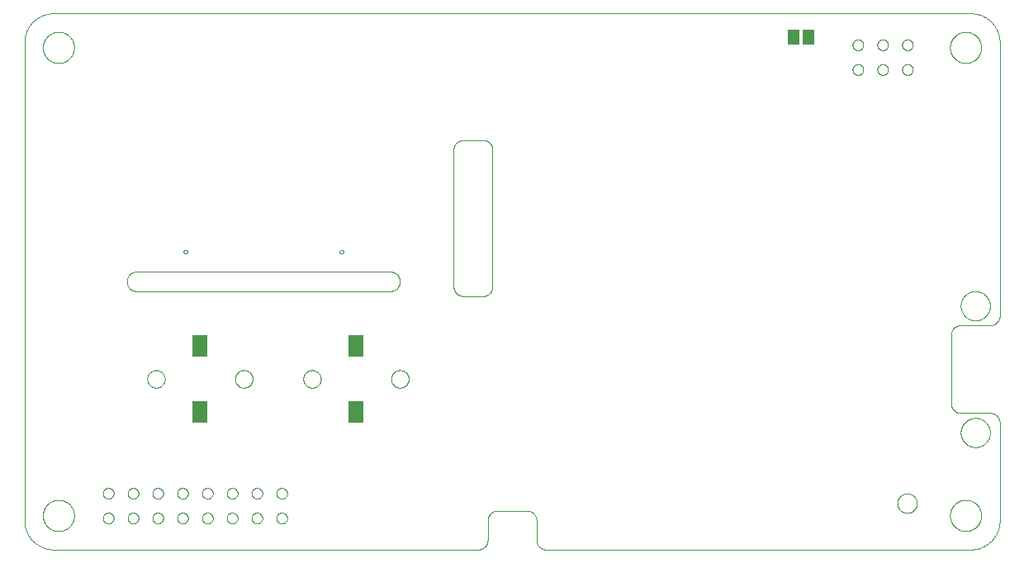
<source format=gtp>
G75*
%MOIN*%
%OFA0B0*%
%FSLAX25Y25*%
%IPPOS*%
%LPD*%
%AMOC8*
5,1,8,0,0,1.08239X$1,22.5*
%
%ADD10C,0.00000*%
%ADD11C,0.00039*%
%ADD12R,0.04600X0.06300*%
%ADD13C,0.00004*%
%ADD14R,0.05906X0.09055*%
D10*
X0632645Y0139861D02*
X0632645Y0332774D01*
X0632648Y0333059D01*
X0632659Y0333345D01*
X0632676Y0333630D01*
X0632700Y0333914D01*
X0632731Y0334198D01*
X0632769Y0334481D01*
X0632814Y0334762D01*
X0632865Y0335043D01*
X0632923Y0335323D01*
X0632988Y0335601D01*
X0633060Y0335877D01*
X0633138Y0336151D01*
X0633223Y0336424D01*
X0633315Y0336694D01*
X0633413Y0336962D01*
X0633517Y0337228D01*
X0633628Y0337491D01*
X0633745Y0337751D01*
X0633868Y0338009D01*
X0633998Y0338263D01*
X0634134Y0338514D01*
X0634275Y0338762D01*
X0634423Y0339006D01*
X0634576Y0339247D01*
X0634736Y0339483D01*
X0634901Y0339716D01*
X0635071Y0339945D01*
X0635247Y0340170D01*
X0635429Y0340390D01*
X0635615Y0340606D01*
X0635807Y0340817D01*
X0636004Y0341024D01*
X0636206Y0341226D01*
X0636413Y0341423D01*
X0636624Y0341615D01*
X0636840Y0341801D01*
X0637060Y0341983D01*
X0637285Y0342159D01*
X0637514Y0342329D01*
X0637747Y0342494D01*
X0637983Y0342654D01*
X0638224Y0342807D01*
X0638468Y0342955D01*
X0638716Y0343096D01*
X0638967Y0343232D01*
X0639221Y0343362D01*
X0639479Y0343485D01*
X0639739Y0343602D01*
X0640002Y0343713D01*
X0640268Y0343817D01*
X0640536Y0343915D01*
X0640806Y0344007D01*
X0641079Y0344092D01*
X0641353Y0344170D01*
X0641629Y0344242D01*
X0641907Y0344307D01*
X0642187Y0344365D01*
X0642468Y0344416D01*
X0642749Y0344461D01*
X0643032Y0344499D01*
X0643316Y0344530D01*
X0643600Y0344554D01*
X0643885Y0344571D01*
X0644171Y0344582D01*
X0644456Y0344585D01*
X1014535Y0344585D01*
X1014820Y0344582D01*
X1015106Y0344571D01*
X1015391Y0344554D01*
X1015675Y0344530D01*
X1015959Y0344499D01*
X1016242Y0344461D01*
X1016523Y0344416D01*
X1016804Y0344365D01*
X1017084Y0344307D01*
X1017362Y0344242D01*
X1017638Y0344170D01*
X1017912Y0344092D01*
X1018185Y0344007D01*
X1018455Y0343915D01*
X1018723Y0343817D01*
X1018989Y0343713D01*
X1019252Y0343602D01*
X1019512Y0343485D01*
X1019770Y0343362D01*
X1020024Y0343232D01*
X1020275Y0343096D01*
X1020523Y0342955D01*
X1020767Y0342807D01*
X1021008Y0342654D01*
X1021244Y0342494D01*
X1021477Y0342329D01*
X1021706Y0342159D01*
X1021931Y0341983D01*
X1022151Y0341801D01*
X1022367Y0341615D01*
X1022578Y0341423D01*
X1022785Y0341226D01*
X1022987Y0341024D01*
X1023184Y0340817D01*
X1023376Y0340606D01*
X1023562Y0340390D01*
X1023744Y0340170D01*
X1023920Y0339945D01*
X1024090Y0339716D01*
X1024255Y0339483D01*
X1024415Y0339247D01*
X1024568Y0339006D01*
X1024716Y0338762D01*
X1024857Y0338514D01*
X1024993Y0338263D01*
X1025123Y0338009D01*
X1025246Y0337751D01*
X1025363Y0337491D01*
X1025474Y0337228D01*
X1025578Y0336962D01*
X1025676Y0336694D01*
X1025768Y0336424D01*
X1025853Y0336151D01*
X1025931Y0335877D01*
X1026003Y0335601D01*
X1026068Y0335323D01*
X1026126Y0335043D01*
X1026177Y0334762D01*
X1026222Y0334481D01*
X1026260Y0334198D01*
X1026291Y0333914D01*
X1026315Y0333630D01*
X1026332Y0333345D01*
X1026343Y0333059D01*
X1026346Y0332774D01*
X1026346Y0222538D01*
X1026344Y0222414D01*
X1026338Y0222291D01*
X1026329Y0222167D01*
X1026315Y0222045D01*
X1026298Y0221922D01*
X1026276Y0221800D01*
X1026251Y0221679D01*
X1026222Y0221559D01*
X1026190Y0221440D01*
X1026153Y0221321D01*
X1026113Y0221204D01*
X1026070Y0221089D01*
X1026022Y0220974D01*
X1025971Y0220862D01*
X1025917Y0220751D01*
X1025859Y0220641D01*
X1025798Y0220534D01*
X1025733Y0220428D01*
X1025665Y0220325D01*
X1025594Y0220224D01*
X1025520Y0220125D01*
X1025443Y0220028D01*
X1025362Y0219934D01*
X1025279Y0219843D01*
X1025193Y0219754D01*
X1025104Y0219668D01*
X1025013Y0219585D01*
X1024919Y0219504D01*
X1024822Y0219427D01*
X1024723Y0219353D01*
X1024622Y0219282D01*
X1024519Y0219214D01*
X1024413Y0219149D01*
X1024306Y0219088D01*
X1024196Y0219030D01*
X1024085Y0218976D01*
X1023973Y0218925D01*
X1023858Y0218877D01*
X1023743Y0218834D01*
X1023626Y0218794D01*
X1023507Y0218757D01*
X1023388Y0218725D01*
X1023268Y0218696D01*
X1023147Y0218671D01*
X1023025Y0218649D01*
X1022902Y0218632D01*
X1022780Y0218618D01*
X1022656Y0218609D01*
X1022533Y0218603D01*
X1022409Y0218601D01*
X1010598Y0218601D01*
X1010474Y0218599D01*
X1010351Y0218593D01*
X1010227Y0218584D01*
X1010105Y0218570D01*
X1009982Y0218553D01*
X1009860Y0218531D01*
X1009739Y0218506D01*
X1009619Y0218477D01*
X1009500Y0218445D01*
X1009381Y0218408D01*
X1009264Y0218368D01*
X1009149Y0218325D01*
X1009034Y0218277D01*
X1008922Y0218226D01*
X1008811Y0218172D01*
X1008701Y0218114D01*
X1008594Y0218053D01*
X1008488Y0217988D01*
X1008385Y0217920D01*
X1008284Y0217849D01*
X1008185Y0217775D01*
X1008088Y0217698D01*
X1007994Y0217617D01*
X1007903Y0217534D01*
X1007814Y0217448D01*
X1007728Y0217359D01*
X1007645Y0217268D01*
X1007564Y0217174D01*
X1007487Y0217077D01*
X1007413Y0216978D01*
X1007342Y0216877D01*
X1007274Y0216774D01*
X1007209Y0216668D01*
X1007148Y0216561D01*
X1007090Y0216451D01*
X1007036Y0216340D01*
X1006985Y0216228D01*
X1006937Y0216113D01*
X1006894Y0215998D01*
X1006854Y0215881D01*
X1006817Y0215762D01*
X1006785Y0215643D01*
X1006756Y0215523D01*
X1006731Y0215402D01*
X1006709Y0215280D01*
X1006692Y0215157D01*
X1006678Y0215035D01*
X1006669Y0214911D01*
X1006663Y0214788D01*
X1006661Y0214664D01*
X1006661Y0187105D01*
X1006663Y0186981D01*
X1006669Y0186858D01*
X1006678Y0186734D01*
X1006692Y0186612D01*
X1006709Y0186489D01*
X1006731Y0186367D01*
X1006756Y0186246D01*
X1006785Y0186126D01*
X1006817Y0186007D01*
X1006854Y0185888D01*
X1006894Y0185771D01*
X1006937Y0185656D01*
X1006985Y0185541D01*
X1007036Y0185429D01*
X1007090Y0185318D01*
X1007148Y0185208D01*
X1007209Y0185101D01*
X1007274Y0184995D01*
X1007342Y0184892D01*
X1007413Y0184791D01*
X1007487Y0184692D01*
X1007564Y0184595D01*
X1007645Y0184501D01*
X1007728Y0184410D01*
X1007814Y0184321D01*
X1007903Y0184235D01*
X1007994Y0184152D01*
X1008088Y0184071D01*
X1008185Y0183994D01*
X1008284Y0183920D01*
X1008385Y0183849D01*
X1008488Y0183781D01*
X1008594Y0183716D01*
X1008701Y0183655D01*
X1008811Y0183597D01*
X1008922Y0183543D01*
X1009034Y0183492D01*
X1009149Y0183444D01*
X1009264Y0183401D01*
X1009381Y0183361D01*
X1009500Y0183324D01*
X1009619Y0183292D01*
X1009739Y0183263D01*
X1009860Y0183238D01*
X1009982Y0183216D01*
X1010105Y0183199D01*
X1010227Y0183185D01*
X1010351Y0183176D01*
X1010474Y0183170D01*
X1010598Y0183168D01*
X1022409Y0183168D01*
X1022533Y0183166D01*
X1022656Y0183160D01*
X1022780Y0183151D01*
X1022902Y0183137D01*
X1023025Y0183120D01*
X1023147Y0183098D01*
X1023268Y0183073D01*
X1023388Y0183044D01*
X1023507Y0183012D01*
X1023626Y0182975D01*
X1023743Y0182935D01*
X1023858Y0182892D01*
X1023973Y0182844D01*
X1024085Y0182793D01*
X1024196Y0182739D01*
X1024306Y0182681D01*
X1024413Y0182620D01*
X1024519Y0182555D01*
X1024622Y0182487D01*
X1024723Y0182416D01*
X1024822Y0182342D01*
X1024919Y0182265D01*
X1025013Y0182184D01*
X1025104Y0182101D01*
X1025193Y0182015D01*
X1025279Y0181926D01*
X1025362Y0181835D01*
X1025443Y0181741D01*
X1025520Y0181644D01*
X1025594Y0181545D01*
X1025665Y0181444D01*
X1025733Y0181341D01*
X1025798Y0181235D01*
X1025859Y0181128D01*
X1025917Y0181018D01*
X1025971Y0180907D01*
X1026022Y0180795D01*
X1026070Y0180680D01*
X1026113Y0180565D01*
X1026153Y0180448D01*
X1026190Y0180329D01*
X1026222Y0180210D01*
X1026251Y0180090D01*
X1026276Y0179969D01*
X1026298Y0179847D01*
X1026315Y0179724D01*
X1026329Y0179602D01*
X1026338Y0179478D01*
X1026344Y0179355D01*
X1026346Y0179231D01*
X1026346Y0139861D01*
X1026343Y0139576D01*
X1026332Y0139290D01*
X1026315Y0139005D01*
X1026291Y0138721D01*
X1026260Y0138437D01*
X1026222Y0138154D01*
X1026177Y0137873D01*
X1026126Y0137592D01*
X1026068Y0137312D01*
X1026003Y0137034D01*
X1025931Y0136758D01*
X1025853Y0136484D01*
X1025768Y0136211D01*
X1025676Y0135941D01*
X1025578Y0135673D01*
X1025474Y0135407D01*
X1025363Y0135144D01*
X1025246Y0134884D01*
X1025123Y0134626D01*
X1024993Y0134372D01*
X1024857Y0134121D01*
X1024716Y0133873D01*
X1024568Y0133629D01*
X1024415Y0133388D01*
X1024255Y0133152D01*
X1024090Y0132919D01*
X1023920Y0132690D01*
X1023744Y0132465D01*
X1023562Y0132245D01*
X1023376Y0132029D01*
X1023184Y0131818D01*
X1022987Y0131611D01*
X1022785Y0131409D01*
X1022578Y0131212D01*
X1022367Y0131020D01*
X1022151Y0130834D01*
X1021931Y0130652D01*
X1021706Y0130476D01*
X1021477Y0130306D01*
X1021244Y0130141D01*
X1021008Y0129981D01*
X1020767Y0129828D01*
X1020523Y0129680D01*
X1020275Y0129539D01*
X1020024Y0129403D01*
X1019770Y0129273D01*
X1019512Y0129150D01*
X1019252Y0129033D01*
X1018989Y0128922D01*
X1018723Y0128818D01*
X1018455Y0128720D01*
X1018185Y0128628D01*
X1017912Y0128543D01*
X1017638Y0128465D01*
X1017362Y0128393D01*
X1017084Y0128328D01*
X1016804Y0128270D01*
X1016523Y0128219D01*
X1016242Y0128174D01*
X1015959Y0128136D01*
X1015675Y0128105D01*
X1015391Y0128081D01*
X1015106Y0128064D01*
X1014820Y0128053D01*
X1014535Y0128050D01*
X0843275Y0128050D01*
X0843151Y0128052D01*
X0843028Y0128058D01*
X0842904Y0128067D01*
X0842782Y0128081D01*
X0842659Y0128098D01*
X0842537Y0128120D01*
X0842416Y0128145D01*
X0842296Y0128174D01*
X0842177Y0128206D01*
X0842058Y0128243D01*
X0841941Y0128283D01*
X0841826Y0128326D01*
X0841711Y0128374D01*
X0841599Y0128425D01*
X0841488Y0128479D01*
X0841378Y0128537D01*
X0841271Y0128598D01*
X0841165Y0128663D01*
X0841062Y0128731D01*
X0840961Y0128802D01*
X0840862Y0128876D01*
X0840765Y0128953D01*
X0840671Y0129034D01*
X0840580Y0129117D01*
X0840491Y0129203D01*
X0840405Y0129292D01*
X0840322Y0129383D01*
X0840241Y0129477D01*
X0840164Y0129574D01*
X0840090Y0129673D01*
X0840019Y0129774D01*
X0839951Y0129877D01*
X0839886Y0129983D01*
X0839825Y0130090D01*
X0839767Y0130200D01*
X0839713Y0130311D01*
X0839662Y0130423D01*
X0839614Y0130538D01*
X0839571Y0130653D01*
X0839531Y0130770D01*
X0839494Y0130889D01*
X0839462Y0131008D01*
X0839433Y0131128D01*
X0839408Y0131249D01*
X0839386Y0131371D01*
X0839369Y0131494D01*
X0839355Y0131616D01*
X0839346Y0131740D01*
X0839340Y0131863D01*
X0839338Y0131987D01*
X0839338Y0139861D01*
X0839336Y0139985D01*
X0839330Y0140108D01*
X0839321Y0140232D01*
X0839307Y0140354D01*
X0839290Y0140477D01*
X0839268Y0140599D01*
X0839243Y0140720D01*
X0839214Y0140840D01*
X0839182Y0140959D01*
X0839145Y0141078D01*
X0839105Y0141195D01*
X0839062Y0141310D01*
X0839014Y0141425D01*
X0838963Y0141537D01*
X0838909Y0141648D01*
X0838851Y0141758D01*
X0838790Y0141865D01*
X0838725Y0141971D01*
X0838657Y0142074D01*
X0838586Y0142175D01*
X0838512Y0142274D01*
X0838435Y0142371D01*
X0838354Y0142465D01*
X0838271Y0142556D01*
X0838185Y0142645D01*
X0838096Y0142731D01*
X0838005Y0142814D01*
X0837911Y0142895D01*
X0837814Y0142972D01*
X0837715Y0143046D01*
X0837614Y0143117D01*
X0837511Y0143185D01*
X0837405Y0143250D01*
X0837298Y0143311D01*
X0837188Y0143369D01*
X0837077Y0143423D01*
X0836965Y0143474D01*
X0836850Y0143522D01*
X0836735Y0143565D01*
X0836618Y0143605D01*
X0836499Y0143642D01*
X0836380Y0143674D01*
X0836260Y0143703D01*
X0836139Y0143728D01*
X0836017Y0143750D01*
X0835894Y0143767D01*
X0835772Y0143781D01*
X0835648Y0143790D01*
X0835525Y0143796D01*
X0835401Y0143798D01*
X0823590Y0143798D01*
X0823466Y0143796D01*
X0823343Y0143790D01*
X0823219Y0143781D01*
X0823097Y0143767D01*
X0822974Y0143750D01*
X0822852Y0143728D01*
X0822731Y0143703D01*
X0822611Y0143674D01*
X0822492Y0143642D01*
X0822373Y0143605D01*
X0822256Y0143565D01*
X0822141Y0143522D01*
X0822026Y0143474D01*
X0821914Y0143423D01*
X0821803Y0143369D01*
X0821693Y0143311D01*
X0821586Y0143250D01*
X0821480Y0143185D01*
X0821377Y0143117D01*
X0821276Y0143046D01*
X0821177Y0142972D01*
X0821080Y0142895D01*
X0820986Y0142814D01*
X0820895Y0142731D01*
X0820806Y0142645D01*
X0820720Y0142556D01*
X0820637Y0142465D01*
X0820556Y0142371D01*
X0820479Y0142274D01*
X0820405Y0142175D01*
X0820334Y0142074D01*
X0820266Y0141971D01*
X0820201Y0141865D01*
X0820140Y0141758D01*
X0820082Y0141648D01*
X0820028Y0141537D01*
X0819977Y0141425D01*
X0819929Y0141310D01*
X0819886Y0141195D01*
X0819846Y0141078D01*
X0819809Y0140959D01*
X0819777Y0140840D01*
X0819748Y0140720D01*
X0819723Y0140599D01*
X0819701Y0140477D01*
X0819684Y0140354D01*
X0819670Y0140232D01*
X0819661Y0140108D01*
X0819655Y0139985D01*
X0819653Y0139861D01*
X0819653Y0131987D01*
X0819651Y0131863D01*
X0819645Y0131740D01*
X0819636Y0131616D01*
X0819622Y0131494D01*
X0819605Y0131371D01*
X0819583Y0131249D01*
X0819558Y0131128D01*
X0819529Y0131008D01*
X0819497Y0130889D01*
X0819460Y0130770D01*
X0819420Y0130653D01*
X0819377Y0130538D01*
X0819329Y0130423D01*
X0819278Y0130311D01*
X0819224Y0130200D01*
X0819166Y0130090D01*
X0819105Y0129983D01*
X0819040Y0129877D01*
X0818972Y0129774D01*
X0818901Y0129673D01*
X0818827Y0129574D01*
X0818750Y0129477D01*
X0818669Y0129383D01*
X0818586Y0129292D01*
X0818500Y0129203D01*
X0818411Y0129117D01*
X0818320Y0129034D01*
X0818226Y0128953D01*
X0818129Y0128876D01*
X0818030Y0128802D01*
X0817929Y0128731D01*
X0817826Y0128663D01*
X0817720Y0128598D01*
X0817613Y0128537D01*
X0817503Y0128479D01*
X0817392Y0128425D01*
X0817280Y0128374D01*
X0817165Y0128326D01*
X0817050Y0128283D01*
X0816933Y0128243D01*
X0816814Y0128206D01*
X0816695Y0128174D01*
X0816575Y0128145D01*
X0816454Y0128120D01*
X0816332Y0128098D01*
X0816209Y0128081D01*
X0816087Y0128067D01*
X0815963Y0128058D01*
X0815840Y0128052D01*
X0815716Y0128050D01*
X0644456Y0128050D01*
X0644171Y0128053D01*
X0643885Y0128064D01*
X0643600Y0128081D01*
X0643316Y0128105D01*
X0643032Y0128136D01*
X0642749Y0128174D01*
X0642468Y0128219D01*
X0642187Y0128270D01*
X0641907Y0128328D01*
X0641629Y0128393D01*
X0641353Y0128465D01*
X0641079Y0128543D01*
X0640806Y0128628D01*
X0640536Y0128720D01*
X0640268Y0128818D01*
X0640002Y0128922D01*
X0639739Y0129033D01*
X0639479Y0129150D01*
X0639221Y0129273D01*
X0638967Y0129403D01*
X0638716Y0129539D01*
X0638468Y0129680D01*
X0638224Y0129828D01*
X0637983Y0129981D01*
X0637747Y0130141D01*
X0637514Y0130306D01*
X0637285Y0130476D01*
X0637060Y0130652D01*
X0636840Y0130834D01*
X0636624Y0131020D01*
X0636413Y0131212D01*
X0636206Y0131409D01*
X0636004Y0131611D01*
X0635807Y0131818D01*
X0635615Y0132029D01*
X0635429Y0132245D01*
X0635247Y0132465D01*
X0635071Y0132690D01*
X0634901Y0132919D01*
X0634736Y0133152D01*
X0634576Y0133388D01*
X0634423Y0133629D01*
X0634275Y0133873D01*
X0634134Y0134121D01*
X0633998Y0134372D01*
X0633868Y0134626D01*
X0633745Y0134884D01*
X0633628Y0135144D01*
X0633517Y0135407D01*
X0633413Y0135673D01*
X0633315Y0135941D01*
X0633223Y0136211D01*
X0633138Y0136484D01*
X0633060Y0136758D01*
X0632988Y0137034D01*
X0632923Y0137312D01*
X0632865Y0137592D01*
X0632814Y0137873D01*
X0632769Y0138154D01*
X0632731Y0138437D01*
X0632700Y0138721D01*
X0632676Y0139005D01*
X0632659Y0139290D01*
X0632648Y0139576D01*
X0632645Y0139861D01*
X0640126Y0141830D02*
X0640128Y0141988D01*
X0640134Y0142146D01*
X0640144Y0142304D01*
X0640158Y0142462D01*
X0640176Y0142619D01*
X0640197Y0142776D01*
X0640223Y0142932D01*
X0640253Y0143088D01*
X0640286Y0143243D01*
X0640324Y0143396D01*
X0640365Y0143549D01*
X0640410Y0143701D01*
X0640459Y0143852D01*
X0640512Y0144001D01*
X0640568Y0144149D01*
X0640628Y0144295D01*
X0640692Y0144440D01*
X0640760Y0144583D01*
X0640831Y0144725D01*
X0640905Y0144865D01*
X0640983Y0145002D01*
X0641065Y0145138D01*
X0641149Y0145272D01*
X0641238Y0145403D01*
X0641329Y0145532D01*
X0641424Y0145659D01*
X0641521Y0145784D01*
X0641622Y0145906D01*
X0641726Y0146025D01*
X0641833Y0146142D01*
X0641943Y0146256D01*
X0642056Y0146367D01*
X0642171Y0146476D01*
X0642289Y0146581D01*
X0642410Y0146683D01*
X0642533Y0146783D01*
X0642659Y0146879D01*
X0642787Y0146972D01*
X0642917Y0147062D01*
X0643050Y0147148D01*
X0643185Y0147232D01*
X0643321Y0147311D01*
X0643460Y0147388D01*
X0643601Y0147460D01*
X0643743Y0147530D01*
X0643887Y0147595D01*
X0644033Y0147657D01*
X0644180Y0147715D01*
X0644329Y0147770D01*
X0644479Y0147821D01*
X0644630Y0147868D01*
X0644782Y0147911D01*
X0644935Y0147950D01*
X0645090Y0147986D01*
X0645245Y0148017D01*
X0645401Y0148045D01*
X0645557Y0148069D01*
X0645714Y0148089D01*
X0645872Y0148105D01*
X0646029Y0148117D01*
X0646188Y0148125D01*
X0646346Y0148129D01*
X0646504Y0148129D01*
X0646662Y0148125D01*
X0646821Y0148117D01*
X0646978Y0148105D01*
X0647136Y0148089D01*
X0647293Y0148069D01*
X0647449Y0148045D01*
X0647605Y0148017D01*
X0647760Y0147986D01*
X0647915Y0147950D01*
X0648068Y0147911D01*
X0648220Y0147868D01*
X0648371Y0147821D01*
X0648521Y0147770D01*
X0648670Y0147715D01*
X0648817Y0147657D01*
X0648963Y0147595D01*
X0649107Y0147530D01*
X0649249Y0147460D01*
X0649390Y0147388D01*
X0649529Y0147311D01*
X0649665Y0147232D01*
X0649800Y0147148D01*
X0649933Y0147062D01*
X0650063Y0146972D01*
X0650191Y0146879D01*
X0650317Y0146783D01*
X0650440Y0146683D01*
X0650561Y0146581D01*
X0650679Y0146476D01*
X0650794Y0146367D01*
X0650907Y0146256D01*
X0651017Y0146142D01*
X0651124Y0146025D01*
X0651228Y0145906D01*
X0651329Y0145784D01*
X0651426Y0145659D01*
X0651521Y0145532D01*
X0651612Y0145403D01*
X0651701Y0145272D01*
X0651785Y0145138D01*
X0651867Y0145002D01*
X0651945Y0144865D01*
X0652019Y0144725D01*
X0652090Y0144583D01*
X0652158Y0144440D01*
X0652222Y0144295D01*
X0652282Y0144149D01*
X0652338Y0144001D01*
X0652391Y0143852D01*
X0652440Y0143701D01*
X0652485Y0143549D01*
X0652526Y0143396D01*
X0652564Y0143243D01*
X0652597Y0143088D01*
X0652627Y0142932D01*
X0652653Y0142776D01*
X0652674Y0142619D01*
X0652692Y0142462D01*
X0652706Y0142304D01*
X0652716Y0142146D01*
X0652722Y0141988D01*
X0652724Y0141830D01*
X0652722Y0141672D01*
X0652716Y0141514D01*
X0652706Y0141356D01*
X0652692Y0141198D01*
X0652674Y0141041D01*
X0652653Y0140884D01*
X0652627Y0140728D01*
X0652597Y0140572D01*
X0652564Y0140417D01*
X0652526Y0140264D01*
X0652485Y0140111D01*
X0652440Y0139959D01*
X0652391Y0139808D01*
X0652338Y0139659D01*
X0652282Y0139511D01*
X0652222Y0139365D01*
X0652158Y0139220D01*
X0652090Y0139077D01*
X0652019Y0138935D01*
X0651945Y0138795D01*
X0651867Y0138658D01*
X0651785Y0138522D01*
X0651701Y0138388D01*
X0651612Y0138257D01*
X0651521Y0138128D01*
X0651426Y0138001D01*
X0651329Y0137876D01*
X0651228Y0137754D01*
X0651124Y0137635D01*
X0651017Y0137518D01*
X0650907Y0137404D01*
X0650794Y0137293D01*
X0650679Y0137184D01*
X0650561Y0137079D01*
X0650440Y0136977D01*
X0650317Y0136877D01*
X0650191Y0136781D01*
X0650063Y0136688D01*
X0649933Y0136598D01*
X0649800Y0136512D01*
X0649665Y0136428D01*
X0649529Y0136349D01*
X0649390Y0136272D01*
X0649249Y0136200D01*
X0649107Y0136130D01*
X0648963Y0136065D01*
X0648817Y0136003D01*
X0648670Y0135945D01*
X0648521Y0135890D01*
X0648371Y0135839D01*
X0648220Y0135792D01*
X0648068Y0135749D01*
X0647915Y0135710D01*
X0647760Y0135674D01*
X0647605Y0135643D01*
X0647449Y0135615D01*
X0647293Y0135591D01*
X0647136Y0135571D01*
X0646978Y0135555D01*
X0646821Y0135543D01*
X0646662Y0135535D01*
X0646504Y0135531D01*
X0646346Y0135531D01*
X0646188Y0135535D01*
X0646029Y0135543D01*
X0645872Y0135555D01*
X0645714Y0135571D01*
X0645557Y0135591D01*
X0645401Y0135615D01*
X0645245Y0135643D01*
X0645090Y0135674D01*
X0644935Y0135710D01*
X0644782Y0135749D01*
X0644630Y0135792D01*
X0644479Y0135839D01*
X0644329Y0135890D01*
X0644180Y0135945D01*
X0644033Y0136003D01*
X0643887Y0136065D01*
X0643743Y0136130D01*
X0643601Y0136200D01*
X0643460Y0136272D01*
X0643321Y0136349D01*
X0643185Y0136428D01*
X0643050Y0136512D01*
X0642917Y0136598D01*
X0642787Y0136688D01*
X0642659Y0136781D01*
X0642533Y0136877D01*
X0642410Y0136977D01*
X0642289Y0137079D01*
X0642171Y0137184D01*
X0642056Y0137293D01*
X0641943Y0137404D01*
X0641833Y0137518D01*
X0641726Y0137635D01*
X0641622Y0137754D01*
X0641521Y0137876D01*
X0641424Y0138001D01*
X0641329Y0138128D01*
X0641238Y0138257D01*
X0641149Y0138388D01*
X0641065Y0138522D01*
X0640983Y0138658D01*
X0640905Y0138795D01*
X0640831Y0138935D01*
X0640760Y0139077D01*
X0640692Y0139220D01*
X0640628Y0139365D01*
X0640568Y0139511D01*
X0640512Y0139659D01*
X0640459Y0139808D01*
X0640410Y0139959D01*
X0640365Y0140111D01*
X0640324Y0140264D01*
X0640286Y0140417D01*
X0640253Y0140572D01*
X0640223Y0140728D01*
X0640197Y0140884D01*
X0640176Y0141041D01*
X0640158Y0141198D01*
X0640144Y0141356D01*
X0640134Y0141514D01*
X0640128Y0141672D01*
X0640126Y0141830D01*
X0664358Y0140767D02*
X0664360Y0140860D01*
X0664366Y0140952D01*
X0664376Y0141044D01*
X0664390Y0141135D01*
X0664407Y0141226D01*
X0664429Y0141316D01*
X0664454Y0141405D01*
X0664483Y0141493D01*
X0664516Y0141579D01*
X0664553Y0141664D01*
X0664593Y0141748D01*
X0664637Y0141829D01*
X0664684Y0141909D01*
X0664734Y0141987D01*
X0664788Y0142062D01*
X0664845Y0142135D01*
X0664905Y0142205D01*
X0664968Y0142273D01*
X0665034Y0142338D01*
X0665102Y0142400D01*
X0665173Y0142460D01*
X0665247Y0142516D01*
X0665323Y0142569D01*
X0665401Y0142618D01*
X0665481Y0142665D01*
X0665563Y0142707D01*
X0665647Y0142747D01*
X0665732Y0142782D01*
X0665819Y0142814D01*
X0665907Y0142843D01*
X0665996Y0142867D01*
X0666086Y0142888D01*
X0666177Y0142904D01*
X0666269Y0142917D01*
X0666361Y0142926D01*
X0666454Y0142931D01*
X0666546Y0142932D01*
X0666639Y0142929D01*
X0666731Y0142922D01*
X0666823Y0142911D01*
X0666914Y0142896D01*
X0667005Y0142878D01*
X0667095Y0142855D01*
X0667183Y0142829D01*
X0667271Y0142799D01*
X0667357Y0142765D01*
X0667441Y0142728D01*
X0667524Y0142686D01*
X0667605Y0142642D01*
X0667685Y0142594D01*
X0667762Y0142543D01*
X0667836Y0142488D01*
X0667909Y0142430D01*
X0667979Y0142370D01*
X0668046Y0142306D01*
X0668110Y0142240D01*
X0668172Y0142170D01*
X0668230Y0142099D01*
X0668285Y0142025D01*
X0668337Y0141948D01*
X0668386Y0141869D01*
X0668432Y0141789D01*
X0668474Y0141706D01*
X0668512Y0141622D01*
X0668547Y0141536D01*
X0668578Y0141449D01*
X0668605Y0141361D01*
X0668628Y0141271D01*
X0668648Y0141181D01*
X0668664Y0141090D01*
X0668676Y0140998D01*
X0668684Y0140906D01*
X0668688Y0140813D01*
X0668688Y0140721D01*
X0668684Y0140628D01*
X0668676Y0140536D01*
X0668664Y0140444D01*
X0668648Y0140353D01*
X0668628Y0140263D01*
X0668605Y0140173D01*
X0668578Y0140085D01*
X0668547Y0139998D01*
X0668512Y0139912D01*
X0668474Y0139828D01*
X0668432Y0139745D01*
X0668386Y0139665D01*
X0668337Y0139586D01*
X0668285Y0139509D01*
X0668230Y0139435D01*
X0668172Y0139364D01*
X0668110Y0139294D01*
X0668046Y0139228D01*
X0667979Y0139164D01*
X0667909Y0139104D01*
X0667836Y0139046D01*
X0667762Y0138991D01*
X0667685Y0138940D01*
X0667606Y0138892D01*
X0667524Y0138848D01*
X0667441Y0138806D01*
X0667357Y0138769D01*
X0667271Y0138735D01*
X0667183Y0138705D01*
X0667095Y0138679D01*
X0667005Y0138656D01*
X0666914Y0138638D01*
X0666823Y0138623D01*
X0666731Y0138612D01*
X0666639Y0138605D01*
X0666546Y0138602D01*
X0666454Y0138603D01*
X0666361Y0138608D01*
X0666269Y0138617D01*
X0666177Y0138630D01*
X0666086Y0138646D01*
X0665996Y0138667D01*
X0665907Y0138691D01*
X0665819Y0138720D01*
X0665732Y0138752D01*
X0665647Y0138787D01*
X0665563Y0138827D01*
X0665481Y0138869D01*
X0665401Y0138916D01*
X0665323Y0138965D01*
X0665247Y0139018D01*
X0665173Y0139074D01*
X0665102Y0139134D01*
X0665034Y0139196D01*
X0664968Y0139261D01*
X0664905Y0139329D01*
X0664845Y0139399D01*
X0664788Y0139472D01*
X0664734Y0139547D01*
X0664684Y0139625D01*
X0664637Y0139705D01*
X0664593Y0139786D01*
X0664553Y0139870D01*
X0664516Y0139955D01*
X0664483Y0140041D01*
X0664454Y0140129D01*
X0664429Y0140218D01*
X0664407Y0140308D01*
X0664390Y0140399D01*
X0664376Y0140490D01*
X0664366Y0140582D01*
X0664360Y0140674D01*
X0664358Y0140767D01*
X0674358Y0140767D02*
X0674360Y0140860D01*
X0674366Y0140952D01*
X0674376Y0141044D01*
X0674390Y0141135D01*
X0674407Y0141226D01*
X0674429Y0141316D01*
X0674454Y0141405D01*
X0674483Y0141493D01*
X0674516Y0141579D01*
X0674553Y0141664D01*
X0674593Y0141748D01*
X0674637Y0141829D01*
X0674684Y0141909D01*
X0674734Y0141987D01*
X0674788Y0142062D01*
X0674845Y0142135D01*
X0674905Y0142205D01*
X0674968Y0142273D01*
X0675034Y0142338D01*
X0675102Y0142400D01*
X0675173Y0142460D01*
X0675247Y0142516D01*
X0675323Y0142569D01*
X0675401Y0142618D01*
X0675481Y0142665D01*
X0675563Y0142707D01*
X0675647Y0142747D01*
X0675732Y0142782D01*
X0675819Y0142814D01*
X0675907Y0142843D01*
X0675996Y0142867D01*
X0676086Y0142888D01*
X0676177Y0142904D01*
X0676269Y0142917D01*
X0676361Y0142926D01*
X0676454Y0142931D01*
X0676546Y0142932D01*
X0676639Y0142929D01*
X0676731Y0142922D01*
X0676823Y0142911D01*
X0676914Y0142896D01*
X0677005Y0142878D01*
X0677095Y0142855D01*
X0677183Y0142829D01*
X0677271Y0142799D01*
X0677357Y0142765D01*
X0677441Y0142728D01*
X0677524Y0142686D01*
X0677605Y0142642D01*
X0677685Y0142594D01*
X0677762Y0142543D01*
X0677836Y0142488D01*
X0677909Y0142430D01*
X0677979Y0142370D01*
X0678046Y0142306D01*
X0678110Y0142240D01*
X0678172Y0142170D01*
X0678230Y0142099D01*
X0678285Y0142025D01*
X0678337Y0141948D01*
X0678386Y0141869D01*
X0678432Y0141789D01*
X0678474Y0141706D01*
X0678512Y0141622D01*
X0678547Y0141536D01*
X0678578Y0141449D01*
X0678605Y0141361D01*
X0678628Y0141271D01*
X0678648Y0141181D01*
X0678664Y0141090D01*
X0678676Y0140998D01*
X0678684Y0140906D01*
X0678688Y0140813D01*
X0678688Y0140721D01*
X0678684Y0140628D01*
X0678676Y0140536D01*
X0678664Y0140444D01*
X0678648Y0140353D01*
X0678628Y0140263D01*
X0678605Y0140173D01*
X0678578Y0140085D01*
X0678547Y0139998D01*
X0678512Y0139912D01*
X0678474Y0139828D01*
X0678432Y0139745D01*
X0678386Y0139665D01*
X0678337Y0139586D01*
X0678285Y0139509D01*
X0678230Y0139435D01*
X0678172Y0139364D01*
X0678110Y0139294D01*
X0678046Y0139228D01*
X0677979Y0139164D01*
X0677909Y0139104D01*
X0677836Y0139046D01*
X0677762Y0138991D01*
X0677685Y0138940D01*
X0677606Y0138892D01*
X0677524Y0138848D01*
X0677441Y0138806D01*
X0677357Y0138769D01*
X0677271Y0138735D01*
X0677183Y0138705D01*
X0677095Y0138679D01*
X0677005Y0138656D01*
X0676914Y0138638D01*
X0676823Y0138623D01*
X0676731Y0138612D01*
X0676639Y0138605D01*
X0676546Y0138602D01*
X0676454Y0138603D01*
X0676361Y0138608D01*
X0676269Y0138617D01*
X0676177Y0138630D01*
X0676086Y0138646D01*
X0675996Y0138667D01*
X0675907Y0138691D01*
X0675819Y0138720D01*
X0675732Y0138752D01*
X0675647Y0138787D01*
X0675563Y0138827D01*
X0675481Y0138869D01*
X0675401Y0138916D01*
X0675323Y0138965D01*
X0675247Y0139018D01*
X0675173Y0139074D01*
X0675102Y0139134D01*
X0675034Y0139196D01*
X0674968Y0139261D01*
X0674905Y0139329D01*
X0674845Y0139399D01*
X0674788Y0139472D01*
X0674734Y0139547D01*
X0674684Y0139625D01*
X0674637Y0139705D01*
X0674593Y0139786D01*
X0674553Y0139870D01*
X0674516Y0139955D01*
X0674483Y0140041D01*
X0674454Y0140129D01*
X0674429Y0140218D01*
X0674407Y0140308D01*
X0674390Y0140399D01*
X0674376Y0140490D01*
X0674366Y0140582D01*
X0674360Y0140674D01*
X0674358Y0140767D01*
X0684358Y0140767D02*
X0684360Y0140860D01*
X0684366Y0140952D01*
X0684376Y0141044D01*
X0684390Y0141135D01*
X0684407Y0141226D01*
X0684429Y0141316D01*
X0684454Y0141405D01*
X0684483Y0141493D01*
X0684516Y0141579D01*
X0684553Y0141664D01*
X0684593Y0141748D01*
X0684637Y0141829D01*
X0684684Y0141909D01*
X0684734Y0141987D01*
X0684788Y0142062D01*
X0684845Y0142135D01*
X0684905Y0142205D01*
X0684968Y0142273D01*
X0685034Y0142338D01*
X0685102Y0142400D01*
X0685173Y0142460D01*
X0685247Y0142516D01*
X0685323Y0142569D01*
X0685401Y0142618D01*
X0685481Y0142665D01*
X0685563Y0142707D01*
X0685647Y0142747D01*
X0685732Y0142782D01*
X0685819Y0142814D01*
X0685907Y0142843D01*
X0685996Y0142867D01*
X0686086Y0142888D01*
X0686177Y0142904D01*
X0686269Y0142917D01*
X0686361Y0142926D01*
X0686454Y0142931D01*
X0686546Y0142932D01*
X0686639Y0142929D01*
X0686731Y0142922D01*
X0686823Y0142911D01*
X0686914Y0142896D01*
X0687005Y0142878D01*
X0687095Y0142855D01*
X0687183Y0142829D01*
X0687271Y0142799D01*
X0687357Y0142765D01*
X0687441Y0142728D01*
X0687524Y0142686D01*
X0687605Y0142642D01*
X0687685Y0142594D01*
X0687762Y0142543D01*
X0687836Y0142488D01*
X0687909Y0142430D01*
X0687979Y0142370D01*
X0688046Y0142306D01*
X0688110Y0142240D01*
X0688172Y0142170D01*
X0688230Y0142099D01*
X0688285Y0142025D01*
X0688337Y0141948D01*
X0688386Y0141869D01*
X0688432Y0141789D01*
X0688474Y0141706D01*
X0688512Y0141622D01*
X0688547Y0141536D01*
X0688578Y0141449D01*
X0688605Y0141361D01*
X0688628Y0141271D01*
X0688648Y0141181D01*
X0688664Y0141090D01*
X0688676Y0140998D01*
X0688684Y0140906D01*
X0688688Y0140813D01*
X0688688Y0140721D01*
X0688684Y0140628D01*
X0688676Y0140536D01*
X0688664Y0140444D01*
X0688648Y0140353D01*
X0688628Y0140263D01*
X0688605Y0140173D01*
X0688578Y0140085D01*
X0688547Y0139998D01*
X0688512Y0139912D01*
X0688474Y0139828D01*
X0688432Y0139745D01*
X0688386Y0139665D01*
X0688337Y0139586D01*
X0688285Y0139509D01*
X0688230Y0139435D01*
X0688172Y0139364D01*
X0688110Y0139294D01*
X0688046Y0139228D01*
X0687979Y0139164D01*
X0687909Y0139104D01*
X0687836Y0139046D01*
X0687762Y0138991D01*
X0687685Y0138940D01*
X0687606Y0138892D01*
X0687524Y0138848D01*
X0687441Y0138806D01*
X0687357Y0138769D01*
X0687271Y0138735D01*
X0687183Y0138705D01*
X0687095Y0138679D01*
X0687005Y0138656D01*
X0686914Y0138638D01*
X0686823Y0138623D01*
X0686731Y0138612D01*
X0686639Y0138605D01*
X0686546Y0138602D01*
X0686454Y0138603D01*
X0686361Y0138608D01*
X0686269Y0138617D01*
X0686177Y0138630D01*
X0686086Y0138646D01*
X0685996Y0138667D01*
X0685907Y0138691D01*
X0685819Y0138720D01*
X0685732Y0138752D01*
X0685647Y0138787D01*
X0685563Y0138827D01*
X0685481Y0138869D01*
X0685401Y0138916D01*
X0685323Y0138965D01*
X0685247Y0139018D01*
X0685173Y0139074D01*
X0685102Y0139134D01*
X0685034Y0139196D01*
X0684968Y0139261D01*
X0684905Y0139329D01*
X0684845Y0139399D01*
X0684788Y0139472D01*
X0684734Y0139547D01*
X0684684Y0139625D01*
X0684637Y0139705D01*
X0684593Y0139786D01*
X0684553Y0139870D01*
X0684516Y0139955D01*
X0684483Y0140041D01*
X0684454Y0140129D01*
X0684429Y0140218D01*
X0684407Y0140308D01*
X0684390Y0140399D01*
X0684376Y0140490D01*
X0684366Y0140582D01*
X0684360Y0140674D01*
X0684358Y0140767D01*
X0694358Y0140767D02*
X0694360Y0140860D01*
X0694366Y0140952D01*
X0694376Y0141044D01*
X0694390Y0141135D01*
X0694407Y0141226D01*
X0694429Y0141316D01*
X0694454Y0141405D01*
X0694483Y0141493D01*
X0694516Y0141579D01*
X0694553Y0141664D01*
X0694593Y0141748D01*
X0694637Y0141829D01*
X0694684Y0141909D01*
X0694734Y0141987D01*
X0694788Y0142062D01*
X0694845Y0142135D01*
X0694905Y0142205D01*
X0694968Y0142273D01*
X0695034Y0142338D01*
X0695102Y0142400D01*
X0695173Y0142460D01*
X0695247Y0142516D01*
X0695323Y0142569D01*
X0695401Y0142618D01*
X0695481Y0142665D01*
X0695563Y0142707D01*
X0695647Y0142747D01*
X0695732Y0142782D01*
X0695819Y0142814D01*
X0695907Y0142843D01*
X0695996Y0142867D01*
X0696086Y0142888D01*
X0696177Y0142904D01*
X0696269Y0142917D01*
X0696361Y0142926D01*
X0696454Y0142931D01*
X0696546Y0142932D01*
X0696639Y0142929D01*
X0696731Y0142922D01*
X0696823Y0142911D01*
X0696914Y0142896D01*
X0697005Y0142878D01*
X0697095Y0142855D01*
X0697183Y0142829D01*
X0697271Y0142799D01*
X0697357Y0142765D01*
X0697441Y0142728D01*
X0697524Y0142686D01*
X0697605Y0142642D01*
X0697685Y0142594D01*
X0697762Y0142543D01*
X0697836Y0142488D01*
X0697909Y0142430D01*
X0697979Y0142370D01*
X0698046Y0142306D01*
X0698110Y0142240D01*
X0698172Y0142170D01*
X0698230Y0142099D01*
X0698285Y0142025D01*
X0698337Y0141948D01*
X0698386Y0141869D01*
X0698432Y0141789D01*
X0698474Y0141706D01*
X0698512Y0141622D01*
X0698547Y0141536D01*
X0698578Y0141449D01*
X0698605Y0141361D01*
X0698628Y0141271D01*
X0698648Y0141181D01*
X0698664Y0141090D01*
X0698676Y0140998D01*
X0698684Y0140906D01*
X0698688Y0140813D01*
X0698688Y0140721D01*
X0698684Y0140628D01*
X0698676Y0140536D01*
X0698664Y0140444D01*
X0698648Y0140353D01*
X0698628Y0140263D01*
X0698605Y0140173D01*
X0698578Y0140085D01*
X0698547Y0139998D01*
X0698512Y0139912D01*
X0698474Y0139828D01*
X0698432Y0139745D01*
X0698386Y0139665D01*
X0698337Y0139586D01*
X0698285Y0139509D01*
X0698230Y0139435D01*
X0698172Y0139364D01*
X0698110Y0139294D01*
X0698046Y0139228D01*
X0697979Y0139164D01*
X0697909Y0139104D01*
X0697836Y0139046D01*
X0697762Y0138991D01*
X0697685Y0138940D01*
X0697606Y0138892D01*
X0697524Y0138848D01*
X0697441Y0138806D01*
X0697357Y0138769D01*
X0697271Y0138735D01*
X0697183Y0138705D01*
X0697095Y0138679D01*
X0697005Y0138656D01*
X0696914Y0138638D01*
X0696823Y0138623D01*
X0696731Y0138612D01*
X0696639Y0138605D01*
X0696546Y0138602D01*
X0696454Y0138603D01*
X0696361Y0138608D01*
X0696269Y0138617D01*
X0696177Y0138630D01*
X0696086Y0138646D01*
X0695996Y0138667D01*
X0695907Y0138691D01*
X0695819Y0138720D01*
X0695732Y0138752D01*
X0695647Y0138787D01*
X0695563Y0138827D01*
X0695481Y0138869D01*
X0695401Y0138916D01*
X0695323Y0138965D01*
X0695247Y0139018D01*
X0695173Y0139074D01*
X0695102Y0139134D01*
X0695034Y0139196D01*
X0694968Y0139261D01*
X0694905Y0139329D01*
X0694845Y0139399D01*
X0694788Y0139472D01*
X0694734Y0139547D01*
X0694684Y0139625D01*
X0694637Y0139705D01*
X0694593Y0139786D01*
X0694553Y0139870D01*
X0694516Y0139955D01*
X0694483Y0140041D01*
X0694454Y0140129D01*
X0694429Y0140218D01*
X0694407Y0140308D01*
X0694390Y0140399D01*
X0694376Y0140490D01*
X0694366Y0140582D01*
X0694360Y0140674D01*
X0694358Y0140767D01*
X0704397Y0140767D02*
X0704399Y0140860D01*
X0704405Y0140952D01*
X0704415Y0141044D01*
X0704429Y0141135D01*
X0704446Y0141226D01*
X0704468Y0141316D01*
X0704493Y0141405D01*
X0704522Y0141493D01*
X0704555Y0141579D01*
X0704592Y0141664D01*
X0704632Y0141748D01*
X0704676Y0141829D01*
X0704723Y0141909D01*
X0704773Y0141987D01*
X0704827Y0142062D01*
X0704884Y0142135D01*
X0704944Y0142205D01*
X0705007Y0142273D01*
X0705073Y0142338D01*
X0705141Y0142400D01*
X0705212Y0142460D01*
X0705286Y0142516D01*
X0705362Y0142569D01*
X0705440Y0142618D01*
X0705520Y0142665D01*
X0705602Y0142707D01*
X0705686Y0142747D01*
X0705771Y0142782D01*
X0705858Y0142814D01*
X0705946Y0142843D01*
X0706035Y0142867D01*
X0706125Y0142888D01*
X0706216Y0142904D01*
X0706308Y0142917D01*
X0706400Y0142926D01*
X0706493Y0142931D01*
X0706585Y0142932D01*
X0706678Y0142929D01*
X0706770Y0142922D01*
X0706862Y0142911D01*
X0706953Y0142896D01*
X0707044Y0142878D01*
X0707134Y0142855D01*
X0707222Y0142829D01*
X0707310Y0142799D01*
X0707396Y0142765D01*
X0707480Y0142728D01*
X0707563Y0142686D01*
X0707644Y0142642D01*
X0707724Y0142594D01*
X0707801Y0142543D01*
X0707875Y0142488D01*
X0707948Y0142430D01*
X0708018Y0142370D01*
X0708085Y0142306D01*
X0708149Y0142240D01*
X0708211Y0142170D01*
X0708269Y0142099D01*
X0708324Y0142025D01*
X0708376Y0141948D01*
X0708425Y0141869D01*
X0708471Y0141789D01*
X0708513Y0141706D01*
X0708551Y0141622D01*
X0708586Y0141536D01*
X0708617Y0141449D01*
X0708644Y0141361D01*
X0708667Y0141271D01*
X0708687Y0141181D01*
X0708703Y0141090D01*
X0708715Y0140998D01*
X0708723Y0140906D01*
X0708727Y0140813D01*
X0708727Y0140721D01*
X0708723Y0140628D01*
X0708715Y0140536D01*
X0708703Y0140444D01*
X0708687Y0140353D01*
X0708667Y0140263D01*
X0708644Y0140173D01*
X0708617Y0140085D01*
X0708586Y0139998D01*
X0708551Y0139912D01*
X0708513Y0139828D01*
X0708471Y0139745D01*
X0708425Y0139665D01*
X0708376Y0139586D01*
X0708324Y0139509D01*
X0708269Y0139435D01*
X0708211Y0139364D01*
X0708149Y0139294D01*
X0708085Y0139228D01*
X0708018Y0139164D01*
X0707948Y0139104D01*
X0707875Y0139046D01*
X0707801Y0138991D01*
X0707724Y0138940D01*
X0707645Y0138892D01*
X0707563Y0138848D01*
X0707480Y0138806D01*
X0707396Y0138769D01*
X0707310Y0138735D01*
X0707222Y0138705D01*
X0707134Y0138679D01*
X0707044Y0138656D01*
X0706953Y0138638D01*
X0706862Y0138623D01*
X0706770Y0138612D01*
X0706678Y0138605D01*
X0706585Y0138602D01*
X0706493Y0138603D01*
X0706400Y0138608D01*
X0706308Y0138617D01*
X0706216Y0138630D01*
X0706125Y0138646D01*
X0706035Y0138667D01*
X0705946Y0138691D01*
X0705858Y0138720D01*
X0705771Y0138752D01*
X0705686Y0138787D01*
X0705602Y0138827D01*
X0705520Y0138869D01*
X0705440Y0138916D01*
X0705362Y0138965D01*
X0705286Y0139018D01*
X0705212Y0139074D01*
X0705141Y0139134D01*
X0705073Y0139196D01*
X0705007Y0139261D01*
X0704944Y0139329D01*
X0704884Y0139399D01*
X0704827Y0139472D01*
X0704773Y0139547D01*
X0704723Y0139625D01*
X0704676Y0139705D01*
X0704632Y0139786D01*
X0704592Y0139870D01*
X0704555Y0139955D01*
X0704522Y0140041D01*
X0704493Y0140129D01*
X0704468Y0140218D01*
X0704446Y0140308D01*
X0704429Y0140399D01*
X0704415Y0140490D01*
X0704405Y0140582D01*
X0704399Y0140674D01*
X0704397Y0140767D01*
X0714397Y0140767D02*
X0714399Y0140860D01*
X0714405Y0140952D01*
X0714415Y0141044D01*
X0714429Y0141135D01*
X0714446Y0141226D01*
X0714468Y0141316D01*
X0714493Y0141405D01*
X0714522Y0141493D01*
X0714555Y0141579D01*
X0714592Y0141664D01*
X0714632Y0141748D01*
X0714676Y0141829D01*
X0714723Y0141909D01*
X0714773Y0141987D01*
X0714827Y0142062D01*
X0714884Y0142135D01*
X0714944Y0142205D01*
X0715007Y0142273D01*
X0715073Y0142338D01*
X0715141Y0142400D01*
X0715212Y0142460D01*
X0715286Y0142516D01*
X0715362Y0142569D01*
X0715440Y0142618D01*
X0715520Y0142665D01*
X0715602Y0142707D01*
X0715686Y0142747D01*
X0715771Y0142782D01*
X0715858Y0142814D01*
X0715946Y0142843D01*
X0716035Y0142867D01*
X0716125Y0142888D01*
X0716216Y0142904D01*
X0716308Y0142917D01*
X0716400Y0142926D01*
X0716493Y0142931D01*
X0716585Y0142932D01*
X0716678Y0142929D01*
X0716770Y0142922D01*
X0716862Y0142911D01*
X0716953Y0142896D01*
X0717044Y0142878D01*
X0717134Y0142855D01*
X0717222Y0142829D01*
X0717310Y0142799D01*
X0717396Y0142765D01*
X0717480Y0142728D01*
X0717563Y0142686D01*
X0717644Y0142642D01*
X0717724Y0142594D01*
X0717801Y0142543D01*
X0717875Y0142488D01*
X0717948Y0142430D01*
X0718018Y0142370D01*
X0718085Y0142306D01*
X0718149Y0142240D01*
X0718211Y0142170D01*
X0718269Y0142099D01*
X0718324Y0142025D01*
X0718376Y0141948D01*
X0718425Y0141869D01*
X0718471Y0141789D01*
X0718513Y0141706D01*
X0718551Y0141622D01*
X0718586Y0141536D01*
X0718617Y0141449D01*
X0718644Y0141361D01*
X0718667Y0141271D01*
X0718687Y0141181D01*
X0718703Y0141090D01*
X0718715Y0140998D01*
X0718723Y0140906D01*
X0718727Y0140813D01*
X0718727Y0140721D01*
X0718723Y0140628D01*
X0718715Y0140536D01*
X0718703Y0140444D01*
X0718687Y0140353D01*
X0718667Y0140263D01*
X0718644Y0140173D01*
X0718617Y0140085D01*
X0718586Y0139998D01*
X0718551Y0139912D01*
X0718513Y0139828D01*
X0718471Y0139745D01*
X0718425Y0139665D01*
X0718376Y0139586D01*
X0718324Y0139509D01*
X0718269Y0139435D01*
X0718211Y0139364D01*
X0718149Y0139294D01*
X0718085Y0139228D01*
X0718018Y0139164D01*
X0717948Y0139104D01*
X0717875Y0139046D01*
X0717801Y0138991D01*
X0717724Y0138940D01*
X0717645Y0138892D01*
X0717563Y0138848D01*
X0717480Y0138806D01*
X0717396Y0138769D01*
X0717310Y0138735D01*
X0717222Y0138705D01*
X0717134Y0138679D01*
X0717044Y0138656D01*
X0716953Y0138638D01*
X0716862Y0138623D01*
X0716770Y0138612D01*
X0716678Y0138605D01*
X0716585Y0138602D01*
X0716493Y0138603D01*
X0716400Y0138608D01*
X0716308Y0138617D01*
X0716216Y0138630D01*
X0716125Y0138646D01*
X0716035Y0138667D01*
X0715946Y0138691D01*
X0715858Y0138720D01*
X0715771Y0138752D01*
X0715686Y0138787D01*
X0715602Y0138827D01*
X0715520Y0138869D01*
X0715440Y0138916D01*
X0715362Y0138965D01*
X0715286Y0139018D01*
X0715212Y0139074D01*
X0715141Y0139134D01*
X0715073Y0139196D01*
X0715007Y0139261D01*
X0714944Y0139329D01*
X0714884Y0139399D01*
X0714827Y0139472D01*
X0714773Y0139547D01*
X0714723Y0139625D01*
X0714676Y0139705D01*
X0714632Y0139786D01*
X0714592Y0139870D01*
X0714555Y0139955D01*
X0714522Y0140041D01*
X0714493Y0140129D01*
X0714468Y0140218D01*
X0714446Y0140308D01*
X0714429Y0140399D01*
X0714415Y0140490D01*
X0714405Y0140582D01*
X0714399Y0140674D01*
X0714397Y0140767D01*
X0724397Y0140767D02*
X0724399Y0140860D01*
X0724405Y0140952D01*
X0724415Y0141044D01*
X0724429Y0141135D01*
X0724446Y0141226D01*
X0724468Y0141316D01*
X0724493Y0141405D01*
X0724522Y0141493D01*
X0724555Y0141579D01*
X0724592Y0141664D01*
X0724632Y0141748D01*
X0724676Y0141829D01*
X0724723Y0141909D01*
X0724773Y0141987D01*
X0724827Y0142062D01*
X0724884Y0142135D01*
X0724944Y0142205D01*
X0725007Y0142273D01*
X0725073Y0142338D01*
X0725141Y0142400D01*
X0725212Y0142460D01*
X0725286Y0142516D01*
X0725362Y0142569D01*
X0725440Y0142618D01*
X0725520Y0142665D01*
X0725602Y0142707D01*
X0725686Y0142747D01*
X0725771Y0142782D01*
X0725858Y0142814D01*
X0725946Y0142843D01*
X0726035Y0142867D01*
X0726125Y0142888D01*
X0726216Y0142904D01*
X0726308Y0142917D01*
X0726400Y0142926D01*
X0726493Y0142931D01*
X0726585Y0142932D01*
X0726678Y0142929D01*
X0726770Y0142922D01*
X0726862Y0142911D01*
X0726953Y0142896D01*
X0727044Y0142878D01*
X0727134Y0142855D01*
X0727222Y0142829D01*
X0727310Y0142799D01*
X0727396Y0142765D01*
X0727480Y0142728D01*
X0727563Y0142686D01*
X0727644Y0142642D01*
X0727724Y0142594D01*
X0727801Y0142543D01*
X0727875Y0142488D01*
X0727948Y0142430D01*
X0728018Y0142370D01*
X0728085Y0142306D01*
X0728149Y0142240D01*
X0728211Y0142170D01*
X0728269Y0142099D01*
X0728324Y0142025D01*
X0728376Y0141948D01*
X0728425Y0141869D01*
X0728471Y0141789D01*
X0728513Y0141706D01*
X0728551Y0141622D01*
X0728586Y0141536D01*
X0728617Y0141449D01*
X0728644Y0141361D01*
X0728667Y0141271D01*
X0728687Y0141181D01*
X0728703Y0141090D01*
X0728715Y0140998D01*
X0728723Y0140906D01*
X0728727Y0140813D01*
X0728727Y0140721D01*
X0728723Y0140628D01*
X0728715Y0140536D01*
X0728703Y0140444D01*
X0728687Y0140353D01*
X0728667Y0140263D01*
X0728644Y0140173D01*
X0728617Y0140085D01*
X0728586Y0139998D01*
X0728551Y0139912D01*
X0728513Y0139828D01*
X0728471Y0139745D01*
X0728425Y0139665D01*
X0728376Y0139586D01*
X0728324Y0139509D01*
X0728269Y0139435D01*
X0728211Y0139364D01*
X0728149Y0139294D01*
X0728085Y0139228D01*
X0728018Y0139164D01*
X0727948Y0139104D01*
X0727875Y0139046D01*
X0727801Y0138991D01*
X0727724Y0138940D01*
X0727645Y0138892D01*
X0727563Y0138848D01*
X0727480Y0138806D01*
X0727396Y0138769D01*
X0727310Y0138735D01*
X0727222Y0138705D01*
X0727134Y0138679D01*
X0727044Y0138656D01*
X0726953Y0138638D01*
X0726862Y0138623D01*
X0726770Y0138612D01*
X0726678Y0138605D01*
X0726585Y0138602D01*
X0726493Y0138603D01*
X0726400Y0138608D01*
X0726308Y0138617D01*
X0726216Y0138630D01*
X0726125Y0138646D01*
X0726035Y0138667D01*
X0725946Y0138691D01*
X0725858Y0138720D01*
X0725771Y0138752D01*
X0725686Y0138787D01*
X0725602Y0138827D01*
X0725520Y0138869D01*
X0725440Y0138916D01*
X0725362Y0138965D01*
X0725286Y0139018D01*
X0725212Y0139074D01*
X0725141Y0139134D01*
X0725073Y0139196D01*
X0725007Y0139261D01*
X0724944Y0139329D01*
X0724884Y0139399D01*
X0724827Y0139472D01*
X0724773Y0139547D01*
X0724723Y0139625D01*
X0724676Y0139705D01*
X0724632Y0139786D01*
X0724592Y0139870D01*
X0724555Y0139955D01*
X0724522Y0140041D01*
X0724493Y0140129D01*
X0724468Y0140218D01*
X0724446Y0140308D01*
X0724429Y0140399D01*
X0724415Y0140490D01*
X0724405Y0140582D01*
X0724399Y0140674D01*
X0724397Y0140767D01*
X0734397Y0140767D02*
X0734399Y0140860D01*
X0734405Y0140952D01*
X0734415Y0141044D01*
X0734429Y0141135D01*
X0734446Y0141226D01*
X0734468Y0141316D01*
X0734493Y0141405D01*
X0734522Y0141493D01*
X0734555Y0141579D01*
X0734592Y0141664D01*
X0734632Y0141748D01*
X0734676Y0141829D01*
X0734723Y0141909D01*
X0734773Y0141987D01*
X0734827Y0142062D01*
X0734884Y0142135D01*
X0734944Y0142205D01*
X0735007Y0142273D01*
X0735073Y0142338D01*
X0735141Y0142400D01*
X0735212Y0142460D01*
X0735286Y0142516D01*
X0735362Y0142569D01*
X0735440Y0142618D01*
X0735520Y0142665D01*
X0735602Y0142707D01*
X0735686Y0142747D01*
X0735771Y0142782D01*
X0735858Y0142814D01*
X0735946Y0142843D01*
X0736035Y0142867D01*
X0736125Y0142888D01*
X0736216Y0142904D01*
X0736308Y0142917D01*
X0736400Y0142926D01*
X0736493Y0142931D01*
X0736585Y0142932D01*
X0736678Y0142929D01*
X0736770Y0142922D01*
X0736862Y0142911D01*
X0736953Y0142896D01*
X0737044Y0142878D01*
X0737134Y0142855D01*
X0737222Y0142829D01*
X0737310Y0142799D01*
X0737396Y0142765D01*
X0737480Y0142728D01*
X0737563Y0142686D01*
X0737644Y0142642D01*
X0737724Y0142594D01*
X0737801Y0142543D01*
X0737875Y0142488D01*
X0737948Y0142430D01*
X0738018Y0142370D01*
X0738085Y0142306D01*
X0738149Y0142240D01*
X0738211Y0142170D01*
X0738269Y0142099D01*
X0738324Y0142025D01*
X0738376Y0141948D01*
X0738425Y0141869D01*
X0738471Y0141789D01*
X0738513Y0141706D01*
X0738551Y0141622D01*
X0738586Y0141536D01*
X0738617Y0141449D01*
X0738644Y0141361D01*
X0738667Y0141271D01*
X0738687Y0141181D01*
X0738703Y0141090D01*
X0738715Y0140998D01*
X0738723Y0140906D01*
X0738727Y0140813D01*
X0738727Y0140721D01*
X0738723Y0140628D01*
X0738715Y0140536D01*
X0738703Y0140444D01*
X0738687Y0140353D01*
X0738667Y0140263D01*
X0738644Y0140173D01*
X0738617Y0140085D01*
X0738586Y0139998D01*
X0738551Y0139912D01*
X0738513Y0139828D01*
X0738471Y0139745D01*
X0738425Y0139665D01*
X0738376Y0139586D01*
X0738324Y0139509D01*
X0738269Y0139435D01*
X0738211Y0139364D01*
X0738149Y0139294D01*
X0738085Y0139228D01*
X0738018Y0139164D01*
X0737948Y0139104D01*
X0737875Y0139046D01*
X0737801Y0138991D01*
X0737724Y0138940D01*
X0737645Y0138892D01*
X0737563Y0138848D01*
X0737480Y0138806D01*
X0737396Y0138769D01*
X0737310Y0138735D01*
X0737222Y0138705D01*
X0737134Y0138679D01*
X0737044Y0138656D01*
X0736953Y0138638D01*
X0736862Y0138623D01*
X0736770Y0138612D01*
X0736678Y0138605D01*
X0736585Y0138602D01*
X0736493Y0138603D01*
X0736400Y0138608D01*
X0736308Y0138617D01*
X0736216Y0138630D01*
X0736125Y0138646D01*
X0736035Y0138667D01*
X0735946Y0138691D01*
X0735858Y0138720D01*
X0735771Y0138752D01*
X0735686Y0138787D01*
X0735602Y0138827D01*
X0735520Y0138869D01*
X0735440Y0138916D01*
X0735362Y0138965D01*
X0735286Y0139018D01*
X0735212Y0139074D01*
X0735141Y0139134D01*
X0735073Y0139196D01*
X0735007Y0139261D01*
X0734944Y0139329D01*
X0734884Y0139399D01*
X0734827Y0139472D01*
X0734773Y0139547D01*
X0734723Y0139625D01*
X0734676Y0139705D01*
X0734632Y0139786D01*
X0734592Y0139870D01*
X0734555Y0139955D01*
X0734522Y0140041D01*
X0734493Y0140129D01*
X0734468Y0140218D01*
X0734446Y0140308D01*
X0734429Y0140399D01*
X0734415Y0140490D01*
X0734405Y0140582D01*
X0734399Y0140674D01*
X0734397Y0140767D01*
X0734397Y0150767D02*
X0734399Y0150860D01*
X0734405Y0150952D01*
X0734415Y0151044D01*
X0734429Y0151135D01*
X0734446Y0151226D01*
X0734468Y0151316D01*
X0734493Y0151405D01*
X0734522Y0151493D01*
X0734555Y0151579D01*
X0734592Y0151664D01*
X0734632Y0151748D01*
X0734676Y0151829D01*
X0734723Y0151909D01*
X0734773Y0151987D01*
X0734827Y0152062D01*
X0734884Y0152135D01*
X0734944Y0152205D01*
X0735007Y0152273D01*
X0735073Y0152338D01*
X0735141Y0152400D01*
X0735212Y0152460D01*
X0735286Y0152516D01*
X0735362Y0152569D01*
X0735440Y0152618D01*
X0735520Y0152665D01*
X0735602Y0152707D01*
X0735686Y0152747D01*
X0735771Y0152782D01*
X0735858Y0152814D01*
X0735946Y0152843D01*
X0736035Y0152867D01*
X0736125Y0152888D01*
X0736216Y0152904D01*
X0736308Y0152917D01*
X0736400Y0152926D01*
X0736493Y0152931D01*
X0736585Y0152932D01*
X0736678Y0152929D01*
X0736770Y0152922D01*
X0736862Y0152911D01*
X0736953Y0152896D01*
X0737044Y0152878D01*
X0737134Y0152855D01*
X0737222Y0152829D01*
X0737310Y0152799D01*
X0737396Y0152765D01*
X0737480Y0152728D01*
X0737563Y0152686D01*
X0737644Y0152642D01*
X0737724Y0152594D01*
X0737801Y0152543D01*
X0737875Y0152488D01*
X0737948Y0152430D01*
X0738018Y0152370D01*
X0738085Y0152306D01*
X0738149Y0152240D01*
X0738211Y0152170D01*
X0738269Y0152099D01*
X0738324Y0152025D01*
X0738376Y0151948D01*
X0738425Y0151869D01*
X0738471Y0151789D01*
X0738513Y0151706D01*
X0738551Y0151622D01*
X0738586Y0151536D01*
X0738617Y0151449D01*
X0738644Y0151361D01*
X0738667Y0151271D01*
X0738687Y0151181D01*
X0738703Y0151090D01*
X0738715Y0150998D01*
X0738723Y0150906D01*
X0738727Y0150813D01*
X0738727Y0150721D01*
X0738723Y0150628D01*
X0738715Y0150536D01*
X0738703Y0150444D01*
X0738687Y0150353D01*
X0738667Y0150263D01*
X0738644Y0150173D01*
X0738617Y0150085D01*
X0738586Y0149998D01*
X0738551Y0149912D01*
X0738513Y0149828D01*
X0738471Y0149745D01*
X0738425Y0149665D01*
X0738376Y0149586D01*
X0738324Y0149509D01*
X0738269Y0149435D01*
X0738211Y0149364D01*
X0738149Y0149294D01*
X0738085Y0149228D01*
X0738018Y0149164D01*
X0737948Y0149104D01*
X0737875Y0149046D01*
X0737801Y0148991D01*
X0737724Y0148940D01*
X0737645Y0148892D01*
X0737563Y0148848D01*
X0737480Y0148806D01*
X0737396Y0148769D01*
X0737310Y0148735D01*
X0737222Y0148705D01*
X0737134Y0148679D01*
X0737044Y0148656D01*
X0736953Y0148638D01*
X0736862Y0148623D01*
X0736770Y0148612D01*
X0736678Y0148605D01*
X0736585Y0148602D01*
X0736493Y0148603D01*
X0736400Y0148608D01*
X0736308Y0148617D01*
X0736216Y0148630D01*
X0736125Y0148646D01*
X0736035Y0148667D01*
X0735946Y0148691D01*
X0735858Y0148720D01*
X0735771Y0148752D01*
X0735686Y0148787D01*
X0735602Y0148827D01*
X0735520Y0148869D01*
X0735440Y0148916D01*
X0735362Y0148965D01*
X0735286Y0149018D01*
X0735212Y0149074D01*
X0735141Y0149134D01*
X0735073Y0149196D01*
X0735007Y0149261D01*
X0734944Y0149329D01*
X0734884Y0149399D01*
X0734827Y0149472D01*
X0734773Y0149547D01*
X0734723Y0149625D01*
X0734676Y0149705D01*
X0734632Y0149786D01*
X0734592Y0149870D01*
X0734555Y0149955D01*
X0734522Y0150041D01*
X0734493Y0150129D01*
X0734468Y0150218D01*
X0734446Y0150308D01*
X0734429Y0150399D01*
X0734415Y0150490D01*
X0734405Y0150582D01*
X0734399Y0150674D01*
X0734397Y0150767D01*
X0724397Y0150767D02*
X0724399Y0150860D01*
X0724405Y0150952D01*
X0724415Y0151044D01*
X0724429Y0151135D01*
X0724446Y0151226D01*
X0724468Y0151316D01*
X0724493Y0151405D01*
X0724522Y0151493D01*
X0724555Y0151579D01*
X0724592Y0151664D01*
X0724632Y0151748D01*
X0724676Y0151829D01*
X0724723Y0151909D01*
X0724773Y0151987D01*
X0724827Y0152062D01*
X0724884Y0152135D01*
X0724944Y0152205D01*
X0725007Y0152273D01*
X0725073Y0152338D01*
X0725141Y0152400D01*
X0725212Y0152460D01*
X0725286Y0152516D01*
X0725362Y0152569D01*
X0725440Y0152618D01*
X0725520Y0152665D01*
X0725602Y0152707D01*
X0725686Y0152747D01*
X0725771Y0152782D01*
X0725858Y0152814D01*
X0725946Y0152843D01*
X0726035Y0152867D01*
X0726125Y0152888D01*
X0726216Y0152904D01*
X0726308Y0152917D01*
X0726400Y0152926D01*
X0726493Y0152931D01*
X0726585Y0152932D01*
X0726678Y0152929D01*
X0726770Y0152922D01*
X0726862Y0152911D01*
X0726953Y0152896D01*
X0727044Y0152878D01*
X0727134Y0152855D01*
X0727222Y0152829D01*
X0727310Y0152799D01*
X0727396Y0152765D01*
X0727480Y0152728D01*
X0727563Y0152686D01*
X0727644Y0152642D01*
X0727724Y0152594D01*
X0727801Y0152543D01*
X0727875Y0152488D01*
X0727948Y0152430D01*
X0728018Y0152370D01*
X0728085Y0152306D01*
X0728149Y0152240D01*
X0728211Y0152170D01*
X0728269Y0152099D01*
X0728324Y0152025D01*
X0728376Y0151948D01*
X0728425Y0151869D01*
X0728471Y0151789D01*
X0728513Y0151706D01*
X0728551Y0151622D01*
X0728586Y0151536D01*
X0728617Y0151449D01*
X0728644Y0151361D01*
X0728667Y0151271D01*
X0728687Y0151181D01*
X0728703Y0151090D01*
X0728715Y0150998D01*
X0728723Y0150906D01*
X0728727Y0150813D01*
X0728727Y0150721D01*
X0728723Y0150628D01*
X0728715Y0150536D01*
X0728703Y0150444D01*
X0728687Y0150353D01*
X0728667Y0150263D01*
X0728644Y0150173D01*
X0728617Y0150085D01*
X0728586Y0149998D01*
X0728551Y0149912D01*
X0728513Y0149828D01*
X0728471Y0149745D01*
X0728425Y0149665D01*
X0728376Y0149586D01*
X0728324Y0149509D01*
X0728269Y0149435D01*
X0728211Y0149364D01*
X0728149Y0149294D01*
X0728085Y0149228D01*
X0728018Y0149164D01*
X0727948Y0149104D01*
X0727875Y0149046D01*
X0727801Y0148991D01*
X0727724Y0148940D01*
X0727645Y0148892D01*
X0727563Y0148848D01*
X0727480Y0148806D01*
X0727396Y0148769D01*
X0727310Y0148735D01*
X0727222Y0148705D01*
X0727134Y0148679D01*
X0727044Y0148656D01*
X0726953Y0148638D01*
X0726862Y0148623D01*
X0726770Y0148612D01*
X0726678Y0148605D01*
X0726585Y0148602D01*
X0726493Y0148603D01*
X0726400Y0148608D01*
X0726308Y0148617D01*
X0726216Y0148630D01*
X0726125Y0148646D01*
X0726035Y0148667D01*
X0725946Y0148691D01*
X0725858Y0148720D01*
X0725771Y0148752D01*
X0725686Y0148787D01*
X0725602Y0148827D01*
X0725520Y0148869D01*
X0725440Y0148916D01*
X0725362Y0148965D01*
X0725286Y0149018D01*
X0725212Y0149074D01*
X0725141Y0149134D01*
X0725073Y0149196D01*
X0725007Y0149261D01*
X0724944Y0149329D01*
X0724884Y0149399D01*
X0724827Y0149472D01*
X0724773Y0149547D01*
X0724723Y0149625D01*
X0724676Y0149705D01*
X0724632Y0149786D01*
X0724592Y0149870D01*
X0724555Y0149955D01*
X0724522Y0150041D01*
X0724493Y0150129D01*
X0724468Y0150218D01*
X0724446Y0150308D01*
X0724429Y0150399D01*
X0724415Y0150490D01*
X0724405Y0150582D01*
X0724399Y0150674D01*
X0724397Y0150767D01*
X0714397Y0150767D02*
X0714399Y0150860D01*
X0714405Y0150952D01*
X0714415Y0151044D01*
X0714429Y0151135D01*
X0714446Y0151226D01*
X0714468Y0151316D01*
X0714493Y0151405D01*
X0714522Y0151493D01*
X0714555Y0151579D01*
X0714592Y0151664D01*
X0714632Y0151748D01*
X0714676Y0151829D01*
X0714723Y0151909D01*
X0714773Y0151987D01*
X0714827Y0152062D01*
X0714884Y0152135D01*
X0714944Y0152205D01*
X0715007Y0152273D01*
X0715073Y0152338D01*
X0715141Y0152400D01*
X0715212Y0152460D01*
X0715286Y0152516D01*
X0715362Y0152569D01*
X0715440Y0152618D01*
X0715520Y0152665D01*
X0715602Y0152707D01*
X0715686Y0152747D01*
X0715771Y0152782D01*
X0715858Y0152814D01*
X0715946Y0152843D01*
X0716035Y0152867D01*
X0716125Y0152888D01*
X0716216Y0152904D01*
X0716308Y0152917D01*
X0716400Y0152926D01*
X0716493Y0152931D01*
X0716585Y0152932D01*
X0716678Y0152929D01*
X0716770Y0152922D01*
X0716862Y0152911D01*
X0716953Y0152896D01*
X0717044Y0152878D01*
X0717134Y0152855D01*
X0717222Y0152829D01*
X0717310Y0152799D01*
X0717396Y0152765D01*
X0717480Y0152728D01*
X0717563Y0152686D01*
X0717644Y0152642D01*
X0717724Y0152594D01*
X0717801Y0152543D01*
X0717875Y0152488D01*
X0717948Y0152430D01*
X0718018Y0152370D01*
X0718085Y0152306D01*
X0718149Y0152240D01*
X0718211Y0152170D01*
X0718269Y0152099D01*
X0718324Y0152025D01*
X0718376Y0151948D01*
X0718425Y0151869D01*
X0718471Y0151789D01*
X0718513Y0151706D01*
X0718551Y0151622D01*
X0718586Y0151536D01*
X0718617Y0151449D01*
X0718644Y0151361D01*
X0718667Y0151271D01*
X0718687Y0151181D01*
X0718703Y0151090D01*
X0718715Y0150998D01*
X0718723Y0150906D01*
X0718727Y0150813D01*
X0718727Y0150721D01*
X0718723Y0150628D01*
X0718715Y0150536D01*
X0718703Y0150444D01*
X0718687Y0150353D01*
X0718667Y0150263D01*
X0718644Y0150173D01*
X0718617Y0150085D01*
X0718586Y0149998D01*
X0718551Y0149912D01*
X0718513Y0149828D01*
X0718471Y0149745D01*
X0718425Y0149665D01*
X0718376Y0149586D01*
X0718324Y0149509D01*
X0718269Y0149435D01*
X0718211Y0149364D01*
X0718149Y0149294D01*
X0718085Y0149228D01*
X0718018Y0149164D01*
X0717948Y0149104D01*
X0717875Y0149046D01*
X0717801Y0148991D01*
X0717724Y0148940D01*
X0717645Y0148892D01*
X0717563Y0148848D01*
X0717480Y0148806D01*
X0717396Y0148769D01*
X0717310Y0148735D01*
X0717222Y0148705D01*
X0717134Y0148679D01*
X0717044Y0148656D01*
X0716953Y0148638D01*
X0716862Y0148623D01*
X0716770Y0148612D01*
X0716678Y0148605D01*
X0716585Y0148602D01*
X0716493Y0148603D01*
X0716400Y0148608D01*
X0716308Y0148617D01*
X0716216Y0148630D01*
X0716125Y0148646D01*
X0716035Y0148667D01*
X0715946Y0148691D01*
X0715858Y0148720D01*
X0715771Y0148752D01*
X0715686Y0148787D01*
X0715602Y0148827D01*
X0715520Y0148869D01*
X0715440Y0148916D01*
X0715362Y0148965D01*
X0715286Y0149018D01*
X0715212Y0149074D01*
X0715141Y0149134D01*
X0715073Y0149196D01*
X0715007Y0149261D01*
X0714944Y0149329D01*
X0714884Y0149399D01*
X0714827Y0149472D01*
X0714773Y0149547D01*
X0714723Y0149625D01*
X0714676Y0149705D01*
X0714632Y0149786D01*
X0714592Y0149870D01*
X0714555Y0149955D01*
X0714522Y0150041D01*
X0714493Y0150129D01*
X0714468Y0150218D01*
X0714446Y0150308D01*
X0714429Y0150399D01*
X0714415Y0150490D01*
X0714405Y0150582D01*
X0714399Y0150674D01*
X0714397Y0150767D01*
X0704397Y0150767D02*
X0704399Y0150860D01*
X0704405Y0150952D01*
X0704415Y0151044D01*
X0704429Y0151135D01*
X0704446Y0151226D01*
X0704468Y0151316D01*
X0704493Y0151405D01*
X0704522Y0151493D01*
X0704555Y0151579D01*
X0704592Y0151664D01*
X0704632Y0151748D01*
X0704676Y0151829D01*
X0704723Y0151909D01*
X0704773Y0151987D01*
X0704827Y0152062D01*
X0704884Y0152135D01*
X0704944Y0152205D01*
X0705007Y0152273D01*
X0705073Y0152338D01*
X0705141Y0152400D01*
X0705212Y0152460D01*
X0705286Y0152516D01*
X0705362Y0152569D01*
X0705440Y0152618D01*
X0705520Y0152665D01*
X0705602Y0152707D01*
X0705686Y0152747D01*
X0705771Y0152782D01*
X0705858Y0152814D01*
X0705946Y0152843D01*
X0706035Y0152867D01*
X0706125Y0152888D01*
X0706216Y0152904D01*
X0706308Y0152917D01*
X0706400Y0152926D01*
X0706493Y0152931D01*
X0706585Y0152932D01*
X0706678Y0152929D01*
X0706770Y0152922D01*
X0706862Y0152911D01*
X0706953Y0152896D01*
X0707044Y0152878D01*
X0707134Y0152855D01*
X0707222Y0152829D01*
X0707310Y0152799D01*
X0707396Y0152765D01*
X0707480Y0152728D01*
X0707563Y0152686D01*
X0707644Y0152642D01*
X0707724Y0152594D01*
X0707801Y0152543D01*
X0707875Y0152488D01*
X0707948Y0152430D01*
X0708018Y0152370D01*
X0708085Y0152306D01*
X0708149Y0152240D01*
X0708211Y0152170D01*
X0708269Y0152099D01*
X0708324Y0152025D01*
X0708376Y0151948D01*
X0708425Y0151869D01*
X0708471Y0151789D01*
X0708513Y0151706D01*
X0708551Y0151622D01*
X0708586Y0151536D01*
X0708617Y0151449D01*
X0708644Y0151361D01*
X0708667Y0151271D01*
X0708687Y0151181D01*
X0708703Y0151090D01*
X0708715Y0150998D01*
X0708723Y0150906D01*
X0708727Y0150813D01*
X0708727Y0150721D01*
X0708723Y0150628D01*
X0708715Y0150536D01*
X0708703Y0150444D01*
X0708687Y0150353D01*
X0708667Y0150263D01*
X0708644Y0150173D01*
X0708617Y0150085D01*
X0708586Y0149998D01*
X0708551Y0149912D01*
X0708513Y0149828D01*
X0708471Y0149745D01*
X0708425Y0149665D01*
X0708376Y0149586D01*
X0708324Y0149509D01*
X0708269Y0149435D01*
X0708211Y0149364D01*
X0708149Y0149294D01*
X0708085Y0149228D01*
X0708018Y0149164D01*
X0707948Y0149104D01*
X0707875Y0149046D01*
X0707801Y0148991D01*
X0707724Y0148940D01*
X0707645Y0148892D01*
X0707563Y0148848D01*
X0707480Y0148806D01*
X0707396Y0148769D01*
X0707310Y0148735D01*
X0707222Y0148705D01*
X0707134Y0148679D01*
X0707044Y0148656D01*
X0706953Y0148638D01*
X0706862Y0148623D01*
X0706770Y0148612D01*
X0706678Y0148605D01*
X0706585Y0148602D01*
X0706493Y0148603D01*
X0706400Y0148608D01*
X0706308Y0148617D01*
X0706216Y0148630D01*
X0706125Y0148646D01*
X0706035Y0148667D01*
X0705946Y0148691D01*
X0705858Y0148720D01*
X0705771Y0148752D01*
X0705686Y0148787D01*
X0705602Y0148827D01*
X0705520Y0148869D01*
X0705440Y0148916D01*
X0705362Y0148965D01*
X0705286Y0149018D01*
X0705212Y0149074D01*
X0705141Y0149134D01*
X0705073Y0149196D01*
X0705007Y0149261D01*
X0704944Y0149329D01*
X0704884Y0149399D01*
X0704827Y0149472D01*
X0704773Y0149547D01*
X0704723Y0149625D01*
X0704676Y0149705D01*
X0704632Y0149786D01*
X0704592Y0149870D01*
X0704555Y0149955D01*
X0704522Y0150041D01*
X0704493Y0150129D01*
X0704468Y0150218D01*
X0704446Y0150308D01*
X0704429Y0150399D01*
X0704415Y0150490D01*
X0704405Y0150582D01*
X0704399Y0150674D01*
X0704397Y0150767D01*
X0694358Y0150767D02*
X0694360Y0150860D01*
X0694366Y0150952D01*
X0694376Y0151044D01*
X0694390Y0151135D01*
X0694407Y0151226D01*
X0694429Y0151316D01*
X0694454Y0151405D01*
X0694483Y0151493D01*
X0694516Y0151579D01*
X0694553Y0151664D01*
X0694593Y0151748D01*
X0694637Y0151829D01*
X0694684Y0151909D01*
X0694734Y0151987D01*
X0694788Y0152062D01*
X0694845Y0152135D01*
X0694905Y0152205D01*
X0694968Y0152273D01*
X0695034Y0152338D01*
X0695102Y0152400D01*
X0695173Y0152460D01*
X0695247Y0152516D01*
X0695323Y0152569D01*
X0695401Y0152618D01*
X0695481Y0152665D01*
X0695563Y0152707D01*
X0695647Y0152747D01*
X0695732Y0152782D01*
X0695819Y0152814D01*
X0695907Y0152843D01*
X0695996Y0152867D01*
X0696086Y0152888D01*
X0696177Y0152904D01*
X0696269Y0152917D01*
X0696361Y0152926D01*
X0696454Y0152931D01*
X0696546Y0152932D01*
X0696639Y0152929D01*
X0696731Y0152922D01*
X0696823Y0152911D01*
X0696914Y0152896D01*
X0697005Y0152878D01*
X0697095Y0152855D01*
X0697183Y0152829D01*
X0697271Y0152799D01*
X0697357Y0152765D01*
X0697441Y0152728D01*
X0697524Y0152686D01*
X0697605Y0152642D01*
X0697685Y0152594D01*
X0697762Y0152543D01*
X0697836Y0152488D01*
X0697909Y0152430D01*
X0697979Y0152370D01*
X0698046Y0152306D01*
X0698110Y0152240D01*
X0698172Y0152170D01*
X0698230Y0152099D01*
X0698285Y0152025D01*
X0698337Y0151948D01*
X0698386Y0151869D01*
X0698432Y0151789D01*
X0698474Y0151706D01*
X0698512Y0151622D01*
X0698547Y0151536D01*
X0698578Y0151449D01*
X0698605Y0151361D01*
X0698628Y0151271D01*
X0698648Y0151181D01*
X0698664Y0151090D01*
X0698676Y0150998D01*
X0698684Y0150906D01*
X0698688Y0150813D01*
X0698688Y0150721D01*
X0698684Y0150628D01*
X0698676Y0150536D01*
X0698664Y0150444D01*
X0698648Y0150353D01*
X0698628Y0150263D01*
X0698605Y0150173D01*
X0698578Y0150085D01*
X0698547Y0149998D01*
X0698512Y0149912D01*
X0698474Y0149828D01*
X0698432Y0149745D01*
X0698386Y0149665D01*
X0698337Y0149586D01*
X0698285Y0149509D01*
X0698230Y0149435D01*
X0698172Y0149364D01*
X0698110Y0149294D01*
X0698046Y0149228D01*
X0697979Y0149164D01*
X0697909Y0149104D01*
X0697836Y0149046D01*
X0697762Y0148991D01*
X0697685Y0148940D01*
X0697606Y0148892D01*
X0697524Y0148848D01*
X0697441Y0148806D01*
X0697357Y0148769D01*
X0697271Y0148735D01*
X0697183Y0148705D01*
X0697095Y0148679D01*
X0697005Y0148656D01*
X0696914Y0148638D01*
X0696823Y0148623D01*
X0696731Y0148612D01*
X0696639Y0148605D01*
X0696546Y0148602D01*
X0696454Y0148603D01*
X0696361Y0148608D01*
X0696269Y0148617D01*
X0696177Y0148630D01*
X0696086Y0148646D01*
X0695996Y0148667D01*
X0695907Y0148691D01*
X0695819Y0148720D01*
X0695732Y0148752D01*
X0695647Y0148787D01*
X0695563Y0148827D01*
X0695481Y0148869D01*
X0695401Y0148916D01*
X0695323Y0148965D01*
X0695247Y0149018D01*
X0695173Y0149074D01*
X0695102Y0149134D01*
X0695034Y0149196D01*
X0694968Y0149261D01*
X0694905Y0149329D01*
X0694845Y0149399D01*
X0694788Y0149472D01*
X0694734Y0149547D01*
X0694684Y0149625D01*
X0694637Y0149705D01*
X0694593Y0149786D01*
X0694553Y0149870D01*
X0694516Y0149955D01*
X0694483Y0150041D01*
X0694454Y0150129D01*
X0694429Y0150218D01*
X0694407Y0150308D01*
X0694390Y0150399D01*
X0694376Y0150490D01*
X0694366Y0150582D01*
X0694360Y0150674D01*
X0694358Y0150767D01*
X0684358Y0150767D02*
X0684360Y0150860D01*
X0684366Y0150952D01*
X0684376Y0151044D01*
X0684390Y0151135D01*
X0684407Y0151226D01*
X0684429Y0151316D01*
X0684454Y0151405D01*
X0684483Y0151493D01*
X0684516Y0151579D01*
X0684553Y0151664D01*
X0684593Y0151748D01*
X0684637Y0151829D01*
X0684684Y0151909D01*
X0684734Y0151987D01*
X0684788Y0152062D01*
X0684845Y0152135D01*
X0684905Y0152205D01*
X0684968Y0152273D01*
X0685034Y0152338D01*
X0685102Y0152400D01*
X0685173Y0152460D01*
X0685247Y0152516D01*
X0685323Y0152569D01*
X0685401Y0152618D01*
X0685481Y0152665D01*
X0685563Y0152707D01*
X0685647Y0152747D01*
X0685732Y0152782D01*
X0685819Y0152814D01*
X0685907Y0152843D01*
X0685996Y0152867D01*
X0686086Y0152888D01*
X0686177Y0152904D01*
X0686269Y0152917D01*
X0686361Y0152926D01*
X0686454Y0152931D01*
X0686546Y0152932D01*
X0686639Y0152929D01*
X0686731Y0152922D01*
X0686823Y0152911D01*
X0686914Y0152896D01*
X0687005Y0152878D01*
X0687095Y0152855D01*
X0687183Y0152829D01*
X0687271Y0152799D01*
X0687357Y0152765D01*
X0687441Y0152728D01*
X0687524Y0152686D01*
X0687605Y0152642D01*
X0687685Y0152594D01*
X0687762Y0152543D01*
X0687836Y0152488D01*
X0687909Y0152430D01*
X0687979Y0152370D01*
X0688046Y0152306D01*
X0688110Y0152240D01*
X0688172Y0152170D01*
X0688230Y0152099D01*
X0688285Y0152025D01*
X0688337Y0151948D01*
X0688386Y0151869D01*
X0688432Y0151789D01*
X0688474Y0151706D01*
X0688512Y0151622D01*
X0688547Y0151536D01*
X0688578Y0151449D01*
X0688605Y0151361D01*
X0688628Y0151271D01*
X0688648Y0151181D01*
X0688664Y0151090D01*
X0688676Y0150998D01*
X0688684Y0150906D01*
X0688688Y0150813D01*
X0688688Y0150721D01*
X0688684Y0150628D01*
X0688676Y0150536D01*
X0688664Y0150444D01*
X0688648Y0150353D01*
X0688628Y0150263D01*
X0688605Y0150173D01*
X0688578Y0150085D01*
X0688547Y0149998D01*
X0688512Y0149912D01*
X0688474Y0149828D01*
X0688432Y0149745D01*
X0688386Y0149665D01*
X0688337Y0149586D01*
X0688285Y0149509D01*
X0688230Y0149435D01*
X0688172Y0149364D01*
X0688110Y0149294D01*
X0688046Y0149228D01*
X0687979Y0149164D01*
X0687909Y0149104D01*
X0687836Y0149046D01*
X0687762Y0148991D01*
X0687685Y0148940D01*
X0687606Y0148892D01*
X0687524Y0148848D01*
X0687441Y0148806D01*
X0687357Y0148769D01*
X0687271Y0148735D01*
X0687183Y0148705D01*
X0687095Y0148679D01*
X0687005Y0148656D01*
X0686914Y0148638D01*
X0686823Y0148623D01*
X0686731Y0148612D01*
X0686639Y0148605D01*
X0686546Y0148602D01*
X0686454Y0148603D01*
X0686361Y0148608D01*
X0686269Y0148617D01*
X0686177Y0148630D01*
X0686086Y0148646D01*
X0685996Y0148667D01*
X0685907Y0148691D01*
X0685819Y0148720D01*
X0685732Y0148752D01*
X0685647Y0148787D01*
X0685563Y0148827D01*
X0685481Y0148869D01*
X0685401Y0148916D01*
X0685323Y0148965D01*
X0685247Y0149018D01*
X0685173Y0149074D01*
X0685102Y0149134D01*
X0685034Y0149196D01*
X0684968Y0149261D01*
X0684905Y0149329D01*
X0684845Y0149399D01*
X0684788Y0149472D01*
X0684734Y0149547D01*
X0684684Y0149625D01*
X0684637Y0149705D01*
X0684593Y0149786D01*
X0684553Y0149870D01*
X0684516Y0149955D01*
X0684483Y0150041D01*
X0684454Y0150129D01*
X0684429Y0150218D01*
X0684407Y0150308D01*
X0684390Y0150399D01*
X0684376Y0150490D01*
X0684366Y0150582D01*
X0684360Y0150674D01*
X0684358Y0150767D01*
X0674358Y0150767D02*
X0674360Y0150860D01*
X0674366Y0150952D01*
X0674376Y0151044D01*
X0674390Y0151135D01*
X0674407Y0151226D01*
X0674429Y0151316D01*
X0674454Y0151405D01*
X0674483Y0151493D01*
X0674516Y0151579D01*
X0674553Y0151664D01*
X0674593Y0151748D01*
X0674637Y0151829D01*
X0674684Y0151909D01*
X0674734Y0151987D01*
X0674788Y0152062D01*
X0674845Y0152135D01*
X0674905Y0152205D01*
X0674968Y0152273D01*
X0675034Y0152338D01*
X0675102Y0152400D01*
X0675173Y0152460D01*
X0675247Y0152516D01*
X0675323Y0152569D01*
X0675401Y0152618D01*
X0675481Y0152665D01*
X0675563Y0152707D01*
X0675647Y0152747D01*
X0675732Y0152782D01*
X0675819Y0152814D01*
X0675907Y0152843D01*
X0675996Y0152867D01*
X0676086Y0152888D01*
X0676177Y0152904D01*
X0676269Y0152917D01*
X0676361Y0152926D01*
X0676454Y0152931D01*
X0676546Y0152932D01*
X0676639Y0152929D01*
X0676731Y0152922D01*
X0676823Y0152911D01*
X0676914Y0152896D01*
X0677005Y0152878D01*
X0677095Y0152855D01*
X0677183Y0152829D01*
X0677271Y0152799D01*
X0677357Y0152765D01*
X0677441Y0152728D01*
X0677524Y0152686D01*
X0677605Y0152642D01*
X0677685Y0152594D01*
X0677762Y0152543D01*
X0677836Y0152488D01*
X0677909Y0152430D01*
X0677979Y0152370D01*
X0678046Y0152306D01*
X0678110Y0152240D01*
X0678172Y0152170D01*
X0678230Y0152099D01*
X0678285Y0152025D01*
X0678337Y0151948D01*
X0678386Y0151869D01*
X0678432Y0151789D01*
X0678474Y0151706D01*
X0678512Y0151622D01*
X0678547Y0151536D01*
X0678578Y0151449D01*
X0678605Y0151361D01*
X0678628Y0151271D01*
X0678648Y0151181D01*
X0678664Y0151090D01*
X0678676Y0150998D01*
X0678684Y0150906D01*
X0678688Y0150813D01*
X0678688Y0150721D01*
X0678684Y0150628D01*
X0678676Y0150536D01*
X0678664Y0150444D01*
X0678648Y0150353D01*
X0678628Y0150263D01*
X0678605Y0150173D01*
X0678578Y0150085D01*
X0678547Y0149998D01*
X0678512Y0149912D01*
X0678474Y0149828D01*
X0678432Y0149745D01*
X0678386Y0149665D01*
X0678337Y0149586D01*
X0678285Y0149509D01*
X0678230Y0149435D01*
X0678172Y0149364D01*
X0678110Y0149294D01*
X0678046Y0149228D01*
X0677979Y0149164D01*
X0677909Y0149104D01*
X0677836Y0149046D01*
X0677762Y0148991D01*
X0677685Y0148940D01*
X0677606Y0148892D01*
X0677524Y0148848D01*
X0677441Y0148806D01*
X0677357Y0148769D01*
X0677271Y0148735D01*
X0677183Y0148705D01*
X0677095Y0148679D01*
X0677005Y0148656D01*
X0676914Y0148638D01*
X0676823Y0148623D01*
X0676731Y0148612D01*
X0676639Y0148605D01*
X0676546Y0148602D01*
X0676454Y0148603D01*
X0676361Y0148608D01*
X0676269Y0148617D01*
X0676177Y0148630D01*
X0676086Y0148646D01*
X0675996Y0148667D01*
X0675907Y0148691D01*
X0675819Y0148720D01*
X0675732Y0148752D01*
X0675647Y0148787D01*
X0675563Y0148827D01*
X0675481Y0148869D01*
X0675401Y0148916D01*
X0675323Y0148965D01*
X0675247Y0149018D01*
X0675173Y0149074D01*
X0675102Y0149134D01*
X0675034Y0149196D01*
X0674968Y0149261D01*
X0674905Y0149329D01*
X0674845Y0149399D01*
X0674788Y0149472D01*
X0674734Y0149547D01*
X0674684Y0149625D01*
X0674637Y0149705D01*
X0674593Y0149786D01*
X0674553Y0149870D01*
X0674516Y0149955D01*
X0674483Y0150041D01*
X0674454Y0150129D01*
X0674429Y0150218D01*
X0674407Y0150308D01*
X0674390Y0150399D01*
X0674376Y0150490D01*
X0674366Y0150582D01*
X0674360Y0150674D01*
X0674358Y0150767D01*
X0664358Y0150767D02*
X0664360Y0150860D01*
X0664366Y0150952D01*
X0664376Y0151044D01*
X0664390Y0151135D01*
X0664407Y0151226D01*
X0664429Y0151316D01*
X0664454Y0151405D01*
X0664483Y0151493D01*
X0664516Y0151579D01*
X0664553Y0151664D01*
X0664593Y0151748D01*
X0664637Y0151829D01*
X0664684Y0151909D01*
X0664734Y0151987D01*
X0664788Y0152062D01*
X0664845Y0152135D01*
X0664905Y0152205D01*
X0664968Y0152273D01*
X0665034Y0152338D01*
X0665102Y0152400D01*
X0665173Y0152460D01*
X0665247Y0152516D01*
X0665323Y0152569D01*
X0665401Y0152618D01*
X0665481Y0152665D01*
X0665563Y0152707D01*
X0665647Y0152747D01*
X0665732Y0152782D01*
X0665819Y0152814D01*
X0665907Y0152843D01*
X0665996Y0152867D01*
X0666086Y0152888D01*
X0666177Y0152904D01*
X0666269Y0152917D01*
X0666361Y0152926D01*
X0666454Y0152931D01*
X0666546Y0152932D01*
X0666639Y0152929D01*
X0666731Y0152922D01*
X0666823Y0152911D01*
X0666914Y0152896D01*
X0667005Y0152878D01*
X0667095Y0152855D01*
X0667183Y0152829D01*
X0667271Y0152799D01*
X0667357Y0152765D01*
X0667441Y0152728D01*
X0667524Y0152686D01*
X0667605Y0152642D01*
X0667685Y0152594D01*
X0667762Y0152543D01*
X0667836Y0152488D01*
X0667909Y0152430D01*
X0667979Y0152370D01*
X0668046Y0152306D01*
X0668110Y0152240D01*
X0668172Y0152170D01*
X0668230Y0152099D01*
X0668285Y0152025D01*
X0668337Y0151948D01*
X0668386Y0151869D01*
X0668432Y0151789D01*
X0668474Y0151706D01*
X0668512Y0151622D01*
X0668547Y0151536D01*
X0668578Y0151449D01*
X0668605Y0151361D01*
X0668628Y0151271D01*
X0668648Y0151181D01*
X0668664Y0151090D01*
X0668676Y0150998D01*
X0668684Y0150906D01*
X0668688Y0150813D01*
X0668688Y0150721D01*
X0668684Y0150628D01*
X0668676Y0150536D01*
X0668664Y0150444D01*
X0668648Y0150353D01*
X0668628Y0150263D01*
X0668605Y0150173D01*
X0668578Y0150085D01*
X0668547Y0149998D01*
X0668512Y0149912D01*
X0668474Y0149828D01*
X0668432Y0149745D01*
X0668386Y0149665D01*
X0668337Y0149586D01*
X0668285Y0149509D01*
X0668230Y0149435D01*
X0668172Y0149364D01*
X0668110Y0149294D01*
X0668046Y0149228D01*
X0667979Y0149164D01*
X0667909Y0149104D01*
X0667836Y0149046D01*
X0667762Y0148991D01*
X0667685Y0148940D01*
X0667606Y0148892D01*
X0667524Y0148848D01*
X0667441Y0148806D01*
X0667357Y0148769D01*
X0667271Y0148735D01*
X0667183Y0148705D01*
X0667095Y0148679D01*
X0667005Y0148656D01*
X0666914Y0148638D01*
X0666823Y0148623D01*
X0666731Y0148612D01*
X0666639Y0148605D01*
X0666546Y0148602D01*
X0666454Y0148603D01*
X0666361Y0148608D01*
X0666269Y0148617D01*
X0666177Y0148630D01*
X0666086Y0148646D01*
X0665996Y0148667D01*
X0665907Y0148691D01*
X0665819Y0148720D01*
X0665732Y0148752D01*
X0665647Y0148787D01*
X0665563Y0148827D01*
X0665481Y0148869D01*
X0665401Y0148916D01*
X0665323Y0148965D01*
X0665247Y0149018D01*
X0665173Y0149074D01*
X0665102Y0149134D01*
X0665034Y0149196D01*
X0664968Y0149261D01*
X0664905Y0149329D01*
X0664845Y0149399D01*
X0664788Y0149472D01*
X0664734Y0149547D01*
X0664684Y0149625D01*
X0664637Y0149705D01*
X0664593Y0149786D01*
X0664553Y0149870D01*
X0664516Y0149955D01*
X0664483Y0150041D01*
X0664454Y0150129D01*
X0664429Y0150218D01*
X0664407Y0150308D01*
X0664390Y0150399D01*
X0664376Y0150490D01*
X0664366Y0150582D01*
X0664360Y0150674D01*
X0664358Y0150767D01*
X0809810Y0230412D02*
X0817684Y0230412D01*
X0817808Y0230414D01*
X0817931Y0230420D01*
X0818055Y0230429D01*
X0818177Y0230443D01*
X0818300Y0230460D01*
X0818422Y0230482D01*
X0818543Y0230507D01*
X0818663Y0230536D01*
X0818782Y0230568D01*
X0818901Y0230605D01*
X0819018Y0230645D01*
X0819133Y0230688D01*
X0819248Y0230736D01*
X0819360Y0230787D01*
X0819471Y0230841D01*
X0819581Y0230899D01*
X0819688Y0230960D01*
X0819794Y0231025D01*
X0819897Y0231093D01*
X0819998Y0231164D01*
X0820097Y0231238D01*
X0820194Y0231315D01*
X0820288Y0231396D01*
X0820379Y0231479D01*
X0820468Y0231565D01*
X0820554Y0231654D01*
X0820637Y0231745D01*
X0820718Y0231839D01*
X0820795Y0231936D01*
X0820869Y0232035D01*
X0820940Y0232136D01*
X0821008Y0232239D01*
X0821073Y0232345D01*
X0821134Y0232452D01*
X0821192Y0232562D01*
X0821246Y0232673D01*
X0821297Y0232785D01*
X0821345Y0232900D01*
X0821388Y0233015D01*
X0821428Y0233132D01*
X0821465Y0233251D01*
X0821497Y0233370D01*
X0821526Y0233490D01*
X0821551Y0233611D01*
X0821573Y0233733D01*
X0821590Y0233856D01*
X0821604Y0233978D01*
X0821613Y0234102D01*
X0821619Y0234225D01*
X0821621Y0234349D01*
X0821621Y0289467D01*
X0821619Y0289591D01*
X0821613Y0289714D01*
X0821604Y0289838D01*
X0821590Y0289960D01*
X0821573Y0290083D01*
X0821551Y0290205D01*
X0821526Y0290326D01*
X0821497Y0290446D01*
X0821465Y0290565D01*
X0821428Y0290684D01*
X0821388Y0290801D01*
X0821345Y0290916D01*
X0821297Y0291031D01*
X0821246Y0291143D01*
X0821192Y0291254D01*
X0821134Y0291364D01*
X0821073Y0291471D01*
X0821008Y0291577D01*
X0820940Y0291680D01*
X0820869Y0291781D01*
X0820795Y0291880D01*
X0820718Y0291977D01*
X0820637Y0292071D01*
X0820554Y0292162D01*
X0820468Y0292251D01*
X0820379Y0292337D01*
X0820288Y0292420D01*
X0820194Y0292501D01*
X0820097Y0292578D01*
X0819998Y0292652D01*
X0819897Y0292723D01*
X0819794Y0292791D01*
X0819688Y0292856D01*
X0819581Y0292917D01*
X0819471Y0292975D01*
X0819360Y0293029D01*
X0819248Y0293080D01*
X0819133Y0293128D01*
X0819018Y0293171D01*
X0818901Y0293211D01*
X0818782Y0293248D01*
X0818663Y0293280D01*
X0818543Y0293309D01*
X0818422Y0293334D01*
X0818300Y0293356D01*
X0818177Y0293373D01*
X0818055Y0293387D01*
X0817931Y0293396D01*
X0817808Y0293402D01*
X0817684Y0293404D01*
X0809810Y0293404D01*
X0809686Y0293402D01*
X0809563Y0293396D01*
X0809439Y0293387D01*
X0809317Y0293373D01*
X0809194Y0293356D01*
X0809072Y0293334D01*
X0808951Y0293309D01*
X0808831Y0293280D01*
X0808712Y0293248D01*
X0808593Y0293211D01*
X0808476Y0293171D01*
X0808361Y0293128D01*
X0808246Y0293080D01*
X0808134Y0293029D01*
X0808023Y0292975D01*
X0807913Y0292917D01*
X0807806Y0292856D01*
X0807700Y0292791D01*
X0807597Y0292723D01*
X0807496Y0292652D01*
X0807397Y0292578D01*
X0807300Y0292501D01*
X0807206Y0292420D01*
X0807115Y0292337D01*
X0807026Y0292251D01*
X0806940Y0292162D01*
X0806857Y0292071D01*
X0806776Y0291977D01*
X0806699Y0291880D01*
X0806625Y0291781D01*
X0806554Y0291680D01*
X0806486Y0291577D01*
X0806421Y0291471D01*
X0806360Y0291364D01*
X0806302Y0291254D01*
X0806248Y0291143D01*
X0806197Y0291031D01*
X0806149Y0290916D01*
X0806106Y0290801D01*
X0806066Y0290684D01*
X0806029Y0290565D01*
X0805997Y0290446D01*
X0805968Y0290326D01*
X0805943Y0290205D01*
X0805921Y0290083D01*
X0805904Y0289960D01*
X0805890Y0289838D01*
X0805881Y0289714D01*
X0805875Y0289591D01*
X0805873Y0289467D01*
X0805873Y0234349D01*
X0805875Y0234225D01*
X0805881Y0234102D01*
X0805890Y0233978D01*
X0805904Y0233856D01*
X0805921Y0233733D01*
X0805943Y0233611D01*
X0805968Y0233490D01*
X0805997Y0233370D01*
X0806029Y0233251D01*
X0806066Y0233132D01*
X0806106Y0233015D01*
X0806149Y0232900D01*
X0806197Y0232785D01*
X0806248Y0232673D01*
X0806302Y0232562D01*
X0806360Y0232452D01*
X0806421Y0232345D01*
X0806486Y0232239D01*
X0806554Y0232136D01*
X0806625Y0232035D01*
X0806699Y0231936D01*
X0806776Y0231839D01*
X0806857Y0231745D01*
X0806940Y0231654D01*
X0807026Y0231565D01*
X0807115Y0231479D01*
X0807206Y0231396D01*
X0807300Y0231315D01*
X0807397Y0231238D01*
X0807496Y0231164D01*
X0807597Y0231093D01*
X0807700Y0231025D01*
X0807806Y0230960D01*
X0807913Y0230899D01*
X0808023Y0230841D01*
X0808134Y0230787D01*
X0808246Y0230736D01*
X0808361Y0230688D01*
X0808476Y0230645D01*
X0808593Y0230605D01*
X0808712Y0230568D01*
X0808831Y0230536D01*
X0808951Y0230507D01*
X0809072Y0230482D01*
X0809194Y0230460D01*
X0809317Y0230443D01*
X0809439Y0230429D01*
X0809563Y0230420D01*
X0809686Y0230414D01*
X0809810Y0230412D01*
X0780283Y0232381D02*
X0677921Y0232381D01*
X0673984Y0236318D02*
X0673986Y0236442D01*
X0673992Y0236565D01*
X0674001Y0236689D01*
X0674015Y0236811D01*
X0674032Y0236934D01*
X0674054Y0237056D01*
X0674079Y0237177D01*
X0674108Y0237297D01*
X0674140Y0237416D01*
X0674177Y0237535D01*
X0674217Y0237652D01*
X0674260Y0237767D01*
X0674308Y0237882D01*
X0674359Y0237994D01*
X0674413Y0238105D01*
X0674471Y0238215D01*
X0674532Y0238322D01*
X0674597Y0238428D01*
X0674665Y0238531D01*
X0674736Y0238632D01*
X0674810Y0238731D01*
X0674887Y0238828D01*
X0674968Y0238922D01*
X0675051Y0239013D01*
X0675137Y0239102D01*
X0675226Y0239188D01*
X0675317Y0239271D01*
X0675411Y0239352D01*
X0675508Y0239429D01*
X0675607Y0239503D01*
X0675708Y0239574D01*
X0675811Y0239642D01*
X0675917Y0239707D01*
X0676024Y0239768D01*
X0676134Y0239826D01*
X0676245Y0239880D01*
X0676357Y0239931D01*
X0676472Y0239979D01*
X0676587Y0240022D01*
X0676704Y0240062D01*
X0676823Y0240099D01*
X0676942Y0240131D01*
X0677062Y0240160D01*
X0677183Y0240185D01*
X0677305Y0240207D01*
X0677428Y0240224D01*
X0677550Y0240238D01*
X0677674Y0240247D01*
X0677797Y0240253D01*
X0677921Y0240255D01*
X0780283Y0240255D01*
X0784220Y0236318D02*
X0784218Y0236194D01*
X0784212Y0236071D01*
X0784203Y0235947D01*
X0784189Y0235825D01*
X0784172Y0235702D01*
X0784150Y0235580D01*
X0784125Y0235459D01*
X0784096Y0235339D01*
X0784064Y0235220D01*
X0784027Y0235101D01*
X0783987Y0234984D01*
X0783944Y0234869D01*
X0783896Y0234754D01*
X0783845Y0234642D01*
X0783791Y0234531D01*
X0783733Y0234421D01*
X0783672Y0234314D01*
X0783607Y0234208D01*
X0783539Y0234105D01*
X0783468Y0234004D01*
X0783394Y0233905D01*
X0783317Y0233808D01*
X0783236Y0233714D01*
X0783153Y0233623D01*
X0783067Y0233534D01*
X0782978Y0233448D01*
X0782887Y0233365D01*
X0782793Y0233284D01*
X0782696Y0233207D01*
X0782597Y0233133D01*
X0782496Y0233062D01*
X0782393Y0232994D01*
X0782287Y0232929D01*
X0782180Y0232868D01*
X0782070Y0232810D01*
X0781959Y0232756D01*
X0781847Y0232705D01*
X0781732Y0232657D01*
X0781617Y0232614D01*
X0781500Y0232574D01*
X0781381Y0232537D01*
X0781262Y0232505D01*
X0781142Y0232476D01*
X0781021Y0232451D01*
X0780899Y0232429D01*
X0780776Y0232412D01*
X0780654Y0232398D01*
X0780530Y0232389D01*
X0780407Y0232383D01*
X0780283Y0232381D01*
X0784220Y0236318D02*
X0784218Y0236442D01*
X0784212Y0236565D01*
X0784203Y0236689D01*
X0784189Y0236811D01*
X0784172Y0236934D01*
X0784150Y0237056D01*
X0784125Y0237177D01*
X0784096Y0237297D01*
X0784064Y0237416D01*
X0784027Y0237535D01*
X0783987Y0237652D01*
X0783944Y0237767D01*
X0783896Y0237882D01*
X0783845Y0237994D01*
X0783791Y0238105D01*
X0783733Y0238215D01*
X0783672Y0238322D01*
X0783607Y0238428D01*
X0783539Y0238531D01*
X0783468Y0238632D01*
X0783394Y0238731D01*
X0783317Y0238828D01*
X0783236Y0238922D01*
X0783153Y0239013D01*
X0783067Y0239102D01*
X0782978Y0239188D01*
X0782887Y0239271D01*
X0782793Y0239352D01*
X0782696Y0239429D01*
X0782597Y0239503D01*
X0782496Y0239574D01*
X0782393Y0239642D01*
X0782287Y0239707D01*
X0782180Y0239768D01*
X0782070Y0239826D01*
X0781959Y0239880D01*
X0781847Y0239931D01*
X0781732Y0239979D01*
X0781617Y0240022D01*
X0781500Y0240062D01*
X0781381Y0240099D01*
X0781262Y0240131D01*
X0781142Y0240160D01*
X0781021Y0240185D01*
X0780899Y0240207D01*
X0780776Y0240224D01*
X0780654Y0240238D01*
X0780530Y0240247D01*
X0780407Y0240253D01*
X0780283Y0240255D01*
X0759811Y0248326D02*
X0759813Y0248382D01*
X0759819Y0248437D01*
X0759829Y0248491D01*
X0759842Y0248545D01*
X0759860Y0248598D01*
X0759881Y0248649D01*
X0759905Y0248699D01*
X0759933Y0248747D01*
X0759965Y0248793D01*
X0759999Y0248837D01*
X0760037Y0248878D01*
X0760077Y0248916D01*
X0760120Y0248951D01*
X0760165Y0248983D01*
X0760213Y0249012D01*
X0760262Y0249038D01*
X0760313Y0249060D01*
X0760365Y0249078D01*
X0760419Y0249092D01*
X0760474Y0249103D01*
X0760529Y0249110D01*
X0760584Y0249113D01*
X0760640Y0249112D01*
X0760695Y0249107D01*
X0760750Y0249098D01*
X0760804Y0249086D01*
X0760857Y0249069D01*
X0760909Y0249049D01*
X0760959Y0249025D01*
X0761007Y0248998D01*
X0761054Y0248968D01*
X0761098Y0248934D01*
X0761140Y0248897D01*
X0761178Y0248857D01*
X0761215Y0248815D01*
X0761248Y0248770D01*
X0761277Y0248724D01*
X0761304Y0248675D01*
X0761326Y0248624D01*
X0761346Y0248572D01*
X0761361Y0248518D01*
X0761373Y0248464D01*
X0761381Y0248409D01*
X0761385Y0248354D01*
X0761385Y0248298D01*
X0761381Y0248243D01*
X0761373Y0248188D01*
X0761361Y0248134D01*
X0761346Y0248080D01*
X0761326Y0248028D01*
X0761304Y0247977D01*
X0761277Y0247928D01*
X0761248Y0247882D01*
X0761215Y0247837D01*
X0761178Y0247795D01*
X0761140Y0247755D01*
X0761098Y0247718D01*
X0761054Y0247684D01*
X0761007Y0247654D01*
X0760959Y0247627D01*
X0760909Y0247603D01*
X0760857Y0247583D01*
X0760804Y0247566D01*
X0760750Y0247554D01*
X0760695Y0247545D01*
X0760640Y0247540D01*
X0760584Y0247539D01*
X0760529Y0247542D01*
X0760474Y0247549D01*
X0760419Y0247560D01*
X0760365Y0247574D01*
X0760313Y0247592D01*
X0760262Y0247614D01*
X0760213Y0247640D01*
X0760165Y0247669D01*
X0760120Y0247701D01*
X0760077Y0247736D01*
X0760037Y0247774D01*
X0759999Y0247815D01*
X0759965Y0247859D01*
X0759933Y0247905D01*
X0759905Y0247953D01*
X0759881Y0248003D01*
X0759860Y0248054D01*
X0759842Y0248107D01*
X0759829Y0248161D01*
X0759819Y0248215D01*
X0759813Y0248270D01*
X0759811Y0248326D01*
X0696819Y0248326D02*
X0696821Y0248382D01*
X0696827Y0248437D01*
X0696837Y0248491D01*
X0696850Y0248545D01*
X0696868Y0248598D01*
X0696889Y0248649D01*
X0696913Y0248699D01*
X0696941Y0248747D01*
X0696973Y0248793D01*
X0697007Y0248837D01*
X0697045Y0248878D01*
X0697085Y0248916D01*
X0697128Y0248951D01*
X0697173Y0248983D01*
X0697221Y0249012D01*
X0697270Y0249038D01*
X0697321Y0249060D01*
X0697373Y0249078D01*
X0697427Y0249092D01*
X0697482Y0249103D01*
X0697537Y0249110D01*
X0697592Y0249113D01*
X0697648Y0249112D01*
X0697703Y0249107D01*
X0697758Y0249098D01*
X0697812Y0249086D01*
X0697865Y0249069D01*
X0697917Y0249049D01*
X0697967Y0249025D01*
X0698015Y0248998D01*
X0698062Y0248968D01*
X0698106Y0248934D01*
X0698148Y0248897D01*
X0698186Y0248857D01*
X0698223Y0248815D01*
X0698256Y0248770D01*
X0698285Y0248724D01*
X0698312Y0248675D01*
X0698334Y0248624D01*
X0698354Y0248572D01*
X0698369Y0248518D01*
X0698381Y0248464D01*
X0698389Y0248409D01*
X0698393Y0248354D01*
X0698393Y0248298D01*
X0698389Y0248243D01*
X0698381Y0248188D01*
X0698369Y0248134D01*
X0698354Y0248080D01*
X0698334Y0248028D01*
X0698312Y0247977D01*
X0698285Y0247928D01*
X0698256Y0247882D01*
X0698223Y0247837D01*
X0698186Y0247795D01*
X0698148Y0247755D01*
X0698106Y0247718D01*
X0698062Y0247684D01*
X0698015Y0247654D01*
X0697967Y0247627D01*
X0697917Y0247603D01*
X0697865Y0247583D01*
X0697812Y0247566D01*
X0697758Y0247554D01*
X0697703Y0247545D01*
X0697648Y0247540D01*
X0697592Y0247539D01*
X0697537Y0247542D01*
X0697482Y0247549D01*
X0697427Y0247560D01*
X0697373Y0247574D01*
X0697321Y0247592D01*
X0697270Y0247614D01*
X0697221Y0247640D01*
X0697173Y0247669D01*
X0697128Y0247701D01*
X0697085Y0247736D01*
X0697045Y0247774D01*
X0697007Y0247815D01*
X0696973Y0247859D01*
X0696941Y0247905D01*
X0696913Y0247953D01*
X0696889Y0248003D01*
X0696868Y0248054D01*
X0696850Y0248107D01*
X0696837Y0248161D01*
X0696827Y0248215D01*
X0696821Y0248270D01*
X0696819Y0248326D01*
X0677921Y0232381D02*
X0677797Y0232383D01*
X0677674Y0232389D01*
X0677550Y0232398D01*
X0677428Y0232412D01*
X0677305Y0232429D01*
X0677183Y0232451D01*
X0677062Y0232476D01*
X0676942Y0232505D01*
X0676823Y0232537D01*
X0676704Y0232574D01*
X0676587Y0232614D01*
X0676472Y0232657D01*
X0676357Y0232705D01*
X0676245Y0232756D01*
X0676134Y0232810D01*
X0676024Y0232868D01*
X0675917Y0232929D01*
X0675811Y0232994D01*
X0675708Y0233062D01*
X0675607Y0233133D01*
X0675508Y0233207D01*
X0675411Y0233284D01*
X0675317Y0233365D01*
X0675226Y0233448D01*
X0675137Y0233534D01*
X0675051Y0233623D01*
X0674968Y0233714D01*
X0674887Y0233808D01*
X0674810Y0233905D01*
X0674736Y0234004D01*
X0674665Y0234105D01*
X0674597Y0234208D01*
X0674532Y0234314D01*
X0674471Y0234421D01*
X0674413Y0234531D01*
X0674359Y0234642D01*
X0674308Y0234754D01*
X0674260Y0234869D01*
X0674217Y0234984D01*
X0674177Y0235101D01*
X0674140Y0235220D01*
X0674108Y0235339D01*
X0674079Y0235459D01*
X0674054Y0235580D01*
X0674032Y0235702D01*
X0674015Y0235825D01*
X0674001Y0235947D01*
X0673992Y0236071D01*
X0673986Y0236194D01*
X0673984Y0236318D01*
X0640126Y0330806D02*
X0640128Y0330964D01*
X0640134Y0331122D01*
X0640144Y0331280D01*
X0640158Y0331438D01*
X0640176Y0331595D01*
X0640197Y0331752D01*
X0640223Y0331908D01*
X0640253Y0332064D01*
X0640286Y0332219D01*
X0640324Y0332372D01*
X0640365Y0332525D01*
X0640410Y0332677D01*
X0640459Y0332828D01*
X0640512Y0332977D01*
X0640568Y0333125D01*
X0640628Y0333271D01*
X0640692Y0333416D01*
X0640760Y0333559D01*
X0640831Y0333701D01*
X0640905Y0333841D01*
X0640983Y0333978D01*
X0641065Y0334114D01*
X0641149Y0334248D01*
X0641238Y0334379D01*
X0641329Y0334508D01*
X0641424Y0334635D01*
X0641521Y0334760D01*
X0641622Y0334882D01*
X0641726Y0335001D01*
X0641833Y0335118D01*
X0641943Y0335232D01*
X0642056Y0335343D01*
X0642171Y0335452D01*
X0642289Y0335557D01*
X0642410Y0335659D01*
X0642533Y0335759D01*
X0642659Y0335855D01*
X0642787Y0335948D01*
X0642917Y0336038D01*
X0643050Y0336124D01*
X0643185Y0336208D01*
X0643321Y0336287D01*
X0643460Y0336364D01*
X0643601Y0336436D01*
X0643743Y0336506D01*
X0643887Y0336571D01*
X0644033Y0336633D01*
X0644180Y0336691D01*
X0644329Y0336746D01*
X0644479Y0336797D01*
X0644630Y0336844D01*
X0644782Y0336887D01*
X0644935Y0336926D01*
X0645090Y0336962D01*
X0645245Y0336993D01*
X0645401Y0337021D01*
X0645557Y0337045D01*
X0645714Y0337065D01*
X0645872Y0337081D01*
X0646029Y0337093D01*
X0646188Y0337101D01*
X0646346Y0337105D01*
X0646504Y0337105D01*
X0646662Y0337101D01*
X0646821Y0337093D01*
X0646978Y0337081D01*
X0647136Y0337065D01*
X0647293Y0337045D01*
X0647449Y0337021D01*
X0647605Y0336993D01*
X0647760Y0336962D01*
X0647915Y0336926D01*
X0648068Y0336887D01*
X0648220Y0336844D01*
X0648371Y0336797D01*
X0648521Y0336746D01*
X0648670Y0336691D01*
X0648817Y0336633D01*
X0648963Y0336571D01*
X0649107Y0336506D01*
X0649249Y0336436D01*
X0649390Y0336364D01*
X0649529Y0336287D01*
X0649665Y0336208D01*
X0649800Y0336124D01*
X0649933Y0336038D01*
X0650063Y0335948D01*
X0650191Y0335855D01*
X0650317Y0335759D01*
X0650440Y0335659D01*
X0650561Y0335557D01*
X0650679Y0335452D01*
X0650794Y0335343D01*
X0650907Y0335232D01*
X0651017Y0335118D01*
X0651124Y0335001D01*
X0651228Y0334882D01*
X0651329Y0334760D01*
X0651426Y0334635D01*
X0651521Y0334508D01*
X0651612Y0334379D01*
X0651701Y0334248D01*
X0651785Y0334114D01*
X0651867Y0333978D01*
X0651945Y0333841D01*
X0652019Y0333701D01*
X0652090Y0333559D01*
X0652158Y0333416D01*
X0652222Y0333271D01*
X0652282Y0333125D01*
X0652338Y0332977D01*
X0652391Y0332828D01*
X0652440Y0332677D01*
X0652485Y0332525D01*
X0652526Y0332372D01*
X0652564Y0332219D01*
X0652597Y0332064D01*
X0652627Y0331908D01*
X0652653Y0331752D01*
X0652674Y0331595D01*
X0652692Y0331438D01*
X0652706Y0331280D01*
X0652716Y0331122D01*
X0652722Y0330964D01*
X0652724Y0330806D01*
X0652722Y0330648D01*
X0652716Y0330490D01*
X0652706Y0330332D01*
X0652692Y0330174D01*
X0652674Y0330017D01*
X0652653Y0329860D01*
X0652627Y0329704D01*
X0652597Y0329548D01*
X0652564Y0329393D01*
X0652526Y0329240D01*
X0652485Y0329087D01*
X0652440Y0328935D01*
X0652391Y0328784D01*
X0652338Y0328635D01*
X0652282Y0328487D01*
X0652222Y0328341D01*
X0652158Y0328196D01*
X0652090Y0328053D01*
X0652019Y0327911D01*
X0651945Y0327771D01*
X0651867Y0327634D01*
X0651785Y0327498D01*
X0651701Y0327364D01*
X0651612Y0327233D01*
X0651521Y0327104D01*
X0651426Y0326977D01*
X0651329Y0326852D01*
X0651228Y0326730D01*
X0651124Y0326611D01*
X0651017Y0326494D01*
X0650907Y0326380D01*
X0650794Y0326269D01*
X0650679Y0326160D01*
X0650561Y0326055D01*
X0650440Y0325953D01*
X0650317Y0325853D01*
X0650191Y0325757D01*
X0650063Y0325664D01*
X0649933Y0325574D01*
X0649800Y0325488D01*
X0649665Y0325404D01*
X0649529Y0325325D01*
X0649390Y0325248D01*
X0649249Y0325176D01*
X0649107Y0325106D01*
X0648963Y0325041D01*
X0648817Y0324979D01*
X0648670Y0324921D01*
X0648521Y0324866D01*
X0648371Y0324815D01*
X0648220Y0324768D01*
X0648068Y0324725D01*
X0647915Y0324686D01*
X0647760Y0324650D01*
X0647605Y0324619D01*
X0647449Y0324591D01*
X0647293Y0324567D01*
X0647136Y0324547D01*
X0646978Y0324531D01*
X0646821Y0324519D01*
X0646662Y0324511D01*
X0646504Y0324507D01*
X0646346Y0324507D01*
X0646188Y0324511D01*
X0646029Y0324519D01*
X0645872Y0324531D01*
X0645714Y0324547D01*
X0645557Y0324567D01*
X0645401Y0324591D01*
X0645245Y0324619D01*
X0645090Y0324650D01*
X0644935Y0324686D01*
X0644782Y0324725D01*
X0644630Y0324768D01*
X0644479Y0324815D01*
X0644329Y0324866D01*
X0644180Y0324921D01*
X0644033Y0324979D01*
X0643887Y0325041D01*
X0643743Y0325106D01*
X0643601Y0325176D01*
X0643460Y0325248D01*
X0643321Y0325325D01*
X0643185Y0325404D01*
X0643050Y0325488D01*
X0642917Y0325574D01*
X0642787Y0325664D01*
X0642659Y0325757D01*
X0642533Y0325853D01*
X0642410Y0325953D01*
X0642289Y0326055D01*
X0642171Y0326160D01*
X0642056Y0326269D01*
X0641943Y0326380D01*
X0641833Y0326494D01*
X0641726Y0326611D01*
X0641622Y0326730D01*
X0641521Y0326852D01*
X0641424Y0326977D01*
X0641329Y0327104D01*
X0641238Y0327233D01*
X0641149Y0327364D01*
X0641065Y0327498D01*
X0640983Y0327634D01*
X0640905Y0327771D01*
X0640831Y0327911D01*
X0640760Y0328053D01*
X0640692Y0328196D01*
X0640628Y0328341D01*
X0640568Y0328487D01*
X0640512Y0328635D01*
X0640459Y0328784D01*
X0640410Y0328935D01*
X0640365Y0329087D01*
X0640324Y0329240D01*
X0640286Y0329393D01*
X0640253Y0329548D01*
X0640223Y0329704D01*
X0640197Y0329860D01*
X0640176Y0330017D01*
X0640158Y0330174D01*
X0640144Y0330332D01*
X0640134Y0330490D01*
X0640128Y0330648D01*
X0640126Y0330806D01*
X0966937Y0331869D02*
X0966939Y0331962D01*
X0966945Y0332054D01*
X0966955Y0332146D01*
X0966969Y0332237D01*
X0966986Y0332328D01*
X0967008Y0332418D01*
X0967033Y0332507D01*
X0967062Y0332595D01*
X0967095Y0332681D01*
X0967132Y0332766D01*
X0967172Y0332850D01*
X0967216Y0332931D01*
X0967263Y0333011D01*
X0967313Y0333089D01*
X0967367Y0333164D01*
X0967424Y0333237D01*
X0967484Y0333307D01*
X0967547Y0333375D01*
X0967613Y0333440D01*
X0967681Y0333502D01*
X0967752Y0333562D01*
X0967826Y0333618D01*
X0967902Y0333671D01*
X0967980Y0333720D01*
X0968060Y0333767D01*
X0968142Y0333809D01*
X0968226Y0333849D01*
X0968311Y0333884D01*
X0968398Y0333916D01*
X0968486Y0333945D01*
X0968575Y0333969D01*
X0968665Y0333990D01*
X0968756Y0334006D01*
X0968848Y0334019D01*
X0968940Y0334028D01*
X0969033Y0334033D01*
X0969125Y0334034D01*
X0969218Y0334031D01*
X0969310Y0334024D01*
X0969402Y0334013D01*
X0969493Y0333998D01*
X0969584Y0333980D01*
X0969674Y0333957D01*
X0969762Y0333931D01*
X0969850Y0333901D01*
X0969936Y0333867D01*
X0970020Y0333830D01*
X0970103Y0333788D01*
X0970184Y0333744D01*
X0970264Y0333696D01*
X0970341Y0333645D01*
X0970415Y0333590D01*
X0970488Y0333532D01*
X0970558Y0333472D01*
X0970625Y0333408D01*
X0970689Y0333342D01*
X0970751Y0333272D01*
X0970809Y0333201D01*
X0970864Y0333127D01*
X0970916Y0333050D01*
X0970965Y0332971D01*
X0971011Y0332891D01*
X0971053Y0332808D01*
X0971091Y0332724D01*
X0971126Y0332638D01*
X0971157Y0332551D01*
X0971184Y0332463D01*
X0971207Y0332373D01*
X0971227Y0332283D01*
X0971243Y0332192D01*
X0971255Y0332100D01*
X0971263Y0332008D01*
X0971267Y0331915D01*
X0971267Y0331823D01*
X0971263Y0331730D01*
X0971255Y0331638D01*
X0971243Y0331546D01*
X0971227Y0331455D01*
X0971207Y0331365D01*
X0971184Y0331275D01*
X0971157Y0331187D01*
X0971126Y0331100D01*
X0971091Y0331014D01*
X0971053Y0330930D01*
X0971011Y0330847D01*
X0970965Y0330767D01*
X0970916Y0330688D01*
X0970864Y0330611D01*
X0970809Y0330537D01*
X0970751Y0330466D01*
X0970689Y0330396D01*
X0970625Y0330330D01*
X0970558Y0330266D01*
X0970488Y0330206D01*
X0970415Y0330148D01*
X0970341Y0330093D01*
X0970264Y0330042D01*
X0970185Y0329994D01*
X0970103Y0329950D01*
X0970020Y0329908D01*
X0969936Y0329871D01*
X0969850Y0329837D01*
X0969762Y0329807D01*
X0969674Y0329781D01*
X0969584Y0329758D01*
X0969493Y0329740D01*
X0969402Y0329725D01*
X0969310Y0329714D01*
X0969218Y0329707D01*
X0969125Y0329704D01*
X0969033Y0329705D01*
X0968940Y0329710D01*
X0968848Y0329719D01*
X0968756Y0329732D01*
X0968665Y0329748D01*
X0968575Y0329769D01*
X0968486Y0329793D01*
X0968398Y0329822D01*
X0968311Y0329854D01*
X0968226Y0329889D01*
X0968142Y0329929D01*
X0968060Y0329971D01*
X0967980Y0330018D01*
X0967902Y0330067D01*
X0967826Y0330120D01*
X0967752Y0330176D01*
X0967681Y0330236D01*
X0967613Y0330298D01*
X0967547Y0330363D01*
X0967484Y0330431D01*
X0967424Y0330501D01*
X0967367Y0330574D01*
X0967313Y0330649D01*
X0967263Y0330727D01*
X0967216Y0330807D01*
X0967172Y0330888D01*
X0967132Y0330972D01*
X0967095Y0331057D01*
X0967062Y0331143D01*
X0967033Y0331231D01*
X0967008Y0331320D01*
X0966986Y0331410D01*
X0966969Y0331501D01*
X0966955Y0331592D01*
X0966945Y0331684D01*
X0966939Y0331776D01*
X0966937Y0331869D01*
X0976937Y0331869D02*
X0976939Y0331962D01*
X0976945Y0332054D01*
X0976955Y0332146D01*
X0976969Y0332237D01*
X0976986Y0332328D01*
X0977008Y0332418D01*
X0977033Y0332507D01*
X0977062Y0332595D01*
X0977095Y0332681D01*
X0977132Y0332766D01*
X0977172Y0332850D01*
X0977216Y0332931D01*
X0977263Y0333011D01*
X0977313Y0333089D01*
X0977367Y0333164D01*
X0977424Y0333237D01*
X0977484Y0333307D01*
X0977547Y0333375D01*
X0977613Y0333440D01*
X0977681Y0333502D01*
X0977752Y0333562D01*
X0977826Y0333618D01*
X0977902Y0333671D01*
X0977980Y0333720D01*
X0978060Y0333767D01*
X0978142Y0333809D01*
X0978226Y0333849D01*
X0978311Y0333884D01*
X0978398Y0333916D01*
X0978486Y0333945D01*
X0978575Y0333969D01*
X0978665Y0333990D01*
X0978756Y0334006D01*
X0978848Y0334019D01*
X0978940Y0334028D01*
X0979033Y0334033D01*
X0979125Y0334034D01*
X0979218Y0334031D01*
X0979310Y0334024D01*
X0979402Y0334013D01*
X0979493Y0333998D01*
X0979584Y0333980D01*
X0979674Y0333957D01*
X0979762Y0333931D01*
X0979850Y0333901D01*
X0979936Y0333867D01*
X0980020Y0333830D01*
X0980103Y0333788D01*
X0980184Y0333744D01*
X0980264Y0333696D01*
X0980341Y0333645D01*
X0980415Y0333590D01*
X0980488Y0333532D01*
X0980558Y0333472D01*
X0980625Y0333408D01*
X0980689Y0333342D01*
X0980751Y0333272D01*
X0980809Y0333201D01*
X0980864Y0333127D01*
X0980916Y0333050D01*
X0980965Y0332971D01*
X0981011Y0332891D01*
X0981053Y0332808D01*
X0981091Y0332724D01*
X0981126Y0332638D01*
X0981157Y0332551D01*
X0981184Y0332463D01*
X0981207Y0332373D01*
X0981227Y0332283D01*
X0981243Y0332192D01*
X0981255Y0332100D01*
X0981263Y0332008D01*
X0981267Y0331915D01*
X0981267Y0331823D01*
X0981263Y0331730D01*
X0981255Y0331638D01*
X0981243Y0331546D01*
X0981227Y0331455D01*
X0981207Y0331365D01*
X0981184Y0331275D01*
X0981157Y0331187D01*
X0981126Y0331100D01*
X0981091Y0331014D01*
X0981053Y0330930D01*
X0981011Y0330847D01*
X0980965Y0330767D01*
X0980916Y0330688D01*
X0980864Y0330611D01*
X0980809Y0330537D01*
X0980751Y0330466D01*
X0980689Y0330396D01*
X0980625Y0330330D01*
X0980558Y0330266D01*
X0980488Y0330206D01*
X0980415Y0330148D01*
X0980341Y0330093D01*
X0980264Y0330042D01*
X0980185Y0329994D01*
X0980103Y0329950D01*
X0980020Y0329908D01*
X0979936Y0329871D01*
X0979850Y0329837D01*
X0979762Y0329807D01*
X0979674Y0329781D01*
X0979584Y0329758D01*
X0979493Y0329740D01*
X0979402Y0329725D01*
X0979310Y0329714D01*
X0979218Y0329707D01*
X0979125Y0329704D01*
X0979033Y0329705D01*
X0978940Y0329710D01*
X0978848Y0329719D01*
X0978756Y0329732D01*
X0978665Y0329748D01*
X0978575Y0329769D01*
X0978486Y0329793D01*
X0978398Y0329822D01*
X0978311Y0329854D01*
X0978226Y0329889D01*
X0978142Y0329929D01*
X0978060Y0329971D01*
X0977980Y0330018D01*
X0977902Y0330067D01*
X0977826Y0330120D01*
X0977752Y0330176D01*
X0977681Y0330236D01*
X0977613Y0330298D01*
X0977547Y0330363D01*
X0977484Y0330431D01*
X0977424Y0330501D01*
X0977367Y0330574D01*
X0977313Y0330649D01*
X0977263Y0330727D01*
X0977216Y0330807D01*
X0977172Y0330888D01*
X0977132Y0330972D01*
X0977095Y0331057D01*
X0977062Y0331143D01*
X0977033Y0331231D01*
X0977008Y0331320D01*
X0976986Y0331410D01*
X0976969Y0331501D01*
X0976955Y0331592D01*
X0976945Y0331684D01*
X0976939Y0331776D01*
X0976937Y0331869D01*
X0986937Y0331869D02*
X0986939Y0331962D01*
X0986945Y0332054D01*
X0986955Y0332146D01*
X0986969Y0332237D01*
X0986986Y0332328D01*
X0987008Y0332418D01*
X0987033Y0332507D01*
X0987062Y0332595D01*
X0987095Y0332681D01*
X0987132Y0332766D01*
X0987172Y0332850D01*
X0987216Y0332931D01*
X0987263Y0333011D01*
X0987313Y0333089D01*
X0987367Y0333164D01*
X0987424Y0333237D01*
X0987484Y0333307D01*
X0987547Y0333375D01*
X0987613Y0333440D01*
X0987681Y0333502D01*
X0987752Y0333562D01*
X0987826Y0333618D01*
X0987902Y0333671D01*
X0987980Y0333720D01*
X0988060Y0333767D01*
X0988142Y0333809D01*
X0988226Y0333849D01*
X0988311Y0333884D01*
X0988398Y0333916D01*
X0988486Y0333945D01*
X0988575Y0333969D01*
X0988665Y0333990D01*
X0988756Y0334006D01*
X0988848Y0334019D01*
X0988940Y0334028D01*
X0989033Y0334033D01*
X0989125Y0334034D01*
X0989218Y0334031D01*
X0989310Y0334024D01*
X0989402Y0334013D01*
X0989493Y0333998D01*
X0989584Y0333980D01*
X0989674Y0333957D01*
X0989762Y0333931D01*
X0989850Y0333901D01*
X0989936Y0333867D01*
X0990020Y0333830D01*
X0990103Y0333788D01*
X0990184Y0333744D01*
X0990264Y0333696D01*
X0990341Y0333645D01*
X0990415Y0333590D01*
X0990488Y0333532D01*
X0990558Y0333472D01*
X0990625Y0333408D01*
X0990689Y0333342D01*
X0990751Y0333272D01*
X0990809Y0333201D01*
X0990864Y0333127D01*
X0990916Y0333050D01*
X0990965Y0332971D01*
X0991011Y0332891D01*
X0991053Y0332808D01*
X0991091Y0332724D01*
X0991126Y0332638D01*
X0991157Y0332551D01*
X0991184Y0332463D01*
X0991207Y0332373D01*
X0991227Y0332283D01*
X0991243Y0332192D01*
X0991255Y0332100D01*
X0991263Y0332008D01*
X0991267Y0331915D01*
X0991267Y0331823D01*
X0991263Y0331730D01*
X0991255Y0331638D01*
X0991243Y0331546D01*
X0991227Y0331455D01*
X0991207Y0331365D01*
X0991184Y0331275D01*
X0991157Y0331187D01*
X0991126Y0331100D01*
X0991091Y0331014D01*
X0991053Y0330930D01*
X0991011Y0330847D01*
X0990965Y0330767D01*
X0990916Y0330688D01*
X0990864Y0330611D01*
X0990809Y0330537D01*
X0990751Y0330466D01*
X0990689Y0330396D01*
X0990625Y0330330D01*
X0990558Y0330266D01*
X0990488Y0330206D01*
X0990415Y0330148D01*
X0990341Y0330093D01*
X0990264Y0330042D01*
X0990185Y0329994D01*
X0990103Y0329950D01*
X0990020Y0329908D01*
X0989936Y0329871D01*
X0989850Y0329837D01*
X0989762Y0329807D01*
X0989674Y0329781D01*
X0989584Y0329758D01*
X0989493Y0329740D01*
X0989402Y0329725D01*
X0989310Y0329714D01*
X0989218Y0329707D01*
X0989125Y0329704D01*
X0989033Y0329705D01*
X0988940Y0329710D01*
X0988848Y0329719D01*
X0988756Y0329732D01*
X0988665Y0329748D01*
X0988575Y0329769D01*
X0988486Y0329793D01*
X0988398Y0329822D01*
X0988311Y0329854D01*
X0988226Y0329889D01*
X0988142Y0329929D01*
X0988060Y0329971D01*
X0987980Y0330018D01*
X0987902Y0330067D01*
X0987826Y0330120D01*
X0987752Y0330176D01*
X0987681Y0330236D01*
X0987613Y0330298D01*
X0987547Y0330363D01*
X0987484Y0330431D01*
X0987424Y0330501D01*
X0987367Y0330574D01*
X0987313Y0330649D01*
X0987263Y0330727D01*
X0987216Y0330807D01*
X0987172Y0330888D01*
X0987132Y0330972D01*
X0987095Y0331057D01*
X0987062Y0331143D01*
X0987033Y0331231D01*
X0987008Y0331320D01*
X0986986Y0331410D01*
X0986969Y0331501D01*
X0986955Y0331592D01*
X0986945Y0331684D01*
X0986939Y0331776D01*
X0986937Y0331869D01*
X0986937Y0321869D02*
X0986939Y0321962D01*
X0986945Y0322054D01*
X0986955Y0322146D01*
X0986969Y0322237D01*
X0986986Y0322328D01*
X0987008Y0322418D01*
X0987033Y0322507D01*
X0987062Y0322595D01*
X0987095Y0322681D01*
X0987132Y0322766D01*
X0987172Y0322850D01*
X0987216Y0322931D01*
X0987263Y0323011D01*
X0987313Y0323089D01*
X0987367Y0323164D01*
X0987424Y0323237D01*
X0987484Y0323307D01*
X0987547Y0323375D01*
X0987613Y0323440D01*
X0987681Y0323502D01*
X0987752Y0323562D01*
X0987826Y0323618D01*
X0987902Y0323671D01*
X0987980Y0323720D01*
X0988060Y0323767D01*
X0988142Y0323809D01*
X0988226Y0323849D01*
X0988311Y0323884D01*
X0988398Y0323916D01*
X0988486Y0323945D01*
X0988575Y0323969D01*
X0988665Y0323990D01*
X0988756Y0324006D01*
X0988848Y0324019D01*
X0988940Y0324028D01*
X0989033Y0324033D01*
X0989125Y0324034D01*
X0989218Y0324031D01*
X0989310Y0324024D01*
X0989402Y0324013D01*
X0989493Y0323998D01*
X0989584Y0323980D01*
X0989674Y0323957D01*
X0989762Y0323931D01*
X0989850Y0323901D01*
X0989936Y0323867D01*
X0990020Y0323830D01*
X0990103Y0323788D01*
X0990184Y0323744D01*
X0990264Y0323696D01*
X0990341Y0323645D01*
X0990415Y0323590D01*
X0990488Y0323532D01*
X0990558Y0323472D01*
X0990625Y0323408D01*
X0990689Y0323342D01*
X0990751Y0323272D01*
X0990809Y0323201D01*
X0990864Y0323127D01*
X0990916Y0323050D01*
X0990965Y0322971D01*
X0991011Y0322891D01*
X0991053Y0322808D01*
X0991091Y0322724D01*
X0991126Y0322638D01*
X0991157Y0322551D01*
X0991184Y0322463D01*
X0991207Y0322373D01*
X0991227Y0322283D01*
X0991243Y0322192D01*
X0991255Y0322100D01*
X0991263Y0322008D01*
X0991267Y0321915D01*
X0991267Y0321823D01*
X0991263Y0321730D01*
X0991255Y0321638D01*
X0991243Y0321546D01*
X0991227Y0321455D01*
X0991207Y0321365D01*
X0991184Y0321275D01*
X0991157Y0321187D01*
X0991126Y0321100D01*
X0991091Y0321014D01*
X0991053Y0320930D01*
X0991011Y0320847D01*
X0990965Y0320767D01*
X0990916Y0320688D01*
X0990864Y0320611D01*
X0990809Y0320537D01*
X0990751Y0320466D01*
X0990689Y0320396D01*
X0990625Y0320330D01*
X0990558Y0320266D01*
X0990488Y0320206D01*
X0990415Y0320148D01*
X0990341Y0320093D01*
X0990264Y0320042D01*
X0990185Y0319994D01*
X0990103Y0319950D01*
X0990020Y0319908D01*
X0989936Y0319871D01*
X0989850Y0319837D01*
X0989762Y0319807D01*
X0989674Y0319781D01*
X0989584Y0319758D01*
X0989493Y0319740D01*
X0989402Y0319725D01*
X0989310Y0319714D01*
X0989218Y0319707D01*
X0989125Y0319704D01*
X0989033Y0319705D01*
X0988940Y0319710D01*
X0988848Y0319719D01*
X0988756Y0319732D01*
X0988665Y0319748D01*
X0988575Y0319769D01*
X0988486Y0319793D01*
X0988398Y0319822D01*
X0988311Y0319854D01*
X0988226Y0319889D01*
X0988142Y0319929D01*
X0988060Y0319971D01*
X0987980Y0320018D01*
X0987902Y0320067D01*
X0987826Y0320120D01*
X0987752Y0320176D01*
X0987681Y0320236D01*
X0987613Y0320298D01*
X0987547Y0320363D01*
X0987484Y0320431D01*
X0987424Y0320501D01*
X0987367Y0320574D01*
X0987313Y0320649D01*
X0987263Y0320727D01*
X0987216Y0320807D01*
X0987172Y0320888D01*
X0987132Y0320972D01*
X0987095Y0321057D01*
X0987062Y0321143D01*
X0987033Y0321231D01*
X0987008Y0321320D01*
X0986986Y0321410D01*
X0986969Y0321501D01*
X0986955Y0321592D01*
X0986945Y0321684D01*
X0986939Y0321776D01*
X0986937Y0321869D01*
X0976937Y0321869D02*
X0976939Y0321962D01*
X0976945Y0322054D01*
X0976955Y0322146D01*
X0976969Y0322237D01*
X0976986Y0322328D01*
X0977008Y0322418D01*
X0977033Y0322507D01*
X0977062Y0322595D01*
X0977095Y0322681D01*
X0977132Y0322766D01*
X0977172Y0322850D01*
X0977216Y0322931D01*
X0977263Y0323011D01*
X0977313Y0323089D01*
X0977367Y0323164D01*
X0977424Y0323237D01*
X0977484Y0323307D01*
X0977547Y0323375D01*
X0977613Y0323440D01*
X0977681Y0323502D01*
X0977752Y0323562D01*
X0977826Y0323618D01*
X0977902Y0323671D01*
X0977980Y0323720D01*
X0978060Y0323767D01*
X0978142Y0323809D01*
X0978226Y0323849D01*
X0978311Y0323884D01*
X0978398Y0323916D01*
X0978486Y0323945D01*
X0978575Y0323969D01*
X0978665Y0323990D01*
X0978756Y0324006D01*
X0978848Y0324019D01*
X0978940Y0324028D01*
X0979033Y0324033D01*
X0979125Y0324034D01*
X0979218Y0324031D01*
X0979310Y0324024D01*
X0979402Y0324013D01*
X0979493Y0323998D01*
X0979584Y0323980D01*
X0979674Y0323957D01*
X0979762Y0323931D01*
X0979850Y0323901D01*
X0979936Y0323867D01*
X0980020Y0323830D01*
X0980103Y0323788D01*
X0980184Y0323744D01*
X0980264Y0323696D01*
X0980341Y0323645D01*
X0980415Y0323590D01*
X0980488Y0323532D01*
X0980558Y0323472D01*
X0980625Y0323408D01*
X0980689Y0323342D01*
X0980751Y0323272D01*
X0980809Y0323201D01*
X0980864Y0323127D01*
X0980916Y0323050D01*
X0980965Y0322971D01*
X0981011Y0322891D01*
X0981053Y0322808D01*
X0981091Y0322724D01*
X0981126Y0322638D01*
X0981157Y0322551D01*
X0981184Y0322463D01*
X0981207Y0322373D01*
X0981227Y0322283D01*
X0981243Y0322192D01*
X0981255Y0322100D01*
X0981263Y0322008D01*
X0981267Y0321915D01*
X0981267Y0321823D01*
X0981263Y0321730D01*
X0981255Y0321638D01*
X0981243Y0321546D01*
X0981227Y0321455D01*
X0981207Y0321365D01*
X0981184Y0321275D01*
X0981157Y0321187D01*
X0981126Y0321100D01*
X0981091Y0321014D01*
X0981053Y0320930D01*
X0981011Y0320847D01*
X0980965Y0320767D01*
X0980916Y0320688D01*
X0980864Y0320611D01*
X0980809Y0320537D01*
X0980751Y0320466D01*
X0980689Y0320396D01*
X0980625Y0320330D01*
X0980558Y0320266D01*
X0980488Y0320206D01*
X0980415Y0320148D01*
X0980341Y0320093D01*
X0980264Y0320042D01*
X0980185Y0319994D01*
X0980103Y0319950D01*
X0980020Y0319908D01*
X0979936Y0319871D01*
X0979850Y0319837D01*
X0979762Y0319807D01*
X0979674Y0319781D01*
X0979584Y0319758D01*
X0979493Y0319740D01*
X0979402Y0319725D01*
X0979310Y0319714D01*
X0979218Y0319707D01*
X0979125Y0319704D01*
X0979033Y0319705D01*
X0978940Y0319710D01*
X0978848Y0319719D01*
X0978756Y0319732D01*
X0978665Y0319748D01*
X0978575Y0319769D01*
X0978486Y0319793D01*
X0978398Y0319822D01*
X0978311Y0319854D01*
X0978226Y0319889D01*
X0978142Y0319929D01*
X0978060Y0319971D01*
X0977980Y0320018D01*
X0977902Y0320067D01*
X0977826Y0320120D01*
X0977752Y0320176D01*
X0977681Y0320236D01*
X0977613Y0320298D01*
X0977547Y0320363D01*
X0977484Y0320431D01*
X0977424Y0320501D01*
X0977367Y0320574D01*
X0977313Y0320649D01*
X0977263Y0320727D01*
X0977216Y0320807D01*
X0977172Y0320888D01*
X0977132Y0320972D01*
X0977095Y0321057D01*
X0977062Y0321143D01*
X0977033Y0321231D01*
X0977008Y0321320D01*
X0976986Y0321410D01*
X0976969Y0321501D01*
X0976955Y0321592D01*
X0976945Y0321684D01*
X0976939Y0321776D01*
X0976937Y0321869D01*
X0966937Y0321869D02*
X0966939Y0321962D01*
X0966945Y0322054D01*
X0966955Y0322146D01*
X0966969Y0322237D01*
X0966986Y0322328D01*
X0967008Y0322418D01*
X0967033Y0322507D01*
X0967062Y0322595D01*
X0967095Y0322681D01*
X0967132Y0322766D01*
X0967172Y0322850D01*
X0967216Y0322931D01*
X0967263Y0323011D01*
X0967313Y0323089D01*
X0967367Y0323164D01*
X0967424Y0323237D01*
X0967484Y0323307D01*
X0967547Y0323375D01*
X0967613Y0323440D01*
X0967681Y0323502D01*
X0967752Y0323562D01*
X0967826Y0323618D01*
X0967902Y0323671D01*
X0967980Y0323720D01*
X0968060Y0323767D01*
X0968142Y0323809D01*
X0968226Y0323849D01*
X0968311Y0323884D01*
X0968398Y0323916D01*
X0968486Y0323945D01*
X0968575Y0323969D01*
X0968665Y0323990D01*
X0968756Y0324006D01*
X0968848Y0324019D01*
X0968940Y0324028D01*
X0969033Y0324033D01*
X0969125Y0324034D01*
X0969218Y0324031D01*
X0969310Y0324024D01*
X0969402Y0324013D01*
X0969493Y0323998D01*
X0969584Y0323980D01*
X0969674Y0323957D01*
X0969762Y0323931D01*
X0969850Y0323901D01*
X0969936Y0323867D01*
X0970020Y0323830D01*
X0970103Y0323788D01*
X0970184Y0323744D01*
X0970264Y0323696D01*
X0970341Y0323645D01*
X0970415Y0323590D01*
X0970488Y0323532D01*
X0970558Y0323472D01*
X0970625Y0323408D01*
X0970689Y0323342D01*
X0970751Y0323272D01*
X0970809Y0323201D01*
X0970864Y0323127D01*
X0970916Y0323050D01*
X0970965Y0322971D01*
X0971011Y0322891D01*
X0971053Y0322808D01*
X0971091Y0322724D01*
X0971126Y0322638D01*
X0971157Y0322551D01*
X0971184Y0322463D01*
X0971207Y0322373D01*
X0971227Y0322283D01*
X0971243Y0322192D01*
X0971255Y0322100D01*
X0971263Y0322008D01*
X0971267Y0321915D01*
X0971267Y0321823D01*
X0971263Y0321730D01*
X0971255Y0321638D01*
X0971243Y0321546D01*
X0971227Y0321455D01*
X0971207Y0321365D01*
X0971184Y0321275D01*
X0971157Y0321187D01*
X0971126Y0321100D01*
X0971091Y0321014D01*
X0971053Y0320930D01*
X0971011Y0320847D01*
X0970965Y0320767D01*
X0970916Y0320688D01*
X0970864Y0320611D01*
X0970809Y0320537D01*
X0970751Y0320466D01*
X0970689Y0320396D01*
X0970625Y0320330D01*
X0970558Y0320266D01*
X0970488Y0320206D01*
X0970415Y0320148D01*
X0970341Y0320093D01*
X0970264Y0320042D01*
X0970185Y0319994D01*
X0970103Y0319950D01*
X0970020Y0319908D01*
X0969936Y0319871D01*
X0969850Y0319837D01*
X0969762Y0319807D01*
X0969674Y0319781D01*
X0969584Y0319758D01*
X0969493Y0319740D01*
X0969402Y0319725D01*
X0969310Y0319714D01*
X0969218Y0319707D01*
X0969125Y0319704D01*
X0969033Y0319705D01*
X0968940Y0319710D01*
X0968848Y0319719D01*
X0968756Y0319732D01*
X0968665Y0319748D01*
X0968575Y0319769D01*
X0968486Y0319793D01*
X0968398Y0319822D01*
X0968311Y0319854D01*
X0968226Y0319889D01*
X0968142Y0319929D01*
X0968060Y0319971D01*
X0967980Y0320018D01*
X0967902Y0320067D01*
X0967826Y0320120D01*
X0967752Y0320176D01*
X0967681Y0320236D01*
X0967613Y0320298D01*
X0967547Y0320363D01*
X0967484Y0320431D01*
X0967424Y0320501D01*
X0967367Y0320574D01*
X0967313Y0320649D01*
X0967263Y0320727D01*
X0967216Y0320807D01*
X0967172Y0320888D01*
X0967132Y0320972D01*
X0967095Y0321057D01*
X0967062Y0321143D01*
X0967033Y0321231D01*
X0967008Y0321320D01*
X0966986Y0321410D01*
X0966969Y0321501D01*
X0966955Y0321592D01*
X0966945Y0321684D01*
X0966939Y0321776D01*
X0966937Y0321869D01*
X1006267Y0330806D02*
X1006269Y0330964D01*
X1006275Y0331122D01*
X1006285Y0331280D01*
X1006299Y0331438D01*
X1006317Y0331595D01*
X1006338Y0331752D01*
X1006364Y0331908D01*
X1006394Y0332064D01*
X1006427Y0332219D01*
X1006465Y0332372D01*
X1006506Y0332525D01*
X1006551Y0332677D01*
X1006600Y0332828D01*
X1006653Y0332977D01*
X1006709Y0333125D01*
X1006769Y0333271D01*
X1006833Y0333416D01*
X1006901Y0333559D01*
X1006972Y0333701D01*
X1007046Y0333841D01*
X1007124Y0333978D01*
X1007206Y0334114D01*
X1007290Y0334248D01*
X1007379Y0334379D01*
X1007470Y0334508D01*
X1007565Y0334635D01*
X1007662Y0334760D01*
X1007763Y0334882D01*
X1007867Y0335001D01*
X1007974Y0335118D01*
X1008084Y0335232D01*
X1008197Y0335343D01*
X1008312Y0335452D01*
X1008430Y0335557D01*
X1008551Y0335659D01*
X1008674Y0335759D01*
X1008800Y0335855D01*
X1008928Y0335948D01*
X1009058Y0336038D01*
X1009191Y0336124D01*
X1009326Y0336208D01*
X1009462Y0336287D01*
X1009601Y0336364D01*
X1009742Y0336436D01*
X1009884Y0336506D01*
X1010028Y0336571D01*
X1010174Y0336633D01*
X1010321Y0336691D01*
X1010470Y0336746D01*
X1010620Y0336797D01*
X1010771Y0336844D01*
X1010923Y0336887D01*
X1011076Y0336926D01*
X1011231Y0336962D01*
X1011386Y0336993D01*
X1011542Y0337021D01*
X1011698Y0337045D01*
X1011855Y0337065D01*
X1012013Y0337081D01*
X1012170Y0337093D01*
X1012329Y0337101D01*
X1012487Y0337105D01*
X1012645Y0337105D01*
X1012803Y0337101D01*
X1012962Y0337093D01*
X1013119Y0337081D01*
X1013277Y0337065D01*
X1013434Y0337045D01*
X1013590Y0337021D01*
X1013746Y0336993D01*
X1013901Y0336962D01*
X1014056Y0336926D01*
X1014209Y0336887D01*
X1014361Y0336844D01*
X1014512Y0336797D01*
X1014662Y0336746D01*
X1014811Y0336691D01*
X1014958Y0336633D01*
X1015104Y0336571D01*
X1015248Y0336506D01*
X1015390Y0336436D01*
X1015531Y0336364D01*
X1015670Y0336287D01*
X1015806Y0336208D01*
X1015941Y0336124D01*
X1016074Y0336038D01*
X1016204Y0335948D01*
X1016332Y0335855D01*
X1016458Y0335759D01*
X1016581Y0335659D01*
X1016702Y0335557D01*
X1016820Y0335452D01*
X1016935Y0335343D01*
X1017048Y0335232D01*
X1017158Y0335118D01*
X1017265Y0335001D01*
X1017369Y0334882D01*
X1017470Y0334760D01*
X1017567Y0334635D01*
X1017662Y0334508D01*
X1017753Y0334379D01*
X1017842Y0334248D01*
X1017926Y0334114D01*
X1018008Y0333978D01*
X1018086Y0333841D01*
X1018160Y0333701D01*
X1018231Y0333559D01*
X1018299Y0333416D01*
X1018363Y0333271D01*
X1018423Y0333125D01*
X1018479Y0332977D01*
X1018532Y0332828D01*
X1018581Y0332677D01*
X1018626Y0332525D01*
X1018667Y0332372D01*
X1018705Y0332219D01*
X1018738Y0332064D01*
X1018768Y0331908D01*
X1018794Y0331752D01*
X1018815Y0331595D01*
X1018833Y0331438D01*
X1018847Y0331280D01*
X1018857Y0331122D01*
X1018863Y0330964D01*
X1018865Y0330806D01*
X1018863Y0330648D01*
X1018857Y0330490D01*
X1018847Y0330332D01*
X1018833Y0330174D01*
X1018815Y0330017D01*
X1018794Y0329860D01*
X1018768Y0329704D01*
X1018738Y0329548D01*
X1018705Y0329393D01*
X1018667Y0329240D01*
X1018626Y0329087D01*
X1018581Y0328935D01*
X1018532Y0328784D01*
X1018479Y0328635D01*
X1018423Y0328487D01*
X1018363Y0328341D01*
X1018299Y0328196D01*
X1018231Y0328053D01*
X1018160Y0327911D01*
X1018086Y0327771D01*
X1018008Y0327634D01*
X1017926Y0327498D01*
X1017842Y0327364D01*
X1017753Y0327233D01*
X1017662Y0327104D01*
X1017567Y0326977D01*
X1017470Y0326852D01*
X1017369Y0326730D01*
X1017265Y0326611D01*
X1017158Y0326494D01*
X1017048Y0326380D01*
X1016935Y0326269D01*
X1016820Y0326160D01*
X1016702Y0326055D01*
X1016581Y0325953D01*
X1016458Y0325853D01*
X1016332Y0325757D01*
X1016204Y0325664D01*
X1016074Y0325574D01*
X1015941Y0325488D01*
X1015806Y0325404D01*
X1015670Y0325325D01*
X1015531Y0325248D01*
X1015390Y0325176D01*
X1015248Y0325106D01*
X1015104Y0325041D01*
X1014958Y0324979D01*
X1014811Y0324921D01*
X1014662Y0324866D01*
X1014512Y0324815D01*
X1014361Y0324768D01*
X1014209Y0324725D01*
X1014056Y0324686D01*
X1013901Y0324650D01*
X1013746Y0324619D01*
X1013590Y0324591D01*
X1013434Y0324567D01*
X1013277Y0324547D01*
X1013119Y0324531D01*
X1012962Y0324519D01*
X1012803Y0324511D01*
X1012645Y0324507D01*
X1012487Y0324507D01*
X1012329Y0324511D01*
X1012170Y0324519D01*
X1012013Y0324531D01*
X1011855Y0324547D01*
X1011698Y0324567D01*
X1011542Y0324591D01*
X1011386Y0324619D01*
X1011231Y0324650D01*
X1011076Y0324686D01*
X1010923Y0324725D01*
X1010771Y0324768D01*
X1010620Y0324815D01*
X1010470Y0324866D01*
X1010321Y0324921D01*
X1010174Y0324979D01*
X1010028Y0325041D01*
X1009884Y0325106D01*
X1009742Y0325176D01*
X1009601Y0325248D01*
X1009462Y0325325D01*
X1009326Y0325404D01*
X1009191Y0325488D01*
X1009058Y0325574D01*
X1008928Y0325664D01*
X1008800Y0325757D01*
X1008674Y0325853D01*
X1008551Y0325953D01*
X1008430Y0326055D01*
X1008312Y0326160D01*
X1008197Y0326269D01*
X1008084Y0326380D01*
X1007974Y0326494D01*
X1007867Y0326611D01*
X1007763Y0326730D01*
X1007662Y0326852D01*
X1007565Y0326977D01*
X1007470Y0327104D01*
X1007379Y0327233D01*
X1007290Y0327364D01*
X1007206Y0327498D01*
X1007124Y0327634D01*
X1007046Y0327771D01*
X1006972Y0327911D01*
X1006901Y0328053D01*
X1006833Y0328196D01*
X1006769Y0328341D01*
X1006709Y0328487D01*
X1006653Y0328635D01*
X1006600Y0328784D01*
X1006551Y0328935D01*
X1006506Y0329087D01*
X1006465Y0329240D01*
X1006427Y0329393D01*
X1006394Y0329548D01*
X1006364Y0329704D01*
X1006338Y0329860D01*
X1006317Y0330017D01*
X1006299Y0330174D01*
X1006285Y0330332D01*
X1006275Y0330490D01*
X1006269Y0330648D01*
X1006267Y0330806D01*
X1006267Y0141830D02*
X1006269Y0141988D01*
X1006275Y0142146D01*
X1006285Y0142304D01*
X1006299Y0142462D01*
X1006317Y0142619D01*
X1006338Y0142776D01*
X1006364Y0142932D01*
X1006394Y0143088D01*
X1006427Y0143243D01*
X1006465Y0143396D01*
X1006506Y0143549D01*
X1006551Y0143701D01*
X1006600Y0143852D01*
X1006653Y0144001D01*
X1006709Y0144149D01*
X1006769Y0144295D01*
X1006833Y0144440D01*
X1006901Y0144583D01*
X1006972Y0144725D01*
X1007046Y0144865D01*
X1007124Y0145002D01*
X1007206Y0145138D01*
X1007290Y0145272D01*
X1007379Y0145403D01*
X1007470Y0145532D01*
X1007565Y0145659D01*
X1007662Y0145784D01*
X1007763Y0145906D01*
X1007867Y0146025D01*
X1007974Y0146142D01*
X1008084Y0146256D01*
X1008197Y0146367D01*
X1008312Y0146476D01*
X1008430Y0146581D01*
X1008551Y0146683D01*
X1008674Y0146783D01*
X1008800Y0146879D01*
X1008928Y0146972D01*
X1009058Y0147062D01*
X1009191Y0147148D01*
X1009326Y0147232D01*
X1009462Y0147311D01*
X1009601Y0147388D01*
X1009742Y0147460D01*
X1009884Y0147530D01*
X1010028Y0147595D01*
X1010174Y0147657D01*
X1010321Y0147715D01*
X1010470Y0147770D01*
X1010620Y0147821D01*
X1010771Y0147868D01*
X1010923Y0147911D01*
X1011076Y0147950D01*
X1011231Y0147986D01*
X1011386Y0148017D01*
X1011542Y0148045D01*
X1011698Y0148069D01*
X1011855Y0148089D01*
X1012013Y0148105D01*
X1012170Y0148117D01*
X1012329Y0148125D01*
X1012487Y0148129D01*
X1012645Y0148129D01*
X1012803Y0148125D01*
X1012962Y0148117D01*
X1013119Y0148105D01*
X1013277Y0148089D01*
X1013434Y0148069D01*
X1013590Y0148045D01*
X1013746Y0148017D01*
X1013901Y0147986D01*
X1014056Y0147950D01*
X1014209Y0147911D01*
X1014361Y0147868D01*
X1014512Y0147821D01*
X1014662Y0147770D01*
X1014811Y0147715D01*
X1014958Y0147657D01*
X1015104Y0147595D01*
X1015248Y0147530D01*
X1015390Y0147460D01*
X1015531Y0147388D01*
X1015670Y0147311D01*
X1015806Y0147232D01*
X1015941Y0147148D01*
X1016074Y0147062D01*
X1016204Y0146972D01*
X1016332Y0146879D01*
X1016458Y0146783D01*
X1016581Y0146683D01*
X1016702Y0146581D01*
X1016820Y0146476D01*
X1016935Y0146367D01*
X1017048Y0146256D01*
X1017158Y0146142D01*
X1017265Y0146025D01*
X1017369Y0145906D01*
X1017470Y0145784D01*
X1017567Y0145659D01*
X1017662Y0145532D01*
X1017753Y0145403D01*
X1017842Y0145272D01*
X1017926Y0145138D01*
X1018008Y0145002D01*
X1018086Y0144865D01*
X1018160Y0144725D01*
X1018231Y0144583D01*
X1018299Y0144440D01*
X1018363Y0144295D01*
X1018423Y0144149D01*
X1018479Y0144001D01*
X1018532Y0143852D01*
X1018581Y0143701D01*
X1018626Y0143549D01*
X1018667Y0143396D01*
X1018705Y0143243D01*
X1018738Y0143088D01*
X1018768Y0142932D01*
X1018794Y0142776D01*
X1018815Y0142619D01*
X1018833Y0142462D01*
X1018847Y0142304D01*
X1018857Y0142146D01*
X1018863Y0141988D01*
X1018865Y0141830D01*
X1018863Y0141672D01*
X1018857Y0141514D01*
X1018847Y0141356D01*
X1018833Y0141198D01*
X1018815Y0141041D01*
X1018794Y0140884D01*
X1018768Y0140728D01*
X1018738Y0140572D01*
X1018705Y0140417D01*
X1018667Y0140264D01*
X1018626Y0140111D01*
X1018581Y0139959D01*
X1018532Y0139808D01*
X1018479Y0139659D01*
X1018423Y0139511D01*
X1018363Y0139365D01*
X1018299Y0139220D01*
X1018231Y0139077D01*
X1018160Y0138935D01*
X1018086Y0138795D01*
X1018008Y0138658D01*
X1017926Y0138522D01*
X1017842Y0138388D01*
X1017753Y0138257D01*
X1017662Y0138128D01*
X1017567Y0138001D01*
X1017470Y0137876D01*
X1017369Y0137754D01*
X1017265Y0137635D01*
X1017158Y0137518D01*
X1017048Y0137404D01*
X1016935Y0137293D01*
X1016820Y0137184D01*
X1016702Y0137079D01*
X1016581Y0136977D01*
X1016458Y0136877D01*
X1016332Y0136781D01*
X1016204Y0136688D01*
X1016074Y0136598D01*
X1015941Y0136512D01*
X1015806Y0136428D01*
X1015670Y0136349D01*
X1015531Y0136272D01*
X1015390Y0136200D01*
X1015248Y0136130D01*
X1015104Y0136065D01*
X1014958Y0136003D01*
X1014811Y0135945D01*
X1014662Y0135890D01*
X1014512Y0135839D01*
X1014361Y0135792D01*
X1014209Y0135749D01*
X1014056Y0135710D01*
X1013901Y0135674D01*
X1013746Y0135643D01*
X1013590Y0135615D01*
X1013434Y0135591D01*
X1013277Y0135571D01*
X1013119Y0135555D01*
X1012962Y0135543D01*
X1012803Y0135535D01*
X1012645Y0135531D01*
X1012487Y0135531D01*
X1012329Y0135535D01*
X1012170Y0135543D01*
X1012013Y0135555D01*
X1011855Y0135571D01*
X1011698Y0135591D01*
X1011542Y0135615D01*
X1011386Y0135643D01*
X1011231Y0135674D01*
X1011076Y0135710D01*
X1010923Y0135749D01*
X1010771Y0135792D01*
X1010620Y0135839D01*
X1010470Y0135890D01*
X1010321Y0135945D01*
X1010174Y0136003D01*
X1010028Y0136065D01*
X1009884Y0136130D01*
X1009742Y0136200D01*
X1009601Y0136272D01*
X1009462Y0136349D01*
X1009326Y0136428D01*
X1009191Y0136512D01*
X1009058Y0136598D01*
X1008928Y0136688D01*
X1008800Y0136781D01*
X1008674Y0136877D01*
X1008551Y0136977D01*
X1008430Y0137079D01*
X1008312Y0137184D01*
X1008197Y0137293D01*
X1008084Y0137404D01*
X1007974Y0137518D01*
X1007867Y0137635D01*
X1007763Y0137754D01*
X1007662Y0137876D01*
X1007565Y0138001D01*
X1007470Y0138128D01*
X1007379Y0138257D01*
X1007290Y0138388D01*
X1007206Y0138522D01*
X1007124Y0138658D01*
X1007046Y0138795D01*
X1006972Y0138935D01*
X1006901Y0139077D01*
X1006833Y0139220D01*
X1006769Y0139365D01*
X1006709Y0139511D01*
X1006653Y0139659D01*
X1006600Y0139808D01*
X1006551Y0139959D01*
X1006506Y0140111D01*
X1006465Y0140264D01*
X1006427Y0140417D01*
X1006394Y0140572D01*
X1006364Y0140728D01*
X1006338Y0140884D01*
X1006317Y0141041D01*
X1006299Y0141198D01*
X1006285Y0141356D01*
X1006275Y0141514D01*
X1006269Y0141672D01*
X1006267Y0141830D01*
D11*
X0985007Y0146751D02*
X0985009Y0146876D01*
X0985015Y0147001D01*
X0985025Y0147125D01*
X0985039Y0147249D01*
X0985056Y0147373D01*
X0985078Y0147496D01*
X0985104Y0147618D01*
X0985133Y0147740D01*
X0985166Y0147860D01*
X0985204Y0147979D01*
X0985244Y0148098D01*
X0985289Y0148214D01*
X0985337Y0148329D01*
X0985389Y0148443D01*
X0985445Y0148555D01*
X0985504Y0148665D01*
X0985566Y0148773D01*
X0985632Y0148880D01*
X0985701Y0148984D01*
X0985774Y0149085D01*
X0985849Y0149185D01*
X0985928Y0149282D01*
X0986010Y0149376D01*
X0986095Y0149468D01*
X0986182Y0149557D01*
X0986273Y0149643D01*
X0986366Y0149726D01*
X0986462Y0149807D01*
X0986560Y0149884D01*
X0986660Y0149958D01*
X0986763Y0150029D01*
X0986868Y0150096D01*
X0986976Y0150161D01*
X0987085Y0150221D01*
X0987196Y0150279D01*
X0987309Y0150332D01*
X0987423Y0150382D01*
X0987539Y0150429D01*
X0987656Y0150471D01*
X0987775Y0150510D01*
X0987895Y0150546D01*
X0988016Y0150577D01*
X0988138Y0150605D01*
X0988260Y0150628D01*
X0988384Y0150648D01*
X0988508Y0150664D01*
X0988632Y0150676D01*
X0988757Y0150684D01*
X0988882Y0150688D01*
X0989006Y0150688D01*
X0989131Y0150684D01*
X0989256Y0150676D01*
X0989380Y0150664D01*
X0989504Y0150648D01*
X0989628Y0150628D01*
X0989750Y0150605D01*
X0989872Y0150577D01*
X0989993Y0150546D01*
X0990113Y0150510D01*
X0990232Y0150471D01*
X0990349Y0150429D01*
X0990465Y0150382D01*
X0990579Y0150332D01*
X0990692Y0150279D01*
X0990803Y0150221D01*
X0990913Y0150161D01*
X0991020Y0150096D01*
X0991125Y0150029D01*
X0991228Y0149958D01*
X0991328Y0149884D01*
X0991426Y0149807D01*
X0991522Y0149726D01*
X0991615Y0149643D01*
X0991706Y0149557D01*
X0991793Y0149468D01*
X0991878Y0149376D01*
X0991960Y0149282D01*
X0992039Y0149185D01*
X0992114Y0149085D01*
X0992187Y0148984D01*
X0992256Y0148880D01*
X0992322Y0148773D01*
X0992384Y0148665D01*
X0992443Y0148555D01*
X0992499Y0148443D01*
X0992551Y0148329D01*
X0992599Y0148214D01*
X0992644Y0148098D01*
X0992684Y0147979D01*
X0992722Y0147860D01*
X0992755Y0147740D01*
X0992784Y0147618D01*
X0992810Y0147496D01*
X0992832Y0147373D01*
X0992849Y0147249D01*
X0992863Y0147125D01*
X0992873Y0147001D01*
X0992879Y0146876D01*
X0992881Y0146751D01*
X0992879Y0146626D01*
X0992873Y0146501D01*
X0992863Y0146377D01*
X0992849Y0146253D01*
X0992832Y0146129D01*
X0992810Y0146006D01*
X0992784Y0145884D01*
X0992755Y0145762D01*
X0992722Y0145642D01*
X0992684Y0145523D01*
X0992644Y0145404D01*
X0992599Y0145288D01*
X0992551Y0145173D01*
X0992499Y0145059D01*
X0992443Y0144947D01*
X0992384Y0144837D01*
X0992322Y0144729D01*
X0992256Y0144622D01*
X0992187Y0144518D01*
X0992114Y0144417D01*
X0992039Y0144317D01*
X0991960Y0144220D01*
X0991878Y0144126D01*
X0991793Y0144034D01*
X0991706Y0143945D01*
X0991615Y0143859D01*
X0991522Y0143776D01*
X0991426Y0143695D01*
X0991328Y0143618D01*
X0991228Y0143544D01*
X0991125Y0143473D01*
X0991020Y0143406D01*
X0990912Y0143341D01*
X0990803Y0143281D01*
X0990692Y0143223D01*
X0990579Y0143170D01*
X0990465Y0143120D01*
X0990349Y0143073D01*
X0990232Y0143031D01*
X0990113Y0142992D01*
X0989993Y0142956D01*
X0989872Y0142925D01*
X0989750Y0142897D01*
X0989628Y0142874D01*
X0989504Y0142854D01*
X0989380Y0142838D01*
X0989256Y0142826D01*
X0989131Y0142818D01*
X0989006Y0142814D01*
X0988882Y0142814D01*
X0988757Y0142818D01*
X0988632Y0142826D01*
X0988508Y0142838D01*
X0988384Y0142854D01*
X0988260Y0142874D01*
X0988138Y0142897D01*
X0988016Y0142925D01*
X0987895Y0142956D01*
X0987775Y0142992D01*
X0987656Y0143031D01*
X0987539Y0143073D01*
X0987423Y0143120D01*
X0987309Y0143170D01*
X0987196Y0143223D01*
X0987085Y0143281D01*
X0986975Y0143341D01*
X0986868Y0143406D01*
X0986763Y0143473D01*
X0986660Y0143544D01*
X0986560Y0143618D01*
X0986462Y0143695D01*
X0986366Y0143776D01*
X0986273Y0143859D01*
X0986182Y0143945D01*
X0986095Y0144034D01*
X0986010Y0144126D01*
X0985928Y0144220D01*
X0985849Y0144317D01*
X0985774Y0144417D01*
X0985701Y0144518D01*
X0985632Y0144622D01*
X0985566Y0144729D01*
X0985504Y0144837D01*
X0985445Y0144947D01*
X0985389Y0145059D01*
X0985337Y0145173D01*
X0985289Y0145288D01*
X0985244Y0145404D01*
X0985204Y0145523D01*
X0985166Y0145642D01*
X0985133Y0145762D01*
X0985104Y0145884D01*
X0985078Y0146006D01*
X0985056Y0146129D01*
X0985039Y0146253D01*
X0985025Y0146377D01*
X0985015Y0146501D01*
X0985009Y0146626D01*
X0985007Y0146751D01*
X1010597Y0175294D02*
X1010599Y0175447D01*
X1010605Y0175601D01*
X1010615Y0175754D01*
X1010629Y0175906D01*
X1010647Y0176059D01*
X1010669Y0176210D01*
X1010694Y0176361D01*
X1010724Y0176512D01*
X1010758Y0176662D01*
X1010795Y0176810D01*
X1010836Y0176958D01*
X1010881Y0177104D01*
X1010930Y0177250D01*
X1010983Y0177394D01*
X1011039Y0177536D01*
X1011099Y0177677D01*
X1011163Y0177817D01*
X1011230Y0177955D01*
X1011301Y0178091D01*
X1011376Y0178225D01*
X1011453Y0178357D01*
X1011535Y0178487D01*
X1011619Y0178615D01*
X1011707Y0178741D01*
X1011798Y0178864D01*
X1011892Y0178985D01*
X1011990Y0179103D01*
X1012090Y0179219D01*
X1012194Y0179332D01*
X1012300Y0179443D01*
X1012409Y0179551D01*
X1012521Y0179656D01*
X1012635Y0179757D01*
X1012753Y0179856D01*
X1012872Y0179952D01*
X1012994Y0180045D01*
X1013119Y0180134D01*
X1013246Y0180221D01*
X1013375Y0180303D01*
X1013506Y0180383D01*
X1013639Y0180459D01*
X1013774Y0180532D01*
X1013911Y0180601D01*
X1014050Y0180666D01*
X1014190Y0180728D01*
X1014332Y0180786D01*
X1014475Y0180841D01*
X1014620Y0180892D01*
X1014766Y0180939D01*
X1014913Y0180982D01*
X1015061Y0181021D01*
X1015210Y0181057D01*
X1015360Y0181088D01*
X1015511Y0181116D01*
X1015662Y0181140D01*
X1015815Y0181160D01*
X1015967Y0181176D01*
X1016120Y0181188D01*
X1016273Y0181196D01*
X1016426Y0181200D01*
X1016580Y0181200D01*
X1016733Y0181196D01*
X1016886Y0181188D01*
X1017039Y0181176D01*
X1017191Y0181160D01*
X1017344Y0181140D01*
X1017495Y0181116D01*
X1017646Y0181088D01*
X1017796Y0181057D01*
X1017945Y0181021D01*
X1018093Y0180982D01*
X1018240Y0180939D01*
X1018386Y0180892D01*
X1018531Y0180841D01*
X1018674Y0180786D01*
X1018816Y0180728D01*
X1018956Y0180666D01*
X1019095Y0180601D01*
X1019232Y0180532D01*
X1019367Y0180459D01*
X1019500Y0180383D01*
X1019631Y0180303D01*
X1019760Y0180221D01*
X1019887Y0180134D01*
X1020012Y0180045D01*
X1020134Y0179952D01*
X1020253Y0179856D01*
X1020371Y0179757D01*
X1020485Y0179656D01*
X1020597Y0179551D01*
X1020706Y0179443D01*
X1020812Y0179332D01*
X1020916Y0179219D01*
X1021016Y0179103D01*
X1021114Y0178985D01*
X1021208Y0178864D01*
X1021299Y0178741D01*
X1021387Y0178615D01*
X1021471Y0178487D01*
X1021553Y0178357D01*
X1021630Y0178225D01*
X1021705Y0178091D01*
X1021776Y0177955D01*
X1021843Y0177817D01*
X1021907Y0177677D01*
X1021967Y0177536D01*
X1022023Y0177394D01*
X1022076Y0177250D01*
X1022125Y0177104D01*
X1022170Y0176958D01*
X1022211Y0176810D01*
X1022248Y0176662D01*
X1022282Y0176512D01*
X1022312Y0176361D01*
X1022337Y0176210D01*
X1022359Y0176059D01*
X1022377Y0175906D01*
X1022391Y0175754D01*
X1022401Y0175601D01*
X1022407Y0175447D01*
X1022409Y0175294D01*
X1022407Y0175141D01*
X1022401Y0174987D01*
X1022391Y0174834D01*
X1022377Y0174682D01*
X1022359Y0174529D01*
X1022337Y0174378D01*
X1022312Y0174227D01*
X1022282Y0174076D01*
X1022248Y0173926D01*
X1022211Y0173778D01*
X1022170Y0173630D01*
X1022125Y0173484D01*
X1022076Y0173338D01*
X1022023Y0173194D01*
X1021967Y0173052D01*
X1021907Y0172911D01*
X1021843Y0172771D01*
X1021776Y0172633D01*
X1021705Y0172497D01*
X1021630Y0172363D01*
X1021553Y0172231D01*
X1021471Y0172101D01*
X1021387Y0171973D01*
X1021299Y0171847D01*
X1021208Y0171724D01*
X1021114Y0171603D01*
X1021016Y0171485D01*
X1020916Y0171369D01*
X1020812Y0171256D01*
X1020706Y0171145D01*
X1020597Y0171037D01*
X1020485Y0170932D01*
X1020371Y0170831D01*
X1020253Y0170732D01*
X1020134Y0170636D01*
X1020012Y0170543D01*
X1019887Y0170454D01*
X1019760Y0170367D01*
X1019631Y0170285D01*
X1019500Y0170205D01*
X1019367Y0170129D01*
X1019232Y0170056D01*
X1019095Y0169987D01*
X1018956Y0169922D01*
X1018816Y0169860D01*
X1018674Y0169802D01*
X1018531Y0169747D01*
X1018386Y0169696D01*
X1018240Y0169649D01*
X1018093Y0169606D01*
X1017945Y0169567D01*
X1017796Y0169531D01*
X1017646Y0169500D01*
X1017495Y0169472D01*
X1017344Y0169448D01*
X1017191Y0169428D01*
X1017039Y0169412D01*
X1016886Y0169400D01*
X1016733Y0169392D01*
X1016580Y0169388D01*
X1016426Y0169388D01*
X1016273Y0169392D01*
X1016120Y0169400D01*
X1015967Y0169412D01*
X1015815Y0169428D01*
X1015662Y0169448D01*
X1015511Y0169472D01*
X1015360Y0169500D01*
X1015210Y0169531D01*
X1015061Y0169567D01*
X1014913Y0169606D01*
X1014766Y0169649D01*
X1014620Y0169696D01*
X1014475Y0169747D01*
X1014332Y0169802D01*
X1014190Y0169860D01*
X1014050Y0169922D01*
X1013911Y0169987D01*
X1013774Y0170056D01*
X1013639Y0170129D01*
X1013506Y0170205D01*
X1013375Y0170285D01*
X1013246Y0170367D01*
X1013119Y0170454D01*
X1012994Y0170543D01*
X1012872Y0170636D01*
X1012753Y0170732D01*
X1012635Y0170831D01*
X1012521Y0170932D01*
X1012409Y0171037D01*
X1012300Y0171145D01*
X1012194Y0171256D01*
X1012090Y0171369D01*
X1011990Y0171485D01*
X1011892Y0171603D01*
X1011798Y0171724D01*
X1011707Y0171847D01*
X1011619Y0171973D01*
X1011535Y0172101D01*
X1011453Y0172231D01*
X1011376Y0172363D01*
X1011301Y0172497D01*
X1011230Y0172633D01*
X1011163Y0172771D01*
X1011099Y0172911D01*
X1011039Y0173052D01*
X1010983Y0173194D01*
X1010930Y0173338D01*
X1010881Y0173484D01*
X1010836Y0173630D01*
X1010795Y0173778D01*
X1010758Y0173926D01*
X1010724Y0174076D01*
X1010694Y0174227D01*
X1010669Y0174378D01*
X1010647Y0174529D01*
X1010629Y0174682D01*
X1010615Y0174834D01*
X1010605Y0174987D01*
X1010599Y0175141D01*
X1010597Y0175294D01*
X1010597Y0226475D02*
X1010599Y0226628D01*
X1010605Y0226782D01*
X1010615Y0226935D01*
X1010629Y0227087D01*
X1010647Y0227240D01*
X1010669Y0227391D01*
X1010694Y0227542D01*
X1010724Y0227693D01*
X1010758Y0227843D01*
X1010795Y0227991D01*
X1010836Y0228139D01*
X1010881Y0228285D01*
X1010930Y0228431D01*
X1010983Y0228575D01*
X1011039Y0228717D01*
X1011099Y0228858D01*
X1011163Y0228998D01*
X1011230Y0229136D01*
X1011301Y0229272D01*
X1011376Y0229406D01*
X1011453Y0229538D01*
X1011535Y0229668D01*
X1011619Y0229796D01*
X1011707Y0229922D01*
X1011798Y0230045D01*
X1011892Y0230166D01*
X1011990Y0230284D01*
X1012090Y0230400D01*
X1012194Y0230513D01*
X1012300Y0230624D01*
X1012409Y0230732D01*
X1012521Y0230837D01*
X1012635Y0230938D01*
X1012753Y0231037D01*
X1012872Y0231133D01*
X1012994Y0231226D01*
X1013119Y0231315D01*
X1013246Y0231402D01*
X1013375Y0231484D01*
X1013506Y0231564D01*
X1013639Y0231640D01*
X1013774Y0231713D01*
X1013911Y0231782D01*
X1014050Y0231847D01*
X1014190Y0231909D01*
X1014332Y0231967D01*
X1014475Y0232022D01*
X1014620Y0232073D01*
X1014766Y0232120D01*
X1014913Y0232163D01*
X1015061Y0232202D01*
X1015210Y0232238D01*
X1015360Y0232269D01*
X1015511Y0232297D01*
X1015662Y0232321D01*
X1015815Y0232341D01*
X1015967Y0232357D01*
X1016120Y0232369D01*
X1016273Y0232377D01*
X1016426Y0232381D01*
X1016580Y0232381D01*
X1016733Y0232377D01*
X1016886Y0232369D01*
X1017039Y0232357D01*
X1017191Y0232341D01*
X1017344Y0232321D01*
X1017495Y0232297D01*
X1017646Y0232269D01*
X1017796Y0232238D01*
X1017945Y0232202D01*
X1018093Y0232163D01*
X1018240Y0232120D01*
X1018386Y0232073D01*
X1018531Y0232022D01*
X1018674Y0231967D01*
X1018816Y0231909D01*
X1018956Y0231847D01*
X1019095Y0231782D01*
X1019232Y0231713D01*
X1019367Y0231640D01*
X1019500Y0231564D01*
X1019631Y0231484D01*
X1019760Y0231402D01*
X1019887Y0231315D01*
X1020012Y0231226D01*
X1020134Y0231133D01*
X1020253Y0231037D01*
X1020371Y0230938D01*
X1020485Y0230837D01*
X1020597Y0230732D01*
X1020706Y0230624D01*
X1020812Y0230513D01*
X1020916Y0230400D01*
X1021016Y0230284D01*
X1021114Y0230166D01*
X1021208Y0230045D01*
X1021299Y0229922D01*
X1021387Y0229796D01*
X1021471Y0229668D01*
X1021553Y0229538D01*
X1021630Y0229406D01*
X1021705Y0229272D01*
X1021776Y0229136D01*
X1021843Y0228998D01*
X1021907Y0228858D01*
X1021967Y0228717D01*
X1022023Y0228575D01*
X1022076Y0228431D01*
X1022125Y0228285D01*
X1022170Y0228139D01*
X1022211Y0227991D01*
X1022248Y0227843D01*
X1022282Y0227693D01*
X1022312Y0227542D01*
X1022337Y0227391D01*
X1022359Y0227240D01*
X1022377Y0227087D01*
X1022391Y0226935D01*
X1022401Y0226782D01*
X1022407Y0226628D01*
X1022409Y0226475D01*
X1022407Y0226322D01*
X1022401Y0226168D01*
X1022391Y0226015D01*
X1022377Y0225863D01*
X1022359Y0225710D01*
X1022337Y0225559D01*
X1022312Y0225408D01*
X1022282Y0225257D01*
X1022248Y0225107D01*
X1022211Y0224959D01*
X1022170Y0224811D01*
X1022125Y0224665D01*
X1022076Y0224519D01*
X1022023Y0224375D01*
X1021967Y0224233D01*
X1021907Y0224092D01*
X1021843Y0223952D01*
X1021776Y0223814D01*
X1021705Y0223678D01*
X1021630Y0223544D01*
X1021553Y0223412D01*
X1021471Y0223282D01*
X1021387Y0223154D01*
X1021299Y0223028D01*
X1021208Y0222905D01*
X1021114Y0222784D01*
X1021016Y0222666D01*
X1020916Y0222550D01*
X1020812Y0222437D01*
X1020706Y0222326D01*
X1020597Y0222218D01*
X1020485Y0222113D01*
X1020371Y0222012D01*
X1020253Y0221913D01*
X1020134Y0221817D01*
X1020012Y0221724D01*
X1019887Y0221635D01*
X1019760Y0221548D01*
X1019631Y0221466D01*
X1019500Y0221386D01*
X1019367Y0221310D01*
X1019232Y0221237D01*
X1019095Y0221168D01*
X1018956Y0221103D01*
X1018816Y0221041D01*
X1018674Y0220983D01*
X1018531Y0220928D01*
X1018386Y0220877D01*
X1018240Y0220830D01*
X1018093Y0220787D01*
X1017945Y0220748D01*
X1017796Y0220712D01*
X1017646Y0220681D01*
X1017495Y0220653D01*
X1017344Y0220629D01*
X1017191Y0220609D01*
X1017039Y0220593D01*
X1016886Y0220581D01*
X1016733Y0220573D01*
X1016580Y0220569D01*
X1016426Y0220569D01*
X1016273Y0220573D01*
X1016120Y0220581D01*
X1015967Y0220593D01*
X1015815Y0220609D01*
X1015662Y0220629D01*
X1015511Y0220653D01*
X1015360Y0220681D01*
X1015210Y0220712D01*
X1015061Y0220748D01*
X1014913Y0220787D01*
X1014766Y0220830D01*
X1014620Y0220877D01*
X1014475Y0220928D01*
X1014332Y0220983D01*
X1014190Y0221041D01*
X1014050Y0221103D01*
X1013911Y0221168D01*
X1013774Y0221237D01*
X1013639Y0221310D01*
X1013506Y0221386D01*
X1013375Y0221466D01*
X1013246Y0221548D01*
X1013119Y0221635D01*
X1012994Y0221724D01*
X1012872Y0221817D01*
X1012753Y0221913D01*
X1012635Y0222012D01*
X1012521Y0222113D01*
X1012409Y0222218D01*
X1012300Y0222326D01*
X1012194Y0222437D01*
X1012090Y0222550D01*
X1011990Y0222666D01*
X1011892Y0222784D01*
X1011798Y0222905D01*
X1011707Y0223028D01*
X1011619Y0223154D01*
X1011535Y0223282D01*
X1011453Y0223412D01*
X1011376Y0223544D01*
X1011301Y0223678D01*
X1011230Y0223814D01*
X1011163Y0223952D01*
X1011099Y0224092D01*
X1011039Y0224233D01*
X1010983Y0224375D01*
X1010930Y0224519D01*
X1010881Y0224665D01*
X1010836Y0224811D01*
X1010795Y0224959D01*
X1010758Y0225107D01*
X1010724Y0225257D01*
X1010694Y0225408D01*
X1010669Y0225559D01*
X1010647Y0225710D01*
X1010629Y0225863D01*
X1010615Y0226015D01*
X1010605Y0226168D01*
X1010599Y0226322D01*
X1010597Y0226475D01*
D12*
X0948984Y0334923D03*
X0942984Y0334923D03*
D13*
X0780677Y0196948D02*
X0780679Y0197066D01*
X0780685Y0197185D01*
X0780695Y0197303D01*
X0780709Y0197420D01*
X0780726Y0197537D01*
X0780748Y0197654D01*
X0780774Y0197769D01*
X0780803Y0197884D01*
X0780836Y0197998D01*
X0780873Y0198110D01*
X0780914Y0198221D01*
X0780958Y0198331D01*
X0781006Y0198439D01*
X0781058Y0198546D01*
X0781113Y0198651D01*
X0781172Y0198754D01*
X0781234Y0198854D01*
X0781299Y0198953D01*
X0781368Y0199050D01*
X0781439Y0199144D01*
X0781514Y0199235D01*
X0781592Y0199325D01*
X0781673Y0199411D01*
X0781757Y0199495D01*
X0781843Y0199576D01*
X0781933Y0199654D01*
X0782024Y0199729D01*
X0782118Y0199800D01*
X0782215Y0199869D01*
X0782314Y0199934D01*
X0782414Y0199996D01*
X0782517Y0200055D01*
X0782622Y0200110D01*
X0782729Y0200162D01*
X0782837Y0200210D01*
X0782947Y0200254D01*
X0783058Y0200295D01*
X0783170Y0200332D01*
X0783284Y0200365D01*
X0783399Y0200394D01*
X0783514Y0200420D01*
X0783631Y0200442D01*
X0783748Y0200459D01*
X0783865Y0200473D01*
X0783983Y0200483D01*
X0784102Y0200489D01*
X0784220Y0200491D01*
X0784338Y0200489D01*
X0784457Y0200483D01*
X0784575Y0200473D01*
X0784692Y0200459D01*
X0784809Y0200442D01*
X0784926Y0200420D01*
X0785041Y0200394D01*
X0785156Y0200365D01*
X0785270Y0200332D01*
X0785382Y0200295D01*
X0785493Y0200254D01*
X0785603Y0200210D01*
X0785711Y0200162D01*
X0785818Y0200110D01*
X0785923Y0200055D01*
X0786026Y0199996D01*
X0786126Y0199934D01*
X0786225Y0199869D01*
X0786322Y0199800D01*
X0786416Y0199729D01*
X0786507Y0199654D01*
X0786597Y0199576D01*
X0786683Y0199495D01*
X0786767Y0199411D01*
X0786848Y0199325D01*
X0786926Y0199235D01*
X0787001Y0199144D01*
X0787072Y0199050D01*
X0787141Y0198953D01*
X0787206Y0198854D01*
X0787268Y0198754D01*
X0787327Y0198651D01*
X0787382Y0198546D01*
X0787434Y0198439D01*
X0787482Y0198331D01*
X0787526Y0198221D01*
X0787567Y0198110D01*
X0787604Y0197998D01*
X0787637Y0197884D01*
X0787666Y0197769D01*
X0787692Y0197654D01*
X0787714Y0197537D01*
X0787731Y0197420D01*
X0787745Y0197303D01*
X0787755Y0197185D01*
X0787761Y0197066D01*
X0787763Y0196948D01*
X0787761Y0196830D01*
X0787755Y0196711D01*
X0787745Y0196593D01*
X0787731Y0196476D01*
X0787714Y0196359D01*
X0787692Y0196242D01*
X0787666Y0196127D01*
X0787637Y0196012D01*
X0787604Y0195898D01*
X0787567Y0195786D01*
X0787526Y0195675D01*
X0787482Y0195565D01*
X0787434Y0195457D01*
X0787382Y0195350D01*
X0787327Y0195245D01*
X0787268Y0195142D01*
X0787206Y0195042D01*
X0787141Y0194943D01*
X0787072Y0194846D01*
X0787001Y0194752D01*
X0786926Y0194661D01*
X0786848Y0194571D01*
X0786767Y0194485D01*
X0786683Y0194401D01*
X0786597Y0194320D01*
X0786507Y0194242D01*
X0786416Y0194167D01*
X0786322Y0194096D01*
X0786225Y0194027D01*
X0786126Y0193962D01*
X0786026Y0193900D01*
X0785923Y0193841D01*
X0785818Y0193786D01*
X0785711Y0193734D01*
X0785603Y0193686D01*
X0785493Y0193642D01*
X0785382Y0193601D01*
X0785270Y0193564D01*
X0785156Y0193531D01*
X0785041Y0193502D01*
X0784926Y0193476D01*
X0784809Y0193454D01*
X0784692Y0193437D01*
X0784575Y0193423D01*
X0784457Y0193413D01*
X0784338Y0193407D01*
X0784220Y0193405D01*
X0784102Y0193407D01*
X0783983Y0193413D01*
X0783865Y0193423D01*
X0783748Y0193437D01*
X0783631Y0193454D01*
X0783514Y0193476D01*
X0783399Y0193502D01*
X0783284Y0193531D01*
X0783170Y0193564D01*
X0783058Y0193601D01*
X0782947Y0193642D01*
X0782837Y0193686D01*
X0782729Y0193734D01*
X0782622Y0193786D01*
X0782517Y0193841D01*
X0782414Y0193900D01*
X0782314Y0193962D01*
X0782215Y0194027D01*
X0782118Y0194096D01*
X0782024Y0194167D01*
X0781933Y0194242D01*
X0781843Y0194320D01*
X0781757Y0194401D01*
X0781673Y0194485D01*
X0781592Y0194571D01*
X0781514Y0194661D01*
X0781439Y0194752D01*
X0781368Y0194846D01*
X0781299Y0194943D01*
X0781234Y0195042D01*
X0781172Y0195142D01*
X0781113Y0195245D01*
X0781058Y0195350D01*
X0781006Y0195457D01*
X0780958Y0195565D01*
X0780914Y0195675D01*
X0780873Y0195786D01*
X0780836Y0195898D01*
X0780803Y0196012D01*
X0780774Y0196127D01*
X0780748Y0196242D01*
X0780726Y0196359D01*
X0780709Y0196476D01*
X0780695Y0196593D01*
X0780685Y0196711D01*
X0780679Y0196830D01*
X0780677Y0196948D01*
X0745244Y0196948D02*
X0745246Y0197066D01*
X0745252Y0197185D01*
X0745262Y0197303D01*
X0745276Y0197420D01*
X0745293Y0197537D01*
X0745315Y0197654D01*
X0745341Y0197769D01*
X0745370Y0197884D01*
X0745403Y0197998D01*
X0745440Y0198110D01*
X0745481Y0198221D01*
X0745525Y0198331D01*
X0745573Y0198439D01*
X0745625Y0198546D01*
X0745680Y0198651D01*
X0745739Y0198754D01*
X0745801Y0198854D01*
X0745866Y0198953D01*
X0745935Y0199050D01*
X0746006Y0199144D01*
X0746081Y0199235D01*
X0746159Y0199325D01*
X0746240Y0199411D01*
X0746324Y0199495D01*
X0746410Y0199576D01*
X0746500Y0199654D01*
X0746591Y0199729D01*
X0746685Y0199800D01*
X0746782Y0199869D01*
X0746881Y0199934D01*
X0746981Y0199996D01*
X0747084Y0200055D01*
X0747189Y0200110D01*
X0747296Y0200162D01*
X0747404Y0200210D01*
X0747514Y0200254D01*
X0747625Y0200295D01*
X0747737Y0200332D01*
X0747851Y0200365D01*
X0747966Y0200394D01*
X0748081Y0200420D01*
X0748198Y0200442D01*
X0748315Y0200459D01*
X0748432Y0200473D01*
X0748550Y0200483D01*
X0748669Y0200489D01*
X0748787Y0200491D01*
X0748905Y0200489D01*
X0749024Y0200483D01*
X0749142Y0200473D01*
X0749259Y0200459D01*
X0749376Y0200442D01*
X0749493Y0200420D01*
X0749608Y0200394D01*
X0749723Y0200365D01*
X0749837Y0200332D01*
X0749949Y0200295D01*
X0750060Y0200254D01*
X0750170Y0200210D01*
X0750278Y0200162D01*
X0750385Y0200110D01*
X0750490Y0200055D01*
X0750593Y0199996D01*
X0750693Y0199934D01*
X0750792Y0199869D01*
X0750889Y0199800D01*
X0750983Y0199729D01*
X0751074Y0199654D01*
X0751164Y0199576D01*
X0751250Y0199495D01*
X0751334Y0199411D01*
X0751415Y0199325D01*
X0751493Y0199235D01*
X0751568Y0199144D01*
X0751639Y0199050D01*
X0751708Y0198953D01*
X0751773Y0198854D01*
X0751835Y0198754D01*
X0751894Y0198651D01*
X0751949Y0198546D01*
X0752001Y0198439D01*
X0752049Y0198331D01*
X0752093Y0198221D01*
X0752134Y0198110D01*
X0752171Y0197998D01*
X0752204Y0197884D01*
X0752233Y0197769D01*
X0752259Y0197654D01*
X0752281Y0197537D01*
X0752298Y0197420D01*
X0752312Y0197303D01*
X0752322Y0197185D01*
X0752328Y0197066D01*
X0752330Y0196948D01*
X0752328Y0196830D01*
X0752322Y0196711D01*
X0752312Y0196593D01*
X0752298Y0196476D01*
X0752281Y0196359D01*
X0752259Y0196242D01*
X0752233Y0196127D01*
X0752204Y0196012D01*
X0752171Y0195898D01*
X0752134Y0195786D01*
X0752093Y0195675D01*
X0752049Y0195565D01*
X0752001Y0195457D01*
X0751949Y0195350D01*
X0751894Y0195245D01*
X0751835Y0195142D01*
X0751773Y0195042D01*
X0751708Y0194943D01*
X0751639Y0194846D01*
X0751568Y0194752D01*
X0751493Y0194661D01*
X0751415Y0194571D01*
X0751334Y0194485D01*
X0751250Y0194401D01*
X0751164Y0194320D01*
X0751074Y0194242D01*
X0750983Y0194167D01*
X0750889Y0194096D01*
X0750792Y0194027D01*
X0750693Y0193962D01*
X0750593Y0193900D01*
X0750490Y0193841D01*
X0750385Y0193786D01*
X0750278Y0193734D01*
X0750170Y0193686D01*
X0750060Y0193642D01*
X0749949Y0193601D01*
X0749837Y0193564D01*
X0749723Y0193531D01*
X0749608Y0193502D01*
X0749493Y0193476D01*
X0749376Y0193454D01*
X0749259Y0193437D01*
X0749142Y0193423D01*
X0749024Y0193413D01*
X0748905Y0193407D01*
X0748787Y0193405D01*
X0748669Y0193407D01*
X0748550Y0193413D01*
X0748432Y0193423D01*
X0748315Y0193437D01*
X0748198Y0193454D01*
X0748081Y0193476D01*
X0747966Y0193502D01*
X0747851Y0193531D01*
X0747737Y0193564D01*
X0747625Y0193601D01*
X0747514Y0193642D01*
X0747404Y0193686D01*
X0747296Y0193734D01*
X0747189Y0193786D01*
X0747084Y0193841D01*
X0746981Y0193900D01*
X0746881Y0193962D01*
X0746782Y0194027D01*
X0746685Y0194096D01*
X0746591Y0194167D01*
X0746500Y0194242D01*
X0746410Y0194320D01*
X0746324Y0194401D01*
X0746240Y0194485D01*
X0746159Y0194571D01*
X0746081Y0194661D01*
X0746006Y0194752D01*
X0745935Y0194846D01*
X0745866Y0194943D01*
X0745801Y0195042D01*
X0745739Y0195142D01*
X0745680Y0195245D01*
X0745625Y0195350D01*
X0745573Y0195457D01*
X0745525Y0195565D01*
X0745481Y0195675D01*
X0745440Y0195786D01*
X0745403Y0195898D01*
X0745370Y0196012D01*
X0745341Y0196127D01*
X0745315Y0196242D01*
X0745293Y0196359D01*
X0745276Y0196476D01*
X0745262Y0196593D01*
X0745252Y0196711D01*
X0745246Y0196830D01*
X0745244Y0196948D01*
X0717685Y0196948D02*
X0717687Y0197066D01*
X0717693Y0197185D01*
X0717703Y0197303D01*
X0717717Y0197420D01*
X0717734Y0197537D01*
X0717756Y0197654D01*
X0717782Y0197769D01*
X0717811Y0197884D01*
X0717844Y0197998D01*
X0717881Y0198110D01*
X0717922Y0198221D01*
X0717966Y0198331D01*
X0718014Y0198439D01*
X0718066Y0198546D01*
X0718121Y0198651D01*
X0718180Y0198754D01*
X0718242Y0198854D01*
X0718307Y0198953D01*
X0718376Y0199050D01*
X0718447Y0199144D01*
X0718522Y0199235D01*
X0718600Y0199325D01*
X0718681Y0199411D01*
X0718765Y0199495D01*
X0718851Y0199576D01*
X0718941Y0199654D01*
X0719032Y0199729D01*
X0719126Y0199800D01*
X0719223Y0199869D01*
X0719322Y0199934D01*
X0719422Y0199996D01*
X0719525Y0200055D01*
X0719630Y0200110D01*
X0719737Y0200162D01*
X0719845Y0200210D01*
X0719955Y0200254D01*
X0720066Y0200295D01*
X0720178Y0200332D01*
X0720292Y0200365D01*
X0720407Y0200394D01*
X0720522Y0200420D01*
X0720639Y0200442D01*
X0720756Y0200459D01*
X0720873Y0200473D01*
X0720991Y0200483D01*
X0721110Y0200489D01*
X0721228Y0200491D01*
X0721346Y0200489D01*
X0721465Y0200483D01*
X0721583Y0200473D01*
X0721700Y0200459D01*
X0721817Y0200442D01*
X0721934Y0200420D01*
X0722049Y0200394D01*
X0722164Y0200365D01*
X0722278Y0200332D01*
X0722390Y0200295D01*
X0722501Y0200254D01*
X0722611Y0200210D01*
X0722719Y0200162D01*
X0722826Y0200110D01*
X0722931Y0200055D01*
X0723034Y0199996D01*
X0723134Y0199934D01*
X0723233Y0199869D01*
X0723330Y0199800D01*
X0723424Y0199729D01*
X0723515Y0199654D01*
X0723605Y0199576D01*
X0723691Y0199495D01*
X0723775Y0199411D01*
X0723856Y0199325D01*
X0723934Y0199235D01*
X0724009Y0199144D01*
X0724080Y0199050D01*
X0724149Y0198953D01*
X0724214Y0198854D01*
X0724276Y0198754D01*
X0724335Y0198651D01*
X0724390Y0198546D01*
X0724442Y0198439D01*
X0724490Y0198331D01*
X0724534Y0198221D01*
X0724575Y0198110D01*
X0724612Y0197998D01*
X0724645Y0197884D01*
X0724674Y0197769D01*
X0724700Y0197654D01*
X0724722Y0197537D01*
X0724739Y0197420D01*
X0724753Y0197303D01*
X0724763Y0197185D01*
X0724769Y0197066D01*
X0724771Y0196948D01*
X0724769Y0196830D01*
X0724763Y0196711D01*
X0724753Y0196593D01*
X0724739Y0196476D01*
X0724722Y0196359D01*
X0724700Y0196242D01*
X0724674Y0196127D01*
X0724645Y0196012D01*
X0724612Y0195898D01*
X0724575Y0195786D01*
X0724534Y0195675D01*
X0724490Y0195565D01*
X0724442Y0195457D01*
X0724390Y0195350D01*
X0724335Y0195245D01*
X0724276Y0195142D01*
X0724214Y0195042D01*
X0724149Y0194943D01*
X0724080Y0194846D01*
X0724009Y0194752D01*
X0723934Y0194661D01*
X0723856Y0194571D01*
X0723775Y0194485D01*
X0723691Y0194401D01*
X0723605Y0194320D01*
X0723515Y0194242D01*
X0723424Y0194167D01*
X0723330Y0194096D01*
X0723233Y0194027D01*
X0723134Y0193962D01*
X0723034Y0193900D01*
X0722931Y0193841D01*
X0722826Y0193786D01*
X0722719Y0193734D01*
X0722611Y0193686D01*
X0722501Y0193642D01*
X0722390Y0193601D01*
X0722278Y0193564D01*
X0722164Y0193531D01*
X0722049Y0193502D01*
X0721934Y0193476D01*
X0721817Y0193454D01*
X0721700Y0193437D01*
X0721583Y0193423D01*
X0721465Y0193413D01*
X0721346Y0193407D01*
X0721228Y0193405D01*
X0721110Y0193407D01*
X0720991Y0193413D01*
X0720873Y0193423D01*
X0720756Y0193437D01*
X0720639Y0193454D01*
X0720522Y0193476D01*
X0720407Y0193502D01*
X0720292Y0193531D01*
X0720178Y0193564D01*
X0720066Y0193601D01*
X0719955Y0193642D01*
X0719845Y0193686D01*
X0719737Y0193734D01*
X0719630Y0193786D01*
X0719525Y0193841D01*
X0719422Y0193900D01*
X0719322Y0193962D01*
X0719223Y0194027D01*
X0719126Y0194096D01*
X0719032Y0194167D01*
X0718941Y0194242D01*
X0718851Y0194320D01*
X0718765Y0194401D01*
X0718681Y0194485D01*
X0718600Y0194571D01*
X0718522Y0194661D01*
X0718447Y0194752D01*
X0718376Y0194846D01*
X0718307Y0194943D01*
X0718242Y0195042D01*
X0718180Y0195142D01*
X0718121Y0195245D01*
X0718066Y0195350D01*
X0718014Y0195457D01*
X0717966Y0195565D01*
X0717922Y0195675D01*
X0717881Y0195786D01*
X0717844Y0195898D01*
X0717811Y0196012D01*
X0717782Y0196127D01*
X0717756Y0196242D01*
X0717734Y0196359D01*
X0717717Y0196476D01*
X0717703Y0196593D01*
X0717693Y0196711D01*
X0717687Y0196830D01*
X0717685Y0196948D01*
X0682252Y0196948D02*
X0682254Y0197066D01*
X0682260Y0197185D01*
X0682270Y0197303D01*
X0682284Y0197420D01*
X0682301Y0197537D01*
X0682323Y0197654D01*
X0682349Y0197769D01*
X0682378Y0197884D01*
X0682411Y0197998D01*
X0682448Y0198110D01*
X0682489Y0198221D01*
X0682533Y0198331D01*
X0682581Y0198439D01*
X0682633Y0198546D01*
X0682688Y0198651D01*
X0682747Y0198754D01*
X0682809Y0198854D01*
X0682874Y0198953D01*
X0682943Y0199050D01*
X0683014Y0199144D01*
X0683089Y0199235D01*
X0683167Y0199325D01*
X0683248Y0199411D01*
X0683332Y0199495D01*
X0683418Y0199576D01*
X0683508Y0199654D01*
X0683599Y0199729D01*
X0683693Y0199800D01*
X0683790Y0199869D01*
X0683889Y0199934D01*
X0683989Y0199996D01*
X0684092Y0200055D01*
X0684197Y0200110D01*
X0684304Y0200162D01*
X0684412Y0200210D01*
X0684522Y0200254D01*
X0684633Y0200295D01*
X0684745Y0200332D01*
X0684859Y0200365D01*
X0684974Y0200394D01*
X0685089Y0200420D01*
X0685206Y0200442D01*
X0685323Y0200459D01*
X0685440Y0200473D01*
X0685558Y0200483D01*
X0685677Y0200489D01*
X0685795Y0200491D01*
X0685913Y0200489D01*
X0686032Y0200483D01*
X0686150Y0200473D01*
X0686267Y0200459D01*
X0686384Y0200442D01*
X0686501Y0200420D01*
X0686616Y0200394D01*
X0686731Y0200365D01*
X0686845Y0200332D01*
X0686957Y0200295D01*
X0687068Y0200254D01*
X0687178Y0200210D01*
X0687286Y0200162D01*
X0687393Y0200110D01*
X0687498Y0200055D01*
X0687601Y0199996D01*
X0687701Y0199934D01*
X0687800Y0199869D01*
X0687897Y0199800D01*
X0687991Y0199729D01*
X0688082Y0199654D01*
X0688172Y0199576D01*
X0688258Y0199495D01*
X0688342Y0199411D01*
X0688423Y0199325D01*
X0688501Y0199235D01*
X0688576Y0199144D01*
X0688647Y0199050D01*
X0688716Y0198953D01*
X0688781Y0198854D01*
X0688843Y0198754D01*
X0688902Y0198651D01*
X0688957Y0198546D01*
X0689009Y0198439D01*
X0689057Y0198331D01*
X0689101Y0198221D01*
X0689142Y0198110D01*
X0689179Y0197998D01*
X0689212Y0197884D01*
X0689241Y0197769D01*
X0689267Y0197654D01*
X0689289Y0197537D01*
X0689306Y0197420D01*
X0689320Y0197303D01*
X0689330Y0197185D01*
X0689336Y0197066D01*
X0689338Y0196948D01*
X0689336Y0196830D01*
X0689330Y0196711D01*
X0689320Y0196593D01*
X0689306Y0196476D01*
X0689289Y0196359D01*
X0689267Y0196242D01*
X0689241Y0196127D01*
X0689212Y0196012D01*
X0689179Y0195898D01*
X0689142Y0195786D01*
X0689101Y0195675D01*
X0689057Y0195565D01*
X0689009Y0195457D01*
X0688957Y0195350D01*
X0688902Y0195245D01*
X0688843Y0195142D01*
X0688781Y0195042D01*
X0688716Y0194943D01*
X0688647Y0194846D01*
X0688576Y0194752D01*
X0688501Y0194661D01*
X0688423Y0194571D01*
X0688342Y0194485D01*
X0688258Y0194401D01*
X0688172Y0194320D01*
X0688082Y0194242D01*
X0687991Y0194167D01*
X0687897Y0194096D01*
X0687800Y0194027D01*
X0687701Y0193962D01*
X0687601Y0193900D01*
X0687498Y0193841D01*
X0687393Y0193786D01*
X0687286Y0193734D01*
X0687178Y0193686D01*
X0687068Y0193642D01*
X0686957Y0193601D01*
X0686845Y0193564D01*
X0686731Y0193531D01*
X0686616Y0193502D01*
X0686501Y0193476D01*
X0686384Y0193454D01*
X0686267Y0193437D01*
X0686150Y0193423D01*
X0686032Y0193413D01*
X0685913Y0193407D01*
X0685795Y0193405D01*
X0685677Y0193407D01*
X0685558Y0193413D01*
X0685440Y0193423D01*
X0685323Y0193437D01*
X0685206Y0193454D01*
X0685089Y0193476D01*
X0684974Y0193502D01*
X0684859Y0193531D01*
X0684745Y0193564D01*
X0684633Y0193601D01*
X0684522Y0193642D01*
X0684412Y0193686D01*
X0684304Y0193734D01*
X0684197Y0193786D01*
X0684092Y0193841D01*
X0683989Y0193900D01*
X0683889Y0193962D01*
X0683790Y0194027D01*
X0683693Y0194096D01*
X0683599Y0194167D01*
X0683508Y0194242D01*
X0683418Y0194320D01*
X0683332Y0194401D01*
X0683248Y0194485D01*
X0683167Y0194571D01*
X0683089Y0194661D01*
X0683014Y0194752D01*
X0682943Y0194846D01*
X0682874Y0194943D01*
X0682809Y0195042D01*
X0682747Y0195142D01*
X0682688Y0195245D01*
X0682633Y0195350D01*
X0682581Y0195457D01*
X0682533Y0195565D01*
X0682489Y0195675D01*
X0682448Y0195786D01*
X0682411Y0195898D01*
X0682378Y0196012D01*
X0682349Y0196127D01*
X0682323Y0196242D01*
X0682301Y0196359D01*
X0682284Y0196476D01*
X0682270Y0196593D01*
X0682260Y0196711D01*
X0682254Y0196830D01*
X0682252Y0196948D01*
D14*
X0703511Y0210137D03*
X0703511Y0183759D03*
X0766503Y0183759D03*
X0766503Y0210137D03*
M02*

</source>
